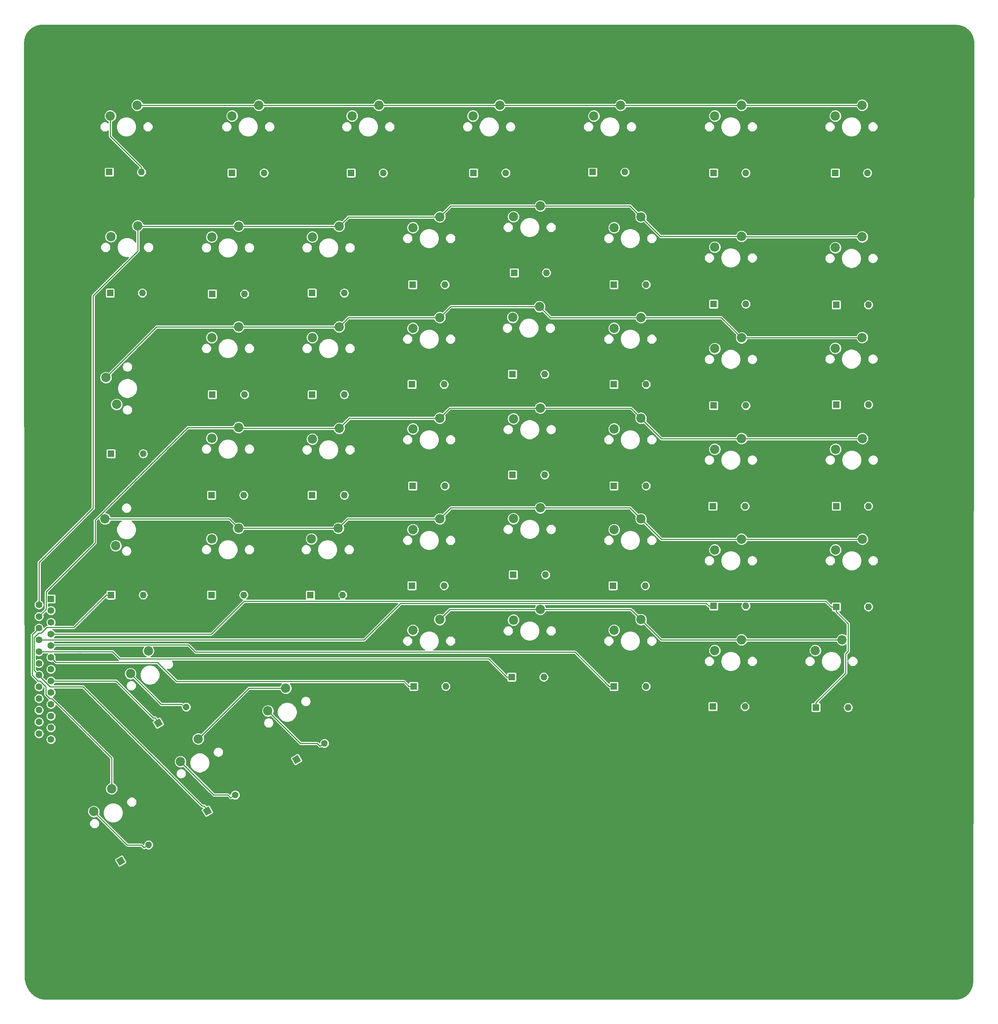
<source format=gbr>
%TF.GenerationSoftware,KiCad,Pcbnew,5.1.6-c6e7f7d~87~ubuntu20.04.1*%
%TF.CreationDate,2020-09-12T13:47:10+02:00*%
%TF.ProjectId,pcb-flat-right,7063622d-666c-4617-942d-72696768742e,rev?*%
%TF.SameCoordinates,Original*%
%TF.FileFunction,Copper,L2,Bot*%
%TF.FilePolarity,Positive*%
%FSLAX46Y46*%
G04 Gerber Fmt 4.6, Leading zero omitted, Abs format (unit mm)*
G04 Created by KiCad (PCBNEW 5.1.6-c6e7f7d~87~ubuntu20.04.1) date 2020-09-12 13:47:10*
%MOMM*%
%LPD*%
G01*
G04 APERTURE LIST*
%TA.AperFunction,ComponentPad*%
%ADD10R,1.600000X1.600000*%
%TD*%
%TA.AperFunction,ComponentPad*%
%ADD11O,1.600000X1.600000*%
%TD*%
%TA.AperFunction,ComponentPad*%
%ADD12C,0.100000*%
%TD*%
%TA.AperFunction,ComponentPad*%
%ADD13C,2.200000*%
%TD*%
%TA.AperFunction,ComponentPad*%
%ADD14C,7.500000*%
%TD*%
%TA.AperFunction,ComponentPad*%
%ADD15C,1.600000*%
%TD*%
%TA.AperFunction,ComponentPad*%
%ADD16C,4.000000*%
%TD*%
%TA.AperFunction,ViaPad*%
%ADD17C,0.800000*%
%TD*%
%TA.AperFunction,Conductor*%
%ADD18C,0.250000*%
%TD*%
%TA.AperFunction,Conductor*%
%ADD19C,0.254000*%
%TD*%
G04 APERTURE END LIST*
D10*
%TO.P,D1,1*%
%TO.N,COL1*%
X217580000Y-59200000D03*
D11*
%TO.P,D1,2*%
%TO.N,Net-(D1-Pad2)*%
X225200000Y-59200000D03*
%TD*%
D10*
%TO.P,D2,1*%
%TO.N,COL1*%
X217800000Y-90400000D03*
D11*
%TO.P,D2,2*%
%TO.N,Net-(D2-Pad2)*%
X225420000Y-90400000D03*
%TD*%
%TO.P,D3,2*%
%TO.N,Net-(D3-Pad2)*%
X225420000Y-114000000D03*
D10*
%TO.P,D3,1*%
%TO.N,COL1*%
X217800000Y-114000000D03*
%TD*%
D11*
%TO.P,D4,2*%
%TO.N,Net-(D4-Pad2)*%
X225420000Y-138000000D03*
D10*
%TO.P,D4,1*%
%TO.N,COL1*%
X217800000Y-138000000D03*
%TD*%
D11*
%TO.P,D5,2*%
%TO.N,Net-(D5-Pad2)*%
X225420000Y-161800000D03*
D10*
%TO.P,D5,1*%
%TO.N,COL1*%
X217800000Y-161800000D03*
%TD*%
D11*
%TO.P,D6,2*%
%TO.N,Net-(D6-Pad2)*%
X220620000Y-185600000D03*
D10*
%TO.P,D6,1*%
%TO.N,COL1*%
X213000000Y-185600000D03*
%TD*%
D11*
%TO.P,D7,2*%
%TO.N,Net-(D7-Pad2)*%
X196400000Y-59200000D03*
D10*
%TO.P,D7,1*%
%TO.N,COL2*%
X188780000Y-59200000D03*
%TD*%
%TO.P,D8,1*%
%TO.N,COL2*%
X188800000Y-90200000D03*
D11*
%TO.P,D8,2*%
%TO.N,Net-(D8-Pad2)*%
X196420000Y-90200000D03*
%TD*%
D10*
%TO.P,D9,1*%
%TO.N,COL2*%
X188800000Y-114200000D03*
D11*
%TO.P,D9,2*%
%TO.N,Net-(D9-Pad2)*%
X196420000Y-114200000D03*
%TD*%
D10*
%TO.P,D10,1*%
%TO.N,COL2*%
X188600000Y-138000000D03*
D11*
%TO.P,D10,2*%
%TO.N,Net-(D10-Pad2)*%
X196220000Y-138000000D03*
%TD*%
D10*
%TO.P,D11,1*%
%TO.N,COL2*%
X188800000Y-161600000D03*
D11*
%TO.P,D11,2*%
%TO.N,Net-(D11-Pad2)*%
X196420000Y-161600000D03*
%TD*%
D10*
%TO.P,D12,1*%
%TO.N,COL2*%
X188580000Y-185400000D03*
D11*
%TO.P,D12,2*%
%TO.N,Net-(D12-Pad2)*%
X196200000Y-185400000D03*
%TD*%
%TO.P,D14,2*%
%TO.N,Net-(D14-Pad2)*%
X167800000Y-59000000D03*
D10*
%TO.P,D14,1*%
%TO.N,COL3*%
X160180000Y-59000000D03*
%TD*%
%TO.P,D15,1*%
%TO.N,COL3*%
X165200000Y-85600000D03*
D11*
%TO.P,D15,2*%
%TO.N,Net-(D15-Pad2)*%
X172820000Y-85600000D03*
%TD*%
%TO.P,D16,2*%
%TO.N,Net-(D16-Pad2)*%
X172820000Y-109200000D03*
D10*
%TO.P,D16,1*%
%TO.N,COL3*%
X165200000Y-109200000D03*
%TD*%
%TO.P,D17,1*%
%TO.N,COL3*%
X164980000Y-156800000D03*
D11*
%TO.P,D17,2*%
%TO.N,Net-(D17-Pad2)*%
X172600000Y-156800000D03*
%TD*%
D10*
%TO.P,D18,1*%
%TO.N,COL3*%
X165200000Y-133200000D03*
D11*
%TO.P,D18,2*%
%TO.N,Net-(D18-Pad2)*%
X172820000Y-133200000D03*
%TD*%
D10*
%TO.P,D19,1*%
%TO.N,COL3*%
X165200000Y-180600000D03*
D11*
%TO.P,D19,2*%
%TO.N,Net-(D19-Pad2)*%
X172820000Y-180600000D03*
%TD*%
D10*
%TO.P,D20,1*%
%TO.N,COL4*%
X132000000Y-59200000D03*
D11*
%TO.P,D20,2*%
%TO.N,Net-(D20-Pad2)*%
X139620000Y-59200000D03*
%TD*%
%TO.P,D21,2*%
%TO.N,Net-(D21-Pad2)*%
X149220000Y-82800000D03*
D10*
%TO.P,D21,1*%
%TO.N,COL4*%
X141600000Y-82800000D03*
%TD*%
D11*
%TO.P,D22,2*%
%TO.N,Net-(D22-Pad2)*%
X148820000Y-106800000D03*
D10*
%TO.P,D22,1*%
%TO.N,COL4*%
X141200000Y-106800000D03*
%TD*%
%TO.P,D23,1*%
%TO.N,COL4*%
X141200000Y-130600000D03*
D11*
%TO.P,D23,2*%
%TO.N,Net-(D23-Pad2)*%
X148820000Y-130600000D03*
%TD*%
%TO.P,D24,2*%
%TO.N,Net-(D24-Pad2)*%
X149020000Y-154200000D03*
D10*
%TO.P,D24,1*%
%TO.N,COL4*%
X141400000Y-154200000D03*
%TD*%
%TO.P,D25,1*%
%TO.N,COL4*%
X141000000Y-178400000D03*
D11*
%TO.P,D25,2*%
%TO.N,Net-(D25-Pad2)*%
X148620000Y-178400000D03*
%TD*%
%TO.P,D26,2*%
%TO.N,Net-(D26-Pad2)*%
X110620000Y-59200000D03*
D10*
%TO.P,D26,1*%
%TO.N,COL5*%
X103000000Y-59200000D03*
%TD*%
D11*
%TO.P,D27,2*%
%TO.N,Net-(D27-Pad2)*%
X125020000Y-109200000D03*
D10*
%TO.P,D27,1*%
%TO.N,COL5*%
X117400000Y-109200000D03*
%TD*%
%TO.P,D28,1*%
%TO.N,COL5*%
X117600000Y-85600000D03*
D11*
%TO.P,D28,2*%
%TO.N,Net-(D28-Pad2)*%
X125220000Y-85600000D03*
%TD*%
%TO.P,D29,2*%
%TO.N,Net-(D29-Pad2)*%
X125220000Y-133200000D03*
D10*
%TO.P,D29,1*%
%TO.N,COL5*%
X117600000Y-133200000D03*
%TD*%
D11*
%TO.P,D30,2*%
%TO.N,Net-(D30-Pad2)*%
X125020000Y-156800000D03*
D10*
%TO.P,D30,1*%
%TO.N,COL5*%
X117400000Y-156800000D03*
%TD*%
%TO.P,D31,1*%
%TO.N,COL5*%
X117800000Y-180600000D03*
D11*
%TO.P,D31,2*%
%TO.N,Net-(D31-Pad2)*%
X125420000Y-180600000D03*
%TD*%
D10*
%TO.P,D32,1*%
%TO.N,COL6*%
X74800000Y-59200000D03*
D11*
%TO.P,D32,2*%
%TO.N,Net-(D32-Pad2)*%
X82420000Y-59200000D03*
%TD*%
%TO.P,D33,2*%
%TO.N,Net-(D33-Pad2)*%
X101420000Y-87600000D03*
D10*
%TO.P,D33,1*%
%TO.N,COL6*%
X93800000Y-87600000D03*
%TD*%
%TO.P,D34,1*%
%TO.N,COL6*%
X93800000Y-111600000D03*
D11*
%TO.P,D34,2*%
%TO.N,Net-(D34-Pad2)*%
X101420000Y-111600000D03*
%TD*%
%TO.P,D35,2*%
%TO.N,Net-(D35-Pad2)*%
X101420000Y-135400000D03*
D10*
%TO.P,D35,1*%
%TO.N,COL6*%
X93800000Y-135400000D03*
%TD*%
%TO.P,D36,1*%
%TO.N,COL6*%
X93400000Y-159000000D03*
D11*
%TO.P,D36,2*%
%TO.N,Net-(D36-Pad2)*%
X101020000Y-159000000D03*
%TD*%
D10*
%TO.P,D37,1*%
%TO.N,COL7*%
X45800000Y-59000000D03*
D11*
%TO.P,D37,2*%
%TO.N,Net-(D37-Pad2)*%
X53420000Y-59000000D03*
%TD*%
%TO.P,D38,2*%
%TO.N,Net-(D38-Pad2)*%
X77820000Y-87800000D03*
D10*
%TO.P,D38,1*%
%TO.N,COL7*%
X70200000Y-87800000D03*
%TD*%
D11*
%TO.P,D39,2*%
%TO.N,Net-(D39-Pad2)*%
X77620000Y-159000000D03*
D10*
%TO.P,D39,1*%
%TO.N,COL7*%
X70000000Y-159000000D03*
%TD*%
D11*
%TO.P,D40,2*%
%TO.N,Net-(D40-Pad2)*%
X77820000Y-111600000D03*
D10*
%TO.P,D40,1*%
%TO.N,COL7*%
X70200000Y-111600000D03*
%TD*%
%TO.P,D41,1*%
%TO.N,COL7*%
X70000000Y-135400000D03*
D11*
%TO.P,D41,2*%
%TO.N,Net-(D41-Pad2)*%
X77620000Y-135400000D03*
%TD*%
%TO.P,D42,2*%
%TO.N,Net-(D42-Pad2)*%
X53620000Y-87600000D03*
D10*
%TO.P,D42,1*%
%TO.N,COL8*%
X46000000Y-87600000D03*
%TD*%
%TO.P,D43,1*%
%TO.N,COL8*%
X46200000Y-125600000D03*
D11*
%TO.P,D43,2*%
%TO.N,Net-(D43-Pad2)*%
X53820000Y-125600000D03*
%TD*%
%TO.P,D44,2*%
%TO.N,Net-(D44-Pad2)*%
X53820000Y-159000000D03*
D10*
%TO.P,D44,1*%
%TO.N,COL8*%
X46200000Y-159000000D03*
%TD*%
%TA.AperFunction,ComponentPad*%
D12*
%TO.P,D45,1*%
%TO.N,COL6*%
G36*
X48208080Y-223002820D02*
G01*
X47408080Y-221617180D01*
X48793720Y-220817180D01*
X49593720Y-222202820D01*
X48208080Y-223002820D01*
G37*
%TD.AperFunction*%
%TO.P,D45,2*%
%TO.N,Net-(D45-Pad2)*%
%TA.AperFunction,ComponentPad*%
G36*
G01*
X54407194Y-218500000D02*
X54407194Y-218500000D01*
G75*
G02*
X54700014Y-217407180I692820J400000D01*
G01*
X54700014Y-217407180D01*
G75*
G02*
X55792834Y-217700000I400000J-692820D01*
G01*
X55792834Y-217700000D01*
G75*
G02*
X55500014Y-218792820I-692820J-400000D01*
G01*
X55500014Y-218792820D01*
G75*
G02*
X54407194Y-218500000I-400000J692820D01*
G01*
G37*
%TD.AperFunction*%
%TD*%
%TO.P,D46,2*%
%TO.N,Net-(D46-Pad2)*%
%TA.AperFunction,ComponentPad*%
G36*
G01*
X63600014Y-186192820D02*
X63600014Y-186192820D01*
G75*
G02*
X63307194Y-185100000I400000J692820D01*
G01*
X63307194Y-185100000D01*
G75*
G02*
X64400014Y-184807180I692820J-400000D01*
G01*
X64400014Y-184807180D01*
G75*
G02*
X64692834Y-185900000I-400000J-692820D01*
G01*
X64692834Y-185900000D01*
G75*
G02*
X63600014Y-186192820I-692820J400000D01*
G01*
G37*
%TD.AperFunction*%
%TA.AperFunction,ComponentPad*%
%TO.P,D46,1*%
%TO.N,Arrow-Right*%
G36*
X57108080Y-190402820D02*
G01*
X56308080Y-189017180D01*
X57693720Y-188217180D01*
X58493720Y-189602820D01*
X57108080Y-190402820D01*
G37*
%TD.AperFunction*%
%TD*%
%TO.P,D47,2*%
%TO.N,Net-(D47-Pad2)*%
%TA.AperFunction,ComponentPad*%
G36*
G01*
X74907194Y-206700000D02*
X74907194Y-206700000D01*
G75*
G02*
X75200014Y-205607180I692820J400000D01*
G01*
X75200014Y-205607180D01*
G75*
G02*
X76292834Y-205900000I400000J-692820D01*
G01*
X76292834Y-205900000D01*
G75*
G02*
X76000014Y-206992820I-692820J-400000D01*
G01*
X76000014Y-206992820D01*
G75*
G02*
X74907194Y-206700000I-400000J692820D01*
G01*
G37*
%TD.AperFunction*%
%TA.AperFunction,ComponentPad*%
%TO.P,D47,1*%
%TO.N,COL8*%
G36*
X68708080Y-211202820D02*
G01*
X67908080Y-209817180D01*
X69293720Y-209017180D01*
X70093720Y-210402820D01*
X68708080Y-211202820D01*
G37*
%TD.AperFunction*%
%TD*%
%TA.AperFunction,ComponentPad*%
%TO.P,D48,1*%
%TO.N,Arrow-Right*%
G36*
X89808080Y-199002820D02*
G01*
X89008080Y-197617180D01*
X90393720Y-196817180D01*
X91193720Y-198202820D01*
X89808080Y-199002820D01*
G37*
%TD.AperFunction*%
%TO.P,D48,2*%
%TO.N,Net-(D48-Pad2)*%
%TA.AperFunction,ComponentPad*%
G36*
G01*
X96007194Y-194500000D02*
X96007194Y-194500000D01*
G75*
G02*
X96300014Y-193407180I692820J400000D01*
G01*
X96300014Y-193407180D01*
G75*
G02*
X97392834Y-193700000I400000J-692820D01*
G01*
X97392834Y-193700000D01*
G75*
G02*
X97100014Y-194792820I-692820J-400000D01*
G01*
X97100014Y-194792820D01*
G75*
G02*
X96007194Y-194500000I-400000J692820D01*
G01*
G37*
%TD.AperFunction*%
%TD*%
D13*
%TO.P,SW1,1*%
%TO.N,ROW1*%
X223940000Y-43200000D03*
%TO.P,SW1,2*%
%TO.N,Net-(D1-Pad2)*%
X217590000Y-45740000D03*
%TD*%
%TO.P,SW2,1*%
%TO.N,ROW2*%
X223940000Y-74320000D03*
%TO.P,SW2,2*%
%TO.N,Net-(D2-Pad2)*%
X217590000Y-76860000D03*
%TD*%
%TO.P,SW3,1*%
%TO.N,ROW3*%
X223940000Y-98120000D03*
%TO.P,SW3,2*%
%TO.N,Net-(D3-Pad2)*%
X217590000Y-100660000D03*
%TD*%
%TO.P,SW4,2*%
%TO.N,Net-(D5-Pad2)*%
X217650000Y-148340000D03*
%TO.P,SW4,1*%
%TO.N,ROW5*%
X224000000Y-145800000D03*
%TD*%
%TO.P,SW5,2*%
%TO.N,Net-(D4-Pad2)*%
X217650000Y-124540000D03*
%TO.P,SW5,1*%
%TO.N,ROW4*%
X224000000Y-122000000D03*
%TD*%
%TO.P,SW6,2*%
%TO.N,Net-(D6-Pad2)*%
X212850000Y-172140000D03*
%TO.P,SW6,1*%
%TO.N,ROW6*%
X219200000Y-169600000D03*
%TD*%
%TO.P,SW7,2*%
%TO.N,Net-(D7-Pad2)*%
X189050000Y-45740000D03*
%TO.P,SW7,1*%
%TO.N,ROW1*%
X195400000Y-43200000D03*
%TD*%
%TO.P,SW8,2*%
%TO.N,Net-(D8-Pad2)*%
X189050000Y-76740000D03*
%TO.P,SW8,1*%
%TO.N,ROW2*%
X195400000Y-74200000D03*
%TD*%
%TO.P,SW9,1*%
%TO.N,ROW3*%
X195400000Y-98200000D03*
%TO.P,SW9,2*%
%TO.N,Net-(D9-Pad2)*%
X189050000Y-100740000D03*
%TD*%
%TO.P,SW10,2*%
%TO.N,Net-(D11-Pad2)*%
X189050000Y-148340000D03*
%TO.P,SW10,1*%
%TO.N,ROW5*%
X195400000Y-145800000D03*
%TD*%
%TO.P,SW11,2*%
%TO.N,Net-(D10-Pad2)*%
X189050000Y-124540000D03*
%TO.P,SW11,1*%
%TO.N,ROW4*%
X195400000Y-122000000D03*
%TD*%
%TO.P,SW12,1*%
%TO.N,ROW6*%
X195400000Y-169600000D03*
%TO.P,SW12,2*%
%TO.N,Net-(D12-Pad2)*%
X189050000Y-172140000D03*
%TD*%
%TO.P,SW13,1*%
%TO.N,ROW1*%
X166800000Y-43200000D03*
%TO.P,SW13,2*%
%TO.N,Net-(D14-Pad2)*%
X160450000Y-45740000D03*
%TD*%
%TO.P,SW14,1*%
%TO.N,ROW2*%
X171600000Y-69600000D03*
%TO.P,SW14,2*%
%TO.N,Net-(D15-Pad2)*%
X165250000Y-72140000D03*
%TD*%
%TO.P,SW15,2*%
%TO.N,Net-(D16-Pad2)*%
X165250000Y-95940000D03*
%TO.P,SW15,1*%
%TO.N,ROW3*%
X171600000Y-93400000D03*
%TD*%
%TO.P,SW16,1*%
%TO.N,ROW5*%
X171600000Y-141000000D03*
%TO.P,SW16,2*%
%TO.N,Net-(D17-Pad2)*%
X165250000Y-143540000D03*
%TD*%
%TO.P,SW17,1*%
%TO.N,ROW4*%
X171600000Y-117200000D03*
%TO.P,SW17,2*%
%TO.N,Net-(D18-Pad2)*%
X165250000Y-119740000D03*
%TD*%
%TO.P,SW18,2*%
%TO.N,Net-(D19-Pad2)*%
X165250000Y-167340000D03*
%TO.P,SW18,1*%
%TO.N,ROW6*%
X171600000Y-164800000D03*
%TD*%
%TO.P,SW19,2*%
%TO.N,Net-(D20-Pad2)*%
X131850000Y-45740000D03*
%TO.P,SW19,1*%
%TO.N,ROW1*%
X138200000Y-43200000D03*
%TD*%
%TO.P,SW20,1*%
%TO.N,ROW2*%
X147800000Y-67000000D03*
%TO.P,SW20,2*%
%TO.N,Net-(D21-Pad2)*%
X141450000Y-69540000D03*
%TD*%
%TO.P,SW21,1*%
%TO.N,ROW3*%
X147600000Y-90800000D03*
%TO.P,SW21,2*%
%TO.N,Net-(D22-Pad2)*%
X141250000Y-93340000D03*
%TD*%
%TO.P,SW22,1*%
%TO.N,ROW5*%
X147800000Y-138400000D03*
%TO.P,SW22,2*%
%TO.N,Net-(D24-Pad2)*%
X141450000Y-140940000D03*
%TD*%
%TO.P,SW23,2*%
%TO.N,Net-(D23-Pad2)*%
X141450000Y-117340000D03*
%TO.P,SW23,1*%
%TO.N,ROW4*%
X147800000Y-114800000D03*
%TD*%
%TO.P,SW24,1*%
%TO.N,ROW6*%
X147800000Y-162400000D03*
%TO.P,SW24,2*%
%TO.N,Net-(D25-Pad2)*%
X141450000Y-164940000D03*
%TD*%
%TO.P,SW25,1*%
%TO.N,ROW1*%
X109600000Y-43200000D03*
%TO.P,SW25,2*%
%TO.N,Net-(D26-Pad2)*%
X103250000Y-45740000D03*
%TD*%
%TO.P,SW26,1*%
%TO.N,ROW2*%
X124000000Y-69600000D03*
%TO.P,SW26,2*%
%TO.N,Net-(D28-Pad2)*%
X117650000Y-72140000D03*
%TD*%
%TO.P,SW27,2*%
%TO.N,Net-(D27-Pad2)*%
X117650000Y-95940000D03*
%TO.P,SW27,1*%
%TO.N,ROW3*%
X124000000Y-93400000D03*
%TD*%
%TO.P,SW28,1*%
%TO.N,ROW5*%
X124000000Y-141000000D03*
%TO.P,SW28,2*%
%TO.N,Net-(D30-Pad2)*%
X117650000Y-143540000D03*
%TD*%
%TO.P,SW29,1*%
%TO.N,ROW4*%
X124000000Y-117200000D03*
%TO.P,SW29,2*%
%TO.N,Net-(D29-Pad2)*%
X117650000Y-119740000D03*
%TD*%
%TO.P,SW30,2*%
%TO.N,Net-(D31-Pad2)*%
X117650000Y-167340000D03*
%TO.P,SW30,1*%
%TO.N,ROW6*%
X124000000Y-164800000D03*
%TD*%
%TO.P,SW31,2*%
%TO.N,Net-(D32-Pad2)*%
X74850000Y-45740000D03*
%TO.P,SW31,1*%
%TO.N,ROW1*%
X81200000Y-43200000D03*
%TD*%
%TO.P,SW32,2*%
%TO.N,Net-(D33-Pad2)*%
X93850000Y-74340000D03*
%TO.P,SW32,1*%
%TO.N,ROW2*%
X100200000Y-71800000D03*
%TD*%
%TO.P,SW33,2*%
%TO.N,Net-(D34-Pad2)*%
X93850000Y-98140000D03*
%TO.P,SW33,1*%
%TO.N,ROW3*%
X100200000Y-95600000D03*
%TD*%
%TO.P,SW34,2*%
%TO.N,Net-(D36-Pad2)*%
X93650000Y-145740000D03*
%TO.P,SW34,1*%
%TO.N,ROW5*%
X100000000Y-143200000D03*
%TD*%
%TO.P,SW35,2*%
%TO.N,Net-(D35-Pad2)*%
X93850000Y-122140000D03*
%TO.P,SW35,1*%
%TO.N,ROW4*%
X100200000Y-119600000D03*
%TD*%
%TO.P,SW36,1*%
%TO.N,ROW1*%
X52400000Y-43200000D03*
%TO.P,SW36,2*%
%TO.N,Net-(D37-Pad2)*%
X46050000Y-45740000D03*
%TD*%
%TO.P,SW37,1*%
%TO.N,ROW2*%
X76400000Y-71800000D03*
%TO.P,SW37,2*%
%TO.N,Net-(D38-Pad2)*%
X70050000Y-74340000D03*
%TD*%
%TO.P,SW38,1*%
%TO.N,ROW3*%
X76400000Y-95600000D03*
%TO.P,SW38,2*%
%TO.N,Net-(D40-Pad2)*%
X70050000Y-98140000D03*
%TD*%
%TO.P,SW39,1*%
%TO.N,ROW5*%
X76400000Y-143200000D03*
%TO.P,SW39,2*%
%TO.N,Net-(D39-Pad2)*%
X70050000Y-145740000D03*
%TD*%
%TO.P,SW40,1*%
%TO.N,ROW4*%
X76400000Y-119400000D03*
%TO.P,SW40,2*%
%TO.N,Net-(D41-Pad2)*%
X70050000Y-121940000D03*
%TD*%
%TO.P,SW41,2*%
%TO.N,Net-(D42-Pad2)*%
X46190000Y-74260000D03*
%TO.P,SW41,1*%
%TO.N,ROW2*%
X52540000Y-71720000D03*
%TD*%
%TO.P,SW42,1*%
%TO.N,ROW3*%
X45000000Y-107600000D03*
%TO.P,SW42,2*%
%TO.N,Net-(D43-Pad2)*%
X47540000Y-113950000D03*
%TD*%
%TO.P,SW43,2*%
%TO.N,Net-(D44-Pad2)*%
X47340000Y-147350000D03*
%TO.P,SW43,1*%
%TO.N,ROW5*%
X44800000Y-141000000D03*
%TD*%
%TO.P,SW44,2*%
%TO.N,Net-(D45-Pad2)*%
X42130439Y-210205705D03*
%TO.P,SW44,1*%
%TO.N,ROW6*%
X46359700Y-204831000D03*
%TD*%
%TO.P,SW45,2*%
%TO.N,Net-(D46-Pad2)*%
X50830439Y-177605705D03*
%TO.P,SW45,1*%
%TO.N,ROW5*%
X55059700Y-172231000D03*
%TD*%
%TO.P,SW46,1*%
%TO.N,ROW6*%
X66859700Y-193031000D03*
%TO.P,SW46,2*%
%TO.N,Net-(D47-Pad2)*%
X62630439Y-198405705D03*
%TD*%
%TO.P,SW47,2*%
%TO.N,Net-(D48-Pad2)*%
X83330439Y-186405705D03*
%TO.P,SW47,1*%
%TO.N,ROW6*%
X87559700Y-181031000D03*
%TD*%
D14*
%TO.P,H1,1*%
%TO.N,GND*%
X33500000Y-31500000D03*
%TD*%
%TO.P,H2,1*%
%TO.N,GND*%
X243000000Y-247500000D03*
%TD*%
%TO.P,H3,1*%
%TO.N,GND*%
X138500000Y-31500000D03*
%TD*%
%TO.P,H4,1*%
%TO.N,GND*%
X243000000Y-139500000D03*
%TD*%
%TO.P,H5,1*%
%TO.N,GND*%
X243000000Y-31500000D03*
%TD*%
%TO.P,H6,1*%
%TO.N,GND*%
X138000000Y-247500000D03*
%TD*%
%TO.P,H7,1*%
%TO.N,GND*%
X33000000Y-139500000D03*
%TD*%
%TO.P,H8,1*%
%TO.N,GND*%
X33000000Y-247500000D03*
%TD*%
D10*
%TO.P,J1,1*%
%TO.N,ROW1*%
X32000000Y-159930000D03*
D15*
%TO.P,J1,2*%
%TO.N,ROW3*%
X32000000Y-162700000D03*
%TO.P,J1,3*%
%TO.N,ROW5*%
X32000000Y-165470000D03*
%TO.P,J1,4*%
%TO.N,COL1*%
X32000000Y-168240000D03*
%TO.P,J1,5*%
%TO.N,COL3*%
X32000000Y-171010000D03*
%TO.P,J1,6*%
%TO.N,COL5*%
X32000000Y-173780000D03*
%TO.P,J1,7*%
%TO.N,COL7*%
X32000000Y-176550000D03*
%TO.P,J1,8*%
%TO.N,Arrow-Right*%
X32000000Y-179320000D03*
%TO.P,J1,9*%
%TO.N,Net-(J1-Pad9)*%
X32000000Y-182090000D03*
%TO.P,J1,10*%
%TO.N,Net-(J1-Pad10)*%
X32000000Y-184860000D03*
%TO.P,J1,11*%
%TO.N,Net-(J1-Pad11)*%
X32000000Y-187630000D03*
%TO.P,J1,12*%
%TO.N,Net-(J1-Pad12)*%
X32000000Y-190400000D03*
%TO.P,J1,13*%
%TO.N,Net-(J1-Pad13)*%
X32000000Y-193170000D03*
%TO.P,J1,14*%
%TO.N,ROW2*%
X29160000Y-161315000D03*
%TO.P,J1,15*%
%TO.N,ROW4*%
X29160000Y-164085000D03*
%TO.P,J1,16*%
%TO.N,ROW6*%
X29160000Y-166855000D03*
%TO.P,J1,17*%
%TO.N,COL2*%
X29160000Y-169625000D03*
%TO.P,J1,18*%
%TO.N,COL4*%
X29160000Y-172395000D03*
%TO.P,J1,19*%
%TO.N,COL6*%
X29160000Y-175165000D03*
%TO.P,J1,20*%
%TO.N,COL8*%
X29160000Y-177935000D03*
%TO.P,J1,21*%
%TO.N,Net-(J1-Pad21)*%
X29160000Y-180705000D03*
%TO.P,J1,22*%
%TO.N,Net-(J1-Pad22)*%
X29160000Y-183475000D03*
%TO.P,J1,23*%
%TO.N,Net-(J1-Pad23)*%
X29160000Y-186245000D03*
%TO.P,J1,24*%
%TO.N,Net-(J1-Pad24)*%
X29160000Y-189015000D03*
%TO.P,J1,25*%
%TO.N,Net-(J1-Pad25)*%
X29160000Y-191785000D03*
D16*
%TO.P,J1,0*%
%TO.N,GND*%
X31700000Y-200100000D03*
X31700000Y-153000000D03*
%TD*%
D17*
%TO.N,GND*%
X118000000Y-175400000D03*
X36700000Y-156100000D03*
X110100000Y-162300000D03*
X181900000Y-162300000D03*
X49300000Y-172000000D03*
X38900000Y-173200000D03*
%TD*%
D18*
%TO.N,Net-(D37-Pad2)*%
X53420000Y-59000000D02*
X53420000Y-57874700D01*
X46050000Y-45740000D02*
X46050000Y-50504700D01*
X46050000Y-50504700D02*
X53420000Y-57874700D01*
%TO.N,Net-(D45-Pad2)*%
X55100000Y-218100000D02*
X54017300Y-218725100D01*
X42130400Y-210205700D02*
X50024700Y-218100000D01*
X50024700Y-218100000D02*
X53392200Y-218100000D01*
X53392200Y-218100000D02*
X54017300Y-218725100D01*
%TO.N,Net-(D46-Pad2)*%
X64000000Y-185500000D02*
X62917300Y-184874900D01*
X50830400Y-177605700D02*
X58099600Y-184874900D01*
X58099600Y-184874900D02*
X62917300Y-184874900D01*
%TO.N,Net-(D47-Pad2)*%
X75600000Y-206300000D02*
X74517300Y-206925100D01*
X62630400Y-198405700D02*
X70524700Y-206300000D01*
X70524700Y-206300000D02*
X73892200Y-206300000D01*
X73892200Y-206300000D02*
X74517300Y-206925100D01*
%TO.N,Net-(D48-Pad2)*%
X96700000Y-194100000D02*
X95617300Y-194725100D01*
X83330400Y-186405700D02*
X91024700Y-194100000D01*
X91024700Y-194100000D02*
X94992200Y-194100000D01*
X94992200Y-194100000D02*
X95617300Y-194725100D01*
%TO.N,Arrow-Right*%
X57400900Y-189310000D02*
X56687500Y-188074400D01*
X32000000Y-179320000D02*
X47410900Y-179320000D01*
X47410900Y-179320000D02*
X56165300Y-188074400D01*
X56165300Y-188074400D02*
X56687500Y-188074400D01*
%TO.N,ROW1*%
X166800000Y-43200000D02*
X195400000Y-43200000D01*
X138200000Y-43200000D02*
X166800000Y-43200000D01*
X109600000Y-43200000D02*
X138200000Y-43200000D01*
X81200000Y-43200000D02*
X109600000Y-43200000D01*
X52400000Y-43200000D02*
X81200000Y-43200000D01*
X195400000Y-43200000D02*
X223940000Y-43200000D01*
%TO.N,ROW3*%
X223940000Y-98120000D02*
X195480000Y-98120000D01*
X195480000Y-98120000D02*
X195400000Y-98200000D01*
X171600000Y-93400000D02*
X190600000Y-93400000D01*
X190600000Y-93400000D02*
X195400000Y-98200000D01*
X76400000Y-95600000D02*
X100200000Y-95600000D01*
X45000000Y-107600000D02*
X57000000Y-95600000D01*
X57000000Y-95600000D02*
X76400000Y-95600000D01*
X147600000Y-90800000D02*
X150200000Y-93400000D01*
X150200000Y-93400000D02*
X171600000Y-93400000D01*
X124000000Y-93400000D02*
X126600000Y-90800000D01*
X126600000Y-90800000D02*
X147600000Y-90800000D01*
X100200000Y-95600000D02*
X102400000Y-93400000D01*
X102400000Y-93400000D02*
X124000000Y-93400000D01*
%TO.N,ROW5*%
X147800000Y-138400000D02*
X169000000Y-138400000D01*
X169000000Y-138400000D02*
X171600000Y-141000000D01*
X124000000Y-141000000D02*
X126600000Y-138400000D01*
X126600000Y-138400000D02*
X147800000Y-138400000D01*
X100000000Y-143200000D02*
X102200000Y-141000000D01*
X102200000Y-141000000D02*
X124000000Y-141000000D01*
X76400000Y-143200000D02*
X100000000Y-143200000D01*
X224000000Y-145800000D02*
X195400000Y-145800000D01*
X44800000Y-141000000D02*
X74200000Y-141000000D01*
X74200000Y-141000000D02*
X76400000Y-143200000D01*
X195400000Y-145800000D02*
X176400000Y-145800000D01*
X176400000Y-145800000D02*
X171600000Y-141000000D01*
%TO.N,ROW2*%
X52540000Y-71800000D02*
X52540000Y-71720000D01*
X29160000Y-161315000D02*
X29160000Y-151315500D01*
X29160000Y-151315500D02*
X41992000Y-138483500D01*
X41992000Y-138483500D02*
X41992000Y-88225800D01*
X41992000Y-88225800D02*
X52540000Y-77677800D01*
X52540000Y-77677800D02*
X52540000Y-71800000D01*
X52540000Y-71800000D02*
X76400000Y-71800000D01*
X147800000Y-67000000D02*
X169000000Y-67000000D01*
X169000000Y-67000000D02*
X171600000Y-69600000D01*
X124000000Y-69600000D02*
X126600000Y-67000000D01*
X126600000Y-67000000D02*
X147800000Y-67000000D01*
X100200000Y-71800000D02*
X102400000Y-69600000D01*
X102400000Y-69600000D02*
X124000000Y-69600000D01*
X76400000Y-71800000D02*
X100200000Y-71800000D01*
X223940000Y-74320000D02*
X195520000Y-74320000D01*
X195520000Y-74320000D02*
X195400000Y-74200000D01*
X195400000Y-74200000D02*
X176200000Y-74200000D01*
X176200000Y-74200000D02*
X171600000Y-69600000D01*
%TO.N,ROW4*%
X29160000Y-164085000D02*
X30874600Y-162370400D01*
X30874600Y-162370400D02*
X30874600Y-158238900D01*
X30874600Y-158238900D02*
X42442400Y-146671100D01*
X42442400Y-146671100D02*
X42442400Y-141337400D01*
X42442400Y-141337400D02*
X64379800Y-119400000D01*
X64379800Y-119400000D02*
X76400000Y-119400000D01*
X124000000Y-117200000D02*
X126400000Y-114800000D01*
X126400000Y-114800000D02*
X147800000Y-114800000D01*
X100200000Y-119600000D02*
X102600000Y-117200000D01*
X102600000Y-117200000D02*
X124000000Y-117200000D01*
X100200000Y-119600000D02*
X76600000Y-119600000D01*
X76600000Y-119600000D02*
X76400000Y-119400000D01*
X147800000Y-114800000D02*
X169200000Y-114800000D01*
X169200000Y-114800000D02*
X171600000Y-117200000D01*
X224000000Y-122000000D02*
X195400000Y-122000000D01*
X195400000Y-122000000D02*
X176400000Y-122000000D01*
X176400000Y-122000000D02*
X171600000Y-117200000D01*
%TO.N,ROW6*%
X29160000Y-166855000D02*
X27539600Y-168475400D01*
X27539600Y-168475400D02*
X27539600Y-177906800D01*
X27539600Y-177906800D02*
X28952800Y-179320000D01*
X28952800Y-179320000D02*
X29464600Y-179320000D01*
X29464600Y-179320000D02*
X30829600Y-180685000D01*
X30829600Y-180685000D02*
X30829600Y-182561500D01*
X30829600Y-182561500D02*
X31743100Y-183475000D01*
X31743100Y-183475000D02*
X32242400Y-183475000D01*
X32242400Y-183475000D02*
X46359700Y-197592300D01*
X46359700Y-197592300D02*
X46359700Y-204831000D01*
X195400000Y-169600000D02*
X176400000Y-169600000D01*
X176400000Y-169600000D02*
X171600000Y-164800000D01*
X219200000Y-169600000D02*
X195400000Y-169600000D01*
X147800000Y-162400000D02*
X126400000Y-162400000D01*
X126400000Y-162400000D02*
X124000000Y-164800000D01*
X171600000Y-164800000D02*
X169200000Y-162400000D01*
X169200000Y-162400000D02*
X147800000Y-162400000D01*
X87559700Y-181031000D02*
X78859700Y-181031000D01*
X78859700Y-181031000D02*
X66859700Y-193031000D01*
%TO.N,COL1*%
X217800000Y-161800000D02*
X217800000Y-162925300D01*
X213000000Y-185600000D02*
X213000000Y-184474700D01*
X213000000Y-184474700D02*
X220013200Y-177461500D01*
X220013200Y-177461500D02*
X220013200Y-172931700D01*
X220013200Y-172931700D02*
X220650800Y-172294100D01*
X220650800Y-172294100D02*
X220650800Y-165776100D01*
X220650800Y-165776100D02*
X217800000Y-162925300D01*
X217800000Y-161800000D02*
X216674700Y-161800000D01*
X32000000Y-168240000D02*
X69952300Y-168240000D01*
X69952300Y-168240000D02*
X77727500Y-160464800D01*
X77727500Y-160464800D02*
X215339500Y-160464800D01*
X215339500Y-160464800D02*
X216674700Y-161800000D01*
%TO.N,COL2*%
X188800000Y-161600000D02*
X187674700Y-161600000D01*
X29160000Y-169625000D02*
X106085900Y-169625000D01*
X106085900Y-169625000D02*
X114742900Y-160968000D01*
X114742900Y-160968000D02*
X187042700Y-160968000D01*
X187042700Y-160968000D02*
X187674700Y-161600000D01*
%TO.N,COL3*%
X165200000Y-180600000D02*
X164074700Y-180600000D01*
X164074700Y-180600000D02*
X156001100Y-172526400D01*
X156001100Y-172526400D02*
X66218400Y-172526400D01*
X66218400Y-172526400D02*
X64497000Y-170805000D01*
X64497000Y-170805000D02*
X32205000Y-170805000D01*
X32205000Y-170805000D02*
X32000000Y-171010000D01*
%TO.N,COL4*%
X141000000Y-178400000D02*
X139874700Y-178400000D01*
X29160000Y-172395000D02*
X46560900Y-172395000D01*
X46560900Y-172395000D02*
X48274400Y-174108500D01*
X48274400Y-174108500D02*
X135583200Y-174108500D01*
X135583200Y-174108500D02*
X139874700Y-178400000D01*
%TO.N,COL5*%
X117800000Y-180600000D02*
X116674700Y-180600000D01*
X32000000Y-173780000D02*
X33166000Y-174946000D01*
X33166000Y-174946000D02*
X57206300Y-174946000D01*
X57206300Y-174946000D02*
X61735000Y-179474700D01*
X61735000Y-179474700D02*
X115549400Y-179474700D01*
X115549400Y-179474700D02*
X116674700Y-180600000D01*
%TO.N,COL8*%
X29160000Y-177935000D02*
X29160000Y-178071400D01*
X29160000Y-178071400D02*
X31793600Y-180705000D01*
X31793600Y-180705000D02*
X39595900Y-180705000D01*
X39595900Y-180705000D02*
X67765300Y-208874400D01*
X67765300Y-208874400D02*
X68287500Y-208874400D01*
X45074700Y-159000000D02*
X37433900Y-166640800D01*
X37433900Y-166640800D02*
X31036300Y-166640800D01*
X31036300Y-166640800D02*
X29662400Y-168014700D01*
X29662400Y-168014700D02*
X29097900Y-168014700D01*
X29097900Y-168014700D02*
X28024700Y-169087900D01*
X28024700Y-169087900D02*
X28024700Y-176799700D01*
X28024700Y-176799700D02*
X29160000Y-177935000D01*
X69000900Y-210110000D02*
X68287500Y-208874400D01*
X46200000Y-159000000D02*
X45074700Y-159000000D01*
%TD*%
D19*
%TO.N,GND*%
G36*
X246797351Y-24297901D02*
G01*
X247567988Y-24515244D01*
X248286124Y-24869389D01*
X248927688Y-25348467D01*
X249471210Y-25936445D01*
X249898480Y-26613628D01*
X250195188Y-27357334D01*
X250353914Y-28155306D01*
X250372978Y-28415347D01*
X250073028Y-250479376D01*
X249997613Y-251269821D01*
X249779923Y-252011858D01*
X249425844Y-252699349D01*
X248948149Y-253307482D01*
X248364078Y-253814313D01*
X247694705Y-254201555D01*
X246964183Y-254455236D01*
X246183848Y-254568379D01*
X245994724Y-254573001D01*
X30537522Y-254572999D01*
X29690606Y-254422987D01*
X28879855Y-254131987D01*
X28129724Y-253708542D01*
X27461662Y-253164761D01*
X26894776Y-252516199D01*
X26445271Y-251781394D01*
X26125997Y-250981354D01*
X25943079Y-250124874D01*
X25926977Y-249976656D01*
X25899172Y-221592404D01*
X47030067Y-221592404D01*
X47032497Y-221666627D01*
X47049360Y-221738949D01*
X47080009Y-221806592D01*
X47880009Y-223192232D01*
X47923265Y-223252596D01*
X47977467Y-223303361D01*
X48040530Y-223342577D01*
X48110033Y-223368736D01*
X48183304Y-223380833D01*
X48257527Y-223378403D01*
X48329849Y-223361540D01*
X48397492Y-223330891D01*
X49783132Y-222530891D01*
X49843496Y-222487635D01*
X49894261Y-222433433D01*
X49933477Y-222370370D01*
X49959636Y-222300867D01*
X49971733Y-222227596D01*
X49969303Y-222153373D01*
X49952440Y-222081051D01*
X49921791Y-222013408D01*
X49121791Y-220627768D01*
X49078535Y-220567404D01*
X49024333Y-220516639D01*
X48961270Y-220477423D01*
X48891767Y-220451264D01*
X48818496Y-220439167D01*
X48744273Y-220441597D01*
X48671951Y-220458460D01*
X48604308Y-220489109D01*
X47218668Y-221289109D01*
X47158304Y-221332365D01*
X47107539Y-221386567D01*
X47068323Y-221449630D01*
X47042164Y-221519133D01*
X47030067Y-221592404D01*
X25899172Y-221592404D01*
X25890676Y-212919560D01*
X41073586Y-212919560D01*
X41073586Y-213161258D01*
X41120739Y-213398312D01*
X41213233Y-213621611D01*
X41347513Y-213822576D01*
X41518419Y-213993482D01*
X41719384Y-214127762D01*
X41942683Y-214220256D01*
X42179737Y-214267409D01*
X42421435Y-214267409D01*
X42658489Y-214220256D01*
X42881788Y-214127762D01*
X43082753Y-213993482D01*
X43253659Y-213822576D01*
X43387939Y-213621611D01*
X43480433Y-213398312D01*
X43527586Y-213161258D01*
X43527586Y-212919560D01*
X43480433Y-212682506D01*
X43387939Y-212459207D01*
X43253659Y-212258242D01*
X43082753Y-212087336D01*
X42881788Y-211953056D01*
X42658489Y-211860562D01*
X42421435Y-211813409D01*
X42179737Y-211813409D01*
X41942683Y-211860562D01*
X41719384Y-211953056D01*
X41518419Y-212087336D01*
X41347513Y-212258242D01*
X41213233Y-212459207D01*
X41120739Y-212682506D01*
X41073586Y-212919560D01*
X25890676Y-212919560D01*
X25887875Y-210060233D01*
X40653439Y-210060233D01*
X40653439Y-210351177D01*
X40710199Y-210636530D01*
X40821538Y-210905327D01*
X40983178Y-211147238D01*
X41188906Y-211352966D01*
X41430817Y-211514606D01*
X41699614Y-211625945D01*
X41984967Y-211682705D01*
X42275911Y-211682705D01*
X42561264Y-211625945D01*
X42758863Y-211544097D01*
X49652303Y-218437538D01*
X49668016Y-218456684D01*
X49744455Y-218519417D01*
X49831664Y-218566031D01*
X49926291Y-218594736D01*
X50000047Y-218602000D01*
X50000056Y-218602000D01*
X50024699Y-218604427D01*
X50049342Y-218602000D01*
X53184266Y-218602000D01*
X53633233Y-219050968D01*
X53638052Y-219057693D01*
X53668114Y-219085849D01*
X53679764Y-219097499D01*
X53686137Y-219102729D01*
X53710225Y-219125290D01*
X53724267Y-219134022D01*
X53737054Y-219144516D01*
X53766167Y-219160077D01*
X53794198Y-219177508D01*
X53809677Y-219183334D01*
X53824263Y-219191130D01*
X53855861Y-219200715D01*
X53886746Y-219212339D01*
X53903057Y-219215032D01*
X53918890Y-219219835D01*
X53951741Y-219223070D01*
X53984311Y-219228448D01*
X54000847Y-219227907D01*
X54017300Y-219229527D01*
X54050142Y-219226293D01*
X54083142Y-219225212D01*
X54099252Y-219221456D01*
X54115709Y-219219835D01*
X54147288Y-219210256D01*
X54179444Y-219202758D01*
X54194514Y-219195930D01*
X54210336Y-219191130D01*
X54239449Y-219175569D01*
X54246950Y-219172170D01*
X54261200Y-219163943D01*
X54297545Y-219144516D01*
X54303944Y-219139264D01*
X54428883Y-219067131D01*
X54542495Y-219143044D01*
X54756696Y-219231769D01*
X54984090Y-219277000D01*
X55215938Y-219277000D01*
X55443332Y-219231769D01*
X55657533Y-219143044D01*
X55850308Y-219014236D01*
X56014250Y-218850294D01*
X56143058Y-218657519D01*
X56231783Y-218443318D01*
X56277014Y-218215924D01*
X56277014Y-217984076D01*
X56231783Y-217756682D01*
X56143058Y-217542481D01*
X56014250Y-217349706D01*
X55850308Y-217185764D01*
X55657533Y-217056956D01*
X55443332Y-216968231D01*
X55215938Y-216923000D01*
X54984090Y-216923000D01*
X54756696Y-216968231D01*
X54542495Y-217056956D01*
X54349720Y-217185764D01*
X54185778Y-217349706D01*
X54056970Y-217542481D01*
X53968245Y-217756682D01*
X53933499Y-217931365D01*
X53764601Y-217762467D01*
X53748884Y-217743316D01*
X53672445Y-217680583D01*
X53585236Y-217633969D01*
X53490609Y-217605264D01*
X53416853Y-217598000D01*
X53416843Y-217598000D01*
X53392200Y-217595573D01*
X53367557Y-217598000D01*
X50232635Y-217598000D01*
X43468811Y-210834177D01*
X43550679Y-210636530D01*
X43607439Y-210351177D01*
X43607439Y-210266295D01*
X44322995Y-210266295D01*
X44322995Y-210734523D01*
X44414342Y-211193754D01*
X44593525Y-211626341D01*
X44853659Y-212015658D01*
X45184746Y-212346745D01*
X45574063Y-212606879D01*
X46006650Y-212786062D01*
X46465881Y-212877409D01*
X46934109Y-212877409D01*
X47393340Y-212786062D01*
X47825927Y-212606879D01*
X48215244Y-212346745D01*
X48546331Y-212015658D01*
X48806465Y-211626341D01*
X48985648Y-211193754D01*
X49076995Y-210734523D01*
X49076995Y-210266295D01*
X48985648Y-209807064D01*
X48806465Y-209374477D01*
X48546331Y-208985160D01*
X48215244Y-208654073D01*
X47825927Y-208393939D01*
X47393340Y-208214756D01*
X46934109Y-208123409D01*
X46465881Y-208123409D01*
X46006650Y-208214756D01*
X45574063Y-208393939D01*
X45184746Y-208654073D01*
X44853659Y-208985160D01*
X44593525Y-209374477D01*
X44414342Y-209807064D01*
X44322995Y-210266295D01*
X43607439Y-210266295D01*
X43607439Y-210060233D01*
X43550679Y-209774880D01*
X43439340Y-209506083D01*
X43277700Y-209264172D01*
X43071972Y-209058444D01*
X42830061Y-208896804D01*
X42561264Y-208785465D01*
X42275911Y-208728705D01*
X41984967Y-208728705D01*
X41699614Y-208785465D01*
X41430817Y-208896804D01*
X41188906Y-209058444D01*
X40983178Y-209264172D01*
X40821538Y-209506083D01*
X40710199Y-209774880D01*
X40653439Y-210060233D01*
X25887875Y-210060233D01*
X25885700Y-207839560D01*
X49872405Y-207839560D01*
X49872405Y-208081258D01*
X49919558Y-208318312D01*
X50012052Y-208541611D01*
X50146332Y-208742576D01*
X50317238Y-208913482D01*
X50518203Y-209047762D01*
X50741502Y-209140256D01*
X50978556Y-209187409D01*
X51220254Y-209187409D01*
X51457308Y-209140256D01*
X51680607Y-209047762D01*
X51881572Y-208913482D01*
X52052478Y-208742576D01*
X52186758Y-208541611D01*
X52279252Y-208318312D01*
X52326405Y-208081258D01*
X52326405Y-207839560D01*
X52279252Y-207602506D01*
X52186758Y-207379207D01*
X52052478Y-207178242D01*
X51881572Y-207007336D01*
X51680607Y-206873056D01*
X51457308Y-206780562D01*
X51220254Y-206733409D01*
X50978556Y-206733409D01*
X50741502Y-206780562D01*
X50518203Y-206873056D01*
X50317238Y-207007336D01*
X50146332Y-207178242D01*
X50012052Y-207379207D01*
X49919558Y-207602506D01*
X49872405Y-207839560D01*
X25885700Y-207839560D01*
X25871215Y-193054076D01*
X30823000Y-193054076D01*
X30823000Y-193285924D01*
X30868231Y-193513318D01*
X30956956Y-193727519D01*
X31085764Y-193920294D01*
X31249706Y-194084236D01*
X31442481Y-194213044D01*
X31656682Y-194301769D01*
X31884076Y-194347000D01*
X32115924Y-194347000D01*
X32343318Y-194301769D01*
X32557519Y-194213044D01*
X32750294Y-194084236D01*
X32914236Y-193920294D01*
X33043044Y-193727519D01*
X33131769Y-193513318D01*
X33177000Y-193285924D01*
X33177000Y-193054076D01*
X33131769Y-192826682D01*
X33043044Y-192612481D01*
X32914236Y-192419706D01*
X32750294Y-192255764D01*
X32557519Y-192126956D01*
X32343318Y-192038231D01*
X32115924Y-191993000D01*
X31884076Y-191993000D01*
X31656682Y-192038231D01*
X31442481Y-192126956D01*
X31249706Y-192255764D01*
X31085764Y-192419706D01*
X30956956Y-192612481D01*
X30868231Y-192826682D01*
X30823000Y-193054076D01*
X25871215Y-193054076D01*
X25869858Y-191669076D01*
X27983000Y-191669076D01*
X27983000Y-191900924D01*
X28028231Y-192128318D01*
X28116956Y-192342519D01*
X28245764Y-192535294D01*
X28409706Y-192699236D01*
X28602481Y-192828044D01*
X28816682Y-192916769D01*
X29044076Y-192962000D01*
X29275924Y-192962000D01*
X29503318Y-192916769D01*
X29717519Y-192828044D01*
X29910294Y-192699236D01*
X30074236Y-192535294D01*
X30203044Y-192342519D01*
X30291769Y-192128318D01*
X30337000Y-191900924D01*
X30337000Y-191669076D01*
X30291769Y-191441682D01*
X30203044Y-191227481D01*
X30074236Y-191034706D01*
X29910294Y-190870764D01*
X29717519Y-190741956D01*
X29503318Y-190653231D01*
X29275924Y-190608000D01*
X29044076Y-190608000D01*
X28816682Y-190653231D01*
X28602481Y-190741956D01*
X28409706Y-190870764D01*
X28245764Y-191034706D01*
X28116956Y-191227481D01*
X28028231Y-191441682D01*
X27983000Y-191669076D01*
X25869858Y-191669076D01*
X25868502Y-190284076D01*
X30823000Y-190284076D01*
X30823000Y-190515924D01*
X30868231Y-190743318D01*
X30956956Y-190957519D01*
X31085764Y-191150294D01*
X31249706Y-191314236D01*
X31442481Y-191443044D01*
X31656682Y-191531769D01*
X31884076Y-191577000D01*
X32115924Y-191577000D01*
X32343318Y-191531769D01*
X32557519Y-191443044D01*
X32750294Y-191314236D01*
X32914236Y-191150294D01*
X33043044Y-190957519D01*
X33131769Y-190743318D01*
X33177000Y-190515924D01*
X33177000Y-190284076D01*
X33131769Y-190056682D01*
X33043044Y-189842481D01*
X32914236Y-189649706D01*
X32750294Y-189485764D01*
X32557519Y-189356956D01*
X32343318Y-189268231D01*
X32115924Y-189223000D01*
X31884076Y-189223000D01*
X31656682Y-189268231D01*
X31442481Y-189356956D01*
X31249706Y-189485764D01*
X31085764Y-189649706D01*
X30956956Y-189842481D01*
X30868231Y-190056682D01*
X30823000Y-190284076D01*
X25868502Y-190284076D01*
X25867145Y-188899076D01*
X27983000Y-188899076D01*
X27983000Y-189130924D01*
X28028231Y-189358318D01*
X28116956Y-189572519D01*
X28245764Y-189765294D01*
X28409706Y-189929236D01*
X28602481Y-190058044D01*
X28816682Y-190146769D01*
X29044076Y-190192000D01*
X29275924Y-190192000D01*
X29503318Y-190146769D01*
X29717519Y-190058044D01*
X29910294Y-189929236D01*
X30074236Y-189765294D01*
X30203044Y-189572519D01*
X30291769Y-189358318D01*
X30337000Y-189130924D01*
X30337000Y-188899076D01*
X30291769Y-188671682D01*
X30203044Y-188457481D01*
X30074236Y-188264706D01*
X29910294Y-188100764D01*
X29717519Y-187971956D01*
X29503318Y-187883231D01*
X29275924Y-187838000D01*
X29044076Y-187838000D01*
X28816682Y-187883231D01*
X28602481Y-187971956D01*
X28409706Y-188100764D01*
X28245764Y-188264706D01*
X28116956Y-188457481D01*
X28028231Y-188671682D01*
X27983000Y-188899076D01*
X25867145Y-188899076D01*
X25865789Y-187514076D01*
X30823000Y-187514076D01*
X30823000Y-187745924D01*
X30868231Y-187973318D01*
X30956956Y-188187519D01*
X31085764Y-188380294D01*
X31249706Y-188544236D01*
X31442481Y-188673044D01*
X31656682Y-188761769D01*
X31884076Y-188807000D01*
X32115924Y-188807000D01*
X32343318Y-188761769D01*
X32557519Y-188673044D01*
X32750294Y-188544236D01*
X32914236Y-188380294D01*
X33043044Y-188187519D01*
X33131769Y-187973318D01*
X33177000Y-187745924D01*
X33177000Y-187514076D01*
X33131769Y-187286682D01*
X33043044Y-187072481D01*
X32914236Y-186879706D01*
X32750294Y-186715764D01*
X32557519Y-186586956D01*
X32343318Y-186498231D01*
X32115924Y-186453000D01*
X31884076Y-186453000D01*
X31656682Y-186498231D01*
X31442481Y-186586956D01*
X31249706Y-186715764D01*
X31085764Y-186879706D01*
X30956956Y-187072481D01*
X30868231Y-187286682D01*
X30823000Y-187514076D01*
X25865789Y-187514076D01*
X25864432Y-186129076D01*
X27983000Y-186129076D01*
X27983000Y-186360924D01*
X28028231Y-186588318D01*
X28116956Y-186802519D01*
X28245764Y-186995294D01*
X28409706Y-187159236D01*
X28602481Y-187288044D01*
X28816682Y-187376769D01*
X29044076Y-187422000D01*
X29275924Y-187422000D01*
X29503318Y-187376769D01*
X29717519Y-187288044D01*
X29910294Y-187159236D01*
X30074236Y-186995294D01*
X30203044Y-186802519D01*
X30291769Y-186588318D01*
X30337000Y-186360924D01*
X30337000Y-186129076D01*
X30291769Y-185901682D01*
X30203044Y-185687481D01*
X30074236Y-185494706D01*
X29910294Y-185330764D01*
X29717519Y-185201956D01*
X29503318Y-185113231D01*
X29275924Y-185068000D01*
X29044076Y-185068000D01*
X28816682Y-185113231D01*
X28602481Y-185201956D01*
X28409706Y-185330764D01*
X28245764Y-185494706D01*
X28116956Y-185687481D01*
X28028231Y-185901682D01*
X27983000Y-186129076D01*
X25864432Y-186129076D01*
X25861719Y-183359076D01*
X27983000Y-183359076D01*
X27983000Y-183590924D01*
X28028231Y-183818318D01*
X28116956Y-184032519D01*
X28245764Y-184225294D01*
X28409706Y-184389236D01*
X28602481Y-184518044D01*
X28816682Y-184606769D01*
X29044076Y-184652000D01*
X29275924Y-184652000D01*
X29503318Y-184606769D01*
X29717519Y-184518044D01*
X29910294Y-184389236D01*
X30074236Y-184225294D01*
X30203044Y-184032519D01*
X30291769Y-183818318D01*
X30337000Y-183590924D01*
X30337000Y-183359076D01*
X30291769Y-183131682D01*
X30203044Y-182917481D01*
X30074236Y-182724706D01*
X29910294Y-182560764D01*
X29717519Y-182431956D01*
X29503318Y-182343231D01*
X29275924Y-182298000D01*
X29044076Y-182298000D01*
X28816682Y-182343231D01*
X28602481Y-182431956D01*
X28409706Y-182560764D01*
X28245764Y-182724706D01*
X28116956Y-182917481D01*
X28028231Y-183131682D01*
X27983000Y-183359076D01*
X25861719Y-183359076D01*
X25847136Y-168475400D01*
X27035173Y-168475400D01*
X27037600Y-168500043D01*
X27037601Y-177882147D01*
X27035173Y-177906800D01*
X27044865Y-178005209D01*
X27073570Y-178099836D01*
X27120184Y-178187045D01*
X27167201Y-178244335D01*
X27167204Y-178244338D01*
X27182917Y-178263484D01*
X27202063Y-178279197D01*
X28580407Y-179657543D01*
X28590564Y-179669919D01*
X28409706Y-179790764D01*
X28245764Y-179954706D01*
X28116956Y-180147481D01*
X28028231Y-180361682D01*
X27983000Y-180589076D01*
X27983000Y-180820924D01*
X28028231Y-181048318D01*
X28116956Y-181262519D01*
X28245764Y-181455294D01*
X28409706Y-181619236D01*
X28602481Y-181748044D01*
X28816682Y-181836769D01*
X29044076Y-181882000D01*
X29275924Y-181882000D01*
X29503318Y-181836769D01*
X29717519Y-181748044D01*
X29910294Y-181619236D01*
X30074236Y-181455294D01*
X30203044Y-181262519D01*
X30291769Y-181048318D01*
X30323493Y-180888828D01*
X30327600Y-180892935D01*
X30327601Y-182536847D01*
X30325173Y-182561500D01*
X30334865Y-182659909D01*
X30363570Y-182754536D01*
X30410184Y-182841745D01*
X30457201Y-182899035D01*
X30457204Y-182899038D01*
X30472917Y-182918184D01*
X30492063Y-182933897D01*
X31370703Y-183812538D01*
X31386416Y-183831684D01*
X31401685Y-183844215D01*
X31249706Y-183945764D01*
X31085764Y-184109706D01*
X30956956Y-184302481D01*
X30868231Y-184516682D01*
X30823000Y-184744076D01*
X30823000Y-184975924D01*
X30868231Y-185203318D01*
X30956956Y-185417519D01*
X31085764Y-185610294D01*
X31249706Y-185774236D01*
X31442481Y-185903044D01*
X31656682Y-185991769D01*
X31884076Y-186037000D01*
X32115924Y-186037000D01*
X32343318Y-185991769D01*
X32557519Y-185903044D01*
X32750294Y-185774236D01*
X32914236Y-185610294D01*
X33043044Y-185417519D01*
X33131769Y-185203318D01*
X33153174Y-185095708D01*
X45857700Y-197800235D01*
X45857701Y-203440241D01*
X45660078Y-203522099D01*
X45418167Y-203683739D01*
X45212439Y-203889467D01*
X45050799Y-204131378D01*
X44939460Y-204400175D01*
X44882700Y-204685528D01*
X44882700Y-204976472D01*
X44939460Y-205261825D01*
X45050799Y-205530622D01*
X45212439Y-205772533D01*
X45418167Y-205978261D01*
X45660078Y-206139901D01*
X45928875Y-206251240D01*
X46214228Y-206308000D01*
X46505172Y-206308000D01*
X46790525Y-206251240D01*
X47059322Y-206139901D01*
X47301233Y-205978261D01*
X47506961Y-205772533D01*
X47668601Y-205530622D01*
X47779940Y-205261825D01*
X47836700Y-204976472D01*
X47836700Y-204685528D01*
X47779940Y-204400175D01*
X47668601Y-204131378D01*
X47506961Y-203889467D01*
X47301233Y-203683739D01*
X47059322Y-203522099D01*
X46861700Y-203440242D01*
X46861700Y-197616942D01*
X46864127Y-197592299D01*
X46861700Y-197567656D01*
X46861700Y-197567647D01*
X46854436Y-197493891D01*
X46825731Y-197399264D01*
X46779117Y-197312055D01*
X46716384Y-197235616D01*
X46697238Y-197219903D01*
X32614802Y-183137468D01*
X32599084Y-183118316D01*
X32590322Y-183111125D01*
X32750294Y-183004236D01*
X32914236Y-182840294D01*
X33043044Y-182647519D01*
X33131769Y-182433318D01*
X33177000Y-182205924D01*
X33177000Y-181974076D01*
X33131769Y-181746682D01*
X33043044Y-181532481D01*
X32914236Y-181339706D01*
X32781530Y-181207000D01*
X39387966Y-181207000D01*
X67392903Y-209211938D01*
X67408616Y-209231084D01*
X67427762Y-209246797D01*
X67427765Y-209246800D01*
X67485054Y-209293817D01*
X67572263Y-209340431D01*
X67666890Y-209369136D01*
X67675732Y-209370007D01*
X67740647Y-209376400D01*
X67740654Y-209376400D01*
X67765300Y-209378827D01*
X67789945Y-209376400D01*
X67913886Y-209376400D01*
X67718668Y-209489109D01*
X67658304Y-209532365D01*
X67607539Y-209586567D01*
X67568323Y-209649630D01*
X67542164Y-209719133D01*
X67530067Y-209792404D01*
X67532497Y-209866627D01*
X67549360Y-209938949D01*
X67580009Y-210006592D01*
X68380009Y-211392232D01*
X68423265Y-211452596D01*
X68477467Y-211503361D01*
X68540530Y-211542577D01*
X68610033Y-211568736D01*
X68683304Y-211580833D01*
X68757527Y-211578403D01*
X68829849Y-211561540D01*
X68897492Y-211530891D01*
X70283132Y-210730891D01*
X70343496Y-210687635D01*
X70394261Y-210633433D01*
X70433477Y-210570370D01*
X70459636Y-210500867D01*
X70471733Y-210427596D01*
X70469303Y-210353373D01*
X70452440Y-210281051D01*
X70421791Y-210213408D01*
X69621791Y-208827768D01*
X69578535Y-208767404D01*
X69524333Y-208716639D01*
X69461270Y-208677423D01*
X69391767Y-208651264D01*
X69318496Y-208639167D01*
X69244273Y-208641597D01*
X69171951Y-208658460D01*
X69104308Y-208689109D01*
X68846216Y-208838119D01*
X68726357Y-208630524D01*
X68706917Y-208594155D01*
X68685969Y-208568630D01*
X68666744Y-208541802D01*
X68654673Y-208530497D01*
X68644184Y-208517716D01*
X68618666Y-208496773D01*
X68594570Y-208474206D01*
X68580530Y-208465476D01*
X68567745Y-208454983D01*
X68538625Y-208439418D01*
X68510596Y-208421989D01*
X68495123Y-208416166D01*
X68480536Y-208408369D01*
X68448927Y-208398781D01*
X68418047Y-208387159D01*
X68401744Y-208384468D01*
X68385909Y-208379664D01*
X68353038Y-208376427D01*
X68320482Y-208371052D01*
X68279325Y-208372400D01*
X67973235Y-208372400D01*
X60720395Y-201119560D01*
X61573586Y-201119560D01*
X61573586Y-201361258D01*
X61620739Y-201598312D01*
X61713233Y-201821611D01*
X61847513Y-202022576D01*
X62018419Y-202193482D01*
X62219384Y-202327762D01*
X62442683Y-202420256D01*
X62679737Y-202467409D01*
X62921435Y-202467409D01*
X63158489Y-202420256D01*
X63381788Y-202327762D01*
X63582753Y-202193482D01*
X63753659Y-202022576D01*
X63887939Y-201821611D01*
X63980433Y-201598312D01*
X64027586Y-201361258D01*
X64027586Y-201119560D01*
X63980433Y-200882506D01*
X63887939Y-200659207D01*
X63753659Y-200458242D01*
X63582753Y-200287336D01*
X63381788Y-200153056D01*
X63158489Y-200060562D01*
X62921435Y-200013409D01*
X62679737Y-200013409D01*
X62442683Y-200060562D01*
X62219384Y-200153056D01*
X62018419Y-200287336D01*
X61847513Y-200458242D01*
X61713233Y-200659207D01*
X61620739Y-200882506D01*
X61573586Y-201119560D01*
X60720395Y-201119560D01*
X57861068Y-198260233D01*
X61153439Y-198260233D01*
X61153439Y-198551177D01*
X61210199Y-198836530D01*
X61321538Y-199105327D01*
X61483178Y-199347238D01*
X61688906Y-199552966D01*
X61930817Y-199714606D01*
X62199614Y-199825945D01*
X62484967Y-199882705D01*
X62775911Y-199882705D01*
X63061264Y-199825945D01*
X63258863Y-199744097D01*
X70152303Y-206637538D01*
X70168016Y-206656684D01*
X70244455Y-206719417D01*
X70331664Y-206766031D01*
X70426291Y-206794736D01*
X70500047Y-206802000D01*
X70500056Y-206802000D01*
X70524699Y-206804427D01*
X70549342Y-206802000D01*
X73684266Y-206802000D01*
X74133233Y-207250968D01*
X74138052Y-207257693D01*
X74168114Y-207285849D01*
X74179764Y-207297499D01*
X74186137Y-207302729D01*
X74210225Y-207325290D01*
X74224267Y-207334022D01*
X74237054Y-207344516D01*
X74266167Y-207360077D01*
X74294198Y-207377508D01*
X74309677Y-207383334D01*
X74324263Y-207391130D01*
X74355861Y-207400715D01*
X74386746Y-207412339D01*
X74403057Y-207415032D01*
X74418890Y-207419835D01*
X74451741Y-207423070D01*
X74484311Y-207428448D01*
X74500847Y-207427907D01*
X74517300Y-207429527D01*
X74550142Y-207426293D01*
X74583142Y-207425212D01*
X74599252Y-207421456D01*
X74615709Y-207419835D01*
X74647288Y-207410256D01*
X74679444Y-207402758D01*
X74694514Y-207395930D01*
X74710336Y-207391130D01*
X74739449Y-207375569D01*
X74746950Y-207372170D01*
X74761200Y-207363943D01*
X74797545Y-207344516D01*
X74803944Y-207339264D01*
X74928883Y-207267131D01*
X75042495Y-207343044D01*
X75256696Y-207431769D01*
X75484090Y-207477000D01*
X75715938Y-207477000D01*
X75943332Y-207431769D01*
X76157533Y-207343044D01*
X76350308Y-207214236D01*
X76514250Y-207050294D01*
X76643058Y-206857519D01*
X76731783Y-206643318D01*
X76777014Y-206415924D01*
X76777014Y-206184076D01*
X76731783Y-205956682D01*
X76643058Y-205742481D01*
X76514250Y-205549706D01*
X76350308Y-205385764D01*
X76157533Y-205256956D01*
X75943332Y-205168231D01*
X75715938Y-205123000D01*
X75484090Y-205123000D01*
X75256696Y-205168231D01*
X75042495Y-205256956D01*
X74849720Y-205385764D01*
X74685778Y-205549706D01*
X74556970Y-205742481D01*
X74468245Y-205956682D01*
X74433499Y-206131365D01*
X74264601Y-205962467D01*
X74248884Y-205943316D01*
X74172445Y-205880583D01*
X74085236Y-205833969D01*
X73990609Y-205805264D01*
X73916853Y-205798000D01*
X73916843Y-205798000D01*
X73892200Y-205795573D01*
X73867557Y-205798000D01*
X70732635Y-205798000D01*
X63968811Y-199034177D01*
X64050679Y-198836530D01*
X64107439Y-198551177D01*
X64107439Y-198466295D01*
X64822995Y-198466295D01*
X64822995Y-198934523D01*
X64914342Y-199393754D01*
X65093525Y-199826341D01*
X65353659Y-200215658D01*
X65684746Y-200546745D01*
X66074063Y-200806879D01*
X66506650Y-200986062D01*
X66965881Y-201077409D01*
X67434109Y-201077409D01*
X67893340Y-200986062D01*
X68325927Y-200806879D01*
X68715244Y-200546745D01*
X69046331Y-200215658D01*
X69306465Y-199826341D01*
X69485648Y-199393754D01*
X69576995Y-198934523D01*
X69576995Y-198466295D01*
X69485648Y-198007064D01*
X69313891Y-197592404D01*
X88630067Y-197592404D01*
X88632497Y-197666627D01*
X88649360Y-197738949D01*
X88680009Y-197806592D01*
X89480009Y-199192232D01*
X89523265Y-199252596D01*
X89577467Y-199303361D01*
X89640530Y-199342577D01*
X89710033Y-199368736D01*
X89783304Y-199380833D01*
X89857527Y-199378403D01*
X89929849Y-199361540D01*
X89997492Y-199330891D01*
X91383132Y-198530891D01*
X91443496Y-198487635D01*
X91494261Y-198433433D01*
X91533477Y-198370370D01*
X91559636Y-198300867D01*
X91571733Y-198227596D01*
X91569303Y-198153373D01*
X91552440Y-198081051D01*
X91521791Y-198013408D01*
X90721791Y-196627768D01*
X90678535Y-196567404D01*
X90624333Y-196516639D01*
X90561270Y-196477423D01*
X90491767Y-196451264D01*
X90418496Y-196439167D01*
X90344273Y-196441597D01*
X90271951Y-196458460D01*
X90204308Y-196489109D01*
X88818668Y-197289109D01*
X88758304Y-197332365D01*
X88707539Y-197386567D01*
X88668323Y-197449630D01*
X88642164Y-197519133D01*
X88630067Y-197592404D01*
X69313891Y-197592404D01*
X69306465Y-197574477D01*
X69046331Y-197185160D01*
X68715244Y-196854073D01*
X68325927Y-196593939D01*
X67893340Y-196414756D01*
X67434109Y-196323409D01*
X66965881Y-196323409D01*
X66506650Y-196414756D01*
X66074063Y-196593939D01*
X65684746Y-196854073D01*
X65353659Y-197185160D01*
X65093525Y-197574477D01*
X64914342Y-198007064D01*
X64822995Y-198466295D01*
X64107439Y-198466295D01*
X64107439Y-198260233D01*
X64050679Y-197974880D01*
X63939340Y-197706083D01*
X63777700Y-197464172D01*
X63571972Y-197258444D01*
X63330061Y-197096804D01*
X63061264Y-196985465D01*
X62775911Y-196928705D01*
X62484967Y-196928705D01*
X62199614Y-196985465D01*
X61930817Y-197096804D01*
X61688906Y-197258444D01*
X61483178Y-197464172D01*
X61321538Y-197706083D01*
X61210199Y-197974880D01*
X61153439Y-198260233D01*
X57861068Y-198260233D01*
X55640395Y-196039560D01*
X70372405Y-196039560D01*
X70372405Y-196281258D01*
X70419558Y-196518312D01*
X70512052Y-196741611D01*
X70646332Y-196942576D01*
X70817238Y-197113482D01*
X71018203Y-197247762D01*
X71241502Y-197340256D01*
X71478556Y-197387409D01*
X71720254Y-197387409D01*
X71957308Y-197340256D01*
X72180607Y-197247762D01*
X72381572Y-197113482D01*
X72552478Y-196942576D01*
X72686758Y-196741611D01*
X72779252Y-196518312D01*
X72826405Y-196281258D01*
X72826405Y-196039560D01*
X72779252Y-195802506D01*
X72686758Y-195579207D01*
X72552478Y-195378242D01*
X72381572Y-195207336D01*
X72180607Y-195073056D01*
X71957308Y-194980562D01*
X71720254Y-194933409D01*
X71478556Y-194933409D01*
X71241502Y-194980562D01*
X71018203Y-195073056D01*
X70817238Y-195207336D01*
X70646332Y-195378242D01*
X70512052Y-195579207D01*
X70419558Y-195802506D01*
X70372405Y-196039560D01*
X55640395Y-196039560D01*
X39968302Y-180367468D01*
X39952584Y-180348316D01*
X39876145Y-180285583D01*
X39788936Y-180238969D01*
X39694309Y-180210264D01*
X39620553Y-180203000D01*
X39620543Y-180203000D01*
X39595900Y-180200573D01*
X39571257Y-180203000D01*
X32781530Y-180203000D01*
X32914236Y-180070294D01*
X33043044Y-179877519D01*
X33066041Y-179822000D01*
X47202966Y-179822000D01*
X55792903Y-188411938D01*
X55808616Y-188431084D01*
X55827762Y-188446797D01*
X55827764Y-188446799D01*
X55865952Y-188478139D01*
X55885055Y-188493817D01*
X55972264Y-188540431D01*
X56066891Y-188569136D01*
X56140647Y-188576400D01*
X56140656Y-188576400D01*
X56165299Y-188578827D01*
X56189942Y-188576400D01*
X56313886Y-188576400D01*
X56118668Y-188689109D01*
X56058304Y-188732365D01*
X56007539Y-188786567D01*
X55968323Y-188849630D01*
X55942164Y-188919133D01*
X55930067Y-188992404D01*
X55932497Y-189066627D01*
X55949360Y-189138949D01*
X55980009Y-189206592D01*
X56780009Y-190592232D01*
X56823265Y-190652596D01*
X56877467Y-190703361D01*
X56940530Y-190742577D01*
X57010033Y-190768736D01*
X57083304Y-190780833D01*
X57157527Y-190778403D01*
X57229849Y-190761540D01*
X57297492Y-190730891D01*
X58683132Y-189930891D01*
X58743496Y-189887635D01*
X58794261Y-189833433D01*
X58833477Y-189770370D01*
X58859636Y-189700867D01*
X58871733Y-189627596D01*
X58869303Y-189553373D01*
X58852440Y-189481051D01*
X58821791Y-189413408D01*
X58021791Y-188027768D01*
X57978535Y-187967404D01*
X57924333Y-187916639D01*
X57861270Y-187877423D01*
X57791767Y-187851264D01*
X57718496Y-187839167D01*
X57644273Y-187841597D01*
X57571951Y-187858460D01*
X57504308Y-187889109D01*
X57246216Y-188038119D01*
X57126357Y-187830524D01*
X57106917Y-187794155D01*
X57085969Y-187768630D01*
X57066744Y-187741802D01*
X57054673Y-187730497D01*
X57044184Y-187717716D01*
X57018666Y-187696773D01*
X56994570Y-187674206D01*
X56980530Y-187665476D01*
X56967745Y-187654983D01*
X56938625Y-187639418D01*
X56910596Y-187621989D01*
X56895123Y-187616166D01*
X56880536Y-187608369D01*
X56848927Y-187598781D01*
X56818047Y-187587159D01*
X56801744Y-187584468D01*
X56785909Y-187579664D01*
X56753038Y-187576427D01*
X56720482Y-187571052D01*
X56679325Y-187572400D01*
X56373235Y-187572400D01*
X49120395Y-180319560D01*
X49773586Y-180319560D01*
X49773586Y-180561258D01*
X49820739Y-180798312D01*
X49913233Y-181021611D01*
X50047513Y-181222576D01*
X50218419Y-181393482D01*
X50419384Y-181527762D01*
X50642683Y-181620256D01*
X50879737Y-181667409D01*
X51121435Y-181667409D01*
X51358489Y-181620256D01*
X51581788Y-181527762D01*
X51782753Y-181393482D01*
X51953659Y-181222576D01*
X52087939Y-181021611D01*
X52180433Y-180798312D01*
X52227586Y-180561258D01*
X52227586Y-180319560D01*
X52180433Y-180082506D01*
X52087939Y-179859207D01*
X51953659Y-179658242D01*
X51782753Y-179487336D01*
X51581788Y-179353056D01*
X51358489Y-179260562D01*
X51121435Y-179213409D01*
X50879737Y-179213409D01*
X50642683Y-179260562D01*
X50419384Y-179353056D01*
X50218419Y-179487336D01*
X50047513Y-179658242D01*
X49913233Y-179859207D01*
X49820739Y-180082506D01*
X49773586Y-180319560D01*
X49120395Y-180319560D01*
X47783302Y-178982468D01*
X47767584Y-178963316D01*
X47691145Y-178900583D01*
X47603936Y-178853969D01*
X47509309Y-178825264D01*
X47435553Y-178818000D01*
X47435543Y-178818000D01*
X47410900Y-178815573D01*
X47386257Y-178818000D01*
X33066041Y-178818000D01*
X33043044Y-178762481D01*
X32914236Y-178569706D01*
X32750294Y-178405764D01*
X32557519Y-178276956D01*
X32343318Y-178188231D01*
X32115924Y-178143000D01*
X31884076Y-178143000D01*
X31656682Y-178188231D01*
X31442481Y-178276956D01*
X31249706Y-178405764D01*
X31085764Y-178569706D01*
X30956956Y-178762481D01*
X30868231Y-178976682D01*
X30852799Y-179054264D01*
X30228821Y-178430287D01*
X30291769Y-178278318D01*
X30337000Y-178050924D01*
X30337000Y-177819076D01*
X30291769Y-177591682D01*
X30203044Y-177377481D01*
X30074236Y-177184706D01*
X29910294Y-177020764D01*
X29717519Y-176891956D01*
X29503318Y-176803231D01*
X29275924Y-176758000D01*
X29044076Y-176758000D01*
X28816682Y-176803231D01*
X28761163Y-176826228D01*
X28526700Y-176591766D01*
X28526700Y-176434076D01*
X30823000Y-176434076D01*
X30823000Y-176665924D01*
X30868231Y-176893318D01*
X30956956Y-177107519D01*
X31085764Y-177300294D01*
X31249706Y-177464236D01*
X31442481Y-177593044D01*
X31656682Y-177681769D01*
X31884076Y-177727000D01*
X32115924Y-177727000D01*
X32343318Y-177681769D01*
X32557519Y-177593044D01*
X32750294Y-177464236D01*
X32754297Y-177460233D01*
X49353439Y-177460233D01*
X49353439Y-177751177D01*
X49410199Y-178036530D01*
X49521538Y-178305327D01*
X49683178Y-178547238D01*
X49888906Y-178752966D01*
X50130817Y-178914606D01*
X50399614Y-179025945D01*
X50684967Y-179082705D01*
X50975911Y-179082705D01*
X51261264Y-179025945D01*
X51458863Y-178944097D01*
X57727203Y-185212438D01*
X57742916Y-185231584D01*
X57762062Y-185247297D01*
X57762064Y-185247299D01*
X57773497Y-185256682D01*
X57819355Y-185294317D01*
X57906564Y-185340931D01*
X58001191Y-185369636D01*
X58074947Y-185376900D01*
X58074956Y-185376900D01*
X58099599Y-185379327D01*
X58124242Y-185376900D01*
X62782791Y-185376900D01*
X62823014Y-185400123D01*
X62823014Y-185615924D01*
X62868245Y-185843318D01*
X62956970Y-186057519D01*
X63085778Y-186250294D01*
X63249720Y-186414236D01*
X63442495Y-186543044D01*
X63656696Y-186631769D01*
X63884090Y-186677000D01*
X64115938Y-186677000D01*
X64343332Y-186631769D01*
X64557533Y-186543044D01*
X64750308Y-186414236D01*
X64914250Y-186250294D01*
X65043058Y-186057519D01*
X65131783Y-185843318D01*
X65177014Y-185615924D01*
X65177014Y-185384076D01*
X65131783Y-185156682D01*
X65043058Y-184942481D01*
X64914250Y-184749706D01*
X64750308Y-184585764D01*
X64557533Y-184456956D01*
X64343332Y-184368231D01*
X64115938Y-184323000D01*
X63884090Y-184323000D01*
X63656696Y-184368231D01*
X63442495Y-184456956D01*
X63328883Y-184532869D01*
X63203948Y-184460738D01*
X63197545Y-184455483D01*
X63161177Y-184436044D01*
X63146950Y-184427830D01*
X63139462Y-184424437D01*
X63110336Y-184408869D01*
X63094507Y-184404067D01*
X63079444Y-184397242D01*
X63047302Y-184389748D01*
X63015709Y-184380164D01*
X62999244Y-184378542D01*
X62983142Y-184374788D01*
X62950157Y-184373708D01*
X62941953Y-184372900D01*
X62925480Y-184372900D01*
X62884311Y-184371552D01*
X62876147Y-184372900D01*
X58307535Y-184372900D01*
X52168811Y-178234177D01*
X52250679Y-178036530D01*
X52307439Y-177751177D01*
X52307439Y-177666295D01*
X53022995Y-177666295D01*
X53022995Y-178134523D01*
X53114342Y-178593754D01*
X53293525Y-179026341D01*
X53553659Y-179415658D01*
X53884746Y-179746745D01*
X54274063Y-180006879D01*
X54706650Y-180186062D01*
X55165881Y-180277409D01*
X55634109Y-180277409D01*
X56093340Y-180186062D01*
X56525927Y-180006879D01*
X56915244Y-179746745D01*
X57246331Y-179415658D01*
X57506465Y-179026341D01*
X57685648Y-178593754D01*
X57776995Y-178134523D01*
X57776995Y-177666295D01*
X57685648Y-177207064D01*
X57506465Y-176774477D01*
X57246331Y-176385160D01*
X56915244Y-176054073D01*
X56525927Y-175793939D01*
X56093340Y-175614756D01*
X55634109Y-175523409D01*
X55165881Y-175523409D01*
X54706650Y-175614756D01*
X54274063Y-175793939D01*
X53884746Y-176054073D01*
X53553659Y-176385160D01*
X53293525Y-176774477D01*
X53114342Y-177207064D01*
X53022995Y-177666295D01*
X52307439Y-177666295D01*
X52307439Y-177460233D01*
X52250679Y-177174880D01*
X52139340Y-176906083D01*
X51977700Y-176664172D01*
X51771972Y-176458444D01*
X51530061Y-176296804D01*
X51261264Y-176185465D01*
X50975911Y-176128705D01*
X50684967Y-176128705D01*
X50399614Y-176185465D01*
X50130817Y-176296804D01*
X49888906Y-176458444D01*
X49683178Y-176664172D01*
X49521538Y-176906083D01*
X49410199Y-177174880D01*
X49353439Y-177460233D01*
X32754297Y-177460233D01*
X32914236Y-177300294D01*
X33043044Y-177107519D01*
X33131769Y-176893318D01*
X33177000Y-176665924D01*
X33177000Y-176434076D01*
X33131769Y-176206682D01*
X33043044Y-175992481D01*
X32914236Y-175799706D01*
X32750294Y-175635764D01*
X32557519Y-175506956D01*
X32343318Y-175418231D01*
X32115924Y-175373000D01*
X31884076Y-175373000D01*
X31656682Y-175418231D01*
X31442481Y-175506956D01*
X31249706Y-175635764D01*
X31085764Y-175799706D01*
X30956956Y-175992481D01*
X30868231Y-176206682D01*
X30823000Y-176434076D01*
X28526700Y-176434076D01*
X28526700Y-176157409D01*
X28602481Y-176208044D01*
X28816682Y-176296769D01*
X29044076Y-176342000D01*
X29275924Y-176342000D01*
X29503318Y-176296769D01*
X29717519Y-176208044D01*
X29910294Y-176079236D01*
X30074236Y-175915294D01*
X30203044Y-175722519D01*
X30291769Y-175508318D01*
X30337000Y-175280924D01*
X30337000Y-175049076D01*
X30291769Y-174821682D01*
X30203044Y-174607481D01*
X30074236Y-174414706D01*
X29910294Y-174250764D01*
X29717519Y-174121956D01*
X29503318Y-174033231D01*
X29275924Y-173988000D01*
X29044076Y-173988000D01*
X28816682Y-174033231D01*
X28602481Y-174121956D01*
X28526700Y-174172591D01*
X28526700Y-173387409D01*
X28602481Y-173438044D01*
X28816682Y-173526769D01*
X29044076Y-173572000D01*
X29275924Y-173572000D01*
X29503318Y-173526769D01*
X29717519Y-173438044D01*
X29910294Y-173309236D01*
X30074236Y-173145294D01*
X30203044Y-172952519D01*
X30226041Y-172897000D01*
X31218470Y-172897000D01*
X31085764Y-173029706D01*
X30956956Y-173222481D01*
X30868231Y-173436682D01*
X30823000Y-173664076D01*
X30823000Y-173895924D01*
X30868231Y-174123318D01*
X30956956Y-174337519D01*
X31085764Y-174530294D01*
X31249706Y-174694236D01*
X31442481Y-174823044D01*
X31656682Y-174911769D01*
X31884076Y-174957000D01*
X32115924Y-174957000D01*
X32343318Y-174911769D01*
X32398837Y-174888772D01*
X32793603Y-175283538D01*
X32809316Y-175302684D01*
X32885755Y-175365417D01*
X32972964Y-175412031D01*
X33067591Y-175440736D01*
X33141347Y-175448000D01*
X33141356Y-175448000D01*
X33165999Y-175450427D01*
X33190642Y-175448000D01*
X56998366Y-175448000D01*
X61362603Y-179812238D01*
X61378316Y-179831384D01*
X61454755Y-179894117D01*
X61541964Y-179940731D01*
X61636591Y-179969436D01*
X61710347Y-179976700D01*
X61710357Y-179976700D01*
X61735000Y-179979127D01*
X61759643Y-179976700D01*
X86525206Y-179976700D01*
X86412439Y-180089467D01*
X86250799Y-180331378D01*
X86168942Y-180529000D01*
X78884343Y-180529000D01*
X78859700Y-180526573D01*
X78835057Y-180529000D01*
X78835047Y-180529000D01*
X78761291Y-180536264D01*
X78666664Y-180564969D01*
X78626214Y-180586590D01*
X78579454Y-180611583D01*
X78522164Y-180658600D01*
X78522156Y-180658608D01*
X78503016Y-180674316D01*
X78487308Y-180693456D01*
X67488148Y-191692618D01*
X67290525Y-191610760D01*
X67005172Y-191554000D01*
X66714228Y-191554000D01*
X66428875Y-191610760D01*
X66160078Y-191722099D01*
X65918167Y-191883739D01*
X65712439Y-192089467D01*
X65550799Y-192331378D01*
X65439460Y-192600175D01*
X65382700Y-192885528D01*
X65382700Y-193176472D01*
X65439460Y-193461825D01*
X65550799Y-193730622D01*
X65712439Y-193972533D01*
X65918167Y-194178261D01*
X66160078Y-194339901D01*
X66428875Y-194451240D01*
X66714228Y-194508000D01*
X67005172Y-194508000D01*
X67290525Y-194451240D01*
X67559322Y-194339901D01*
X67801233Y-194178261D01*
X68006961Y-193972533D01*
X68168601Y-193730622D01*
X68279940Y-193461825D01*
X68336700Y-193176472D01*
X68336700Y-192885528D01*
X68279940Y-192600175D01*
X68198082Y-192402552D01*
X71481074Y-189119560D01*
X82273586Y-189119560D01*
X82273586Y-189361258D01*
X82320739Y-189598312D01*
X82413233Y-189821611D01*
X82547513Y-190022576D01*
X82718419Y-190193482D01*
X82919384Y-190327762D01*
X83142683Y-190420256D01*
X83379737Y-190467409D01*
X83621435Y-190467409D01*
X83858489Y-190420256D01*
X84081788Y-190327762D01*
X84282753Y-190193482D01*
X84453659Y-190022576D01*
X84587939Y-189821611D01*
X84680433Y-189598312D01*
X84727586Y-189361258D01*
X84727586Y-189119560D01*
X84680433Y-188882506D01*
X84587939Y-188659207D01*
X84453659Y-188458242D01*
X84282753Y-188287336D01*
X84081788Y-188153056D01*
X83858489Y-188060562D01*
X83621435Y-188013409D01*
X83379737Y-188013409D01*
X83142683Y-188060562D01*
X82919384Y-188153056D01*
X82718419Y-188287336D01*
X82547513Y-188458242D01*
X82413233Y-188659207D01*
X82320739Y-188882506D01*
X82273586Y-189119560D01*
X71481074Y-189119560D01*
X74340402Y-186260233D01*
X81853439Y-186260233D01*
X81853439Y-186551177D01*
X81910199Y-186836530D01*
X82021538Y-187105327D01*
X82183178Y-187347238D01*
X82388906Y-187552966D01*
X82630817Y-187714606D01*
X82899614Y-187825945D01*
X83184967Y-187882705D01*
X83475911Y-187882705D01*
X83761264Y-187825945D01*
X83958863Y-187744097D01*
X90652303Y-194437538D01*
X90668016Y-194456684D01*
X90744455Y-194519417D01*
X90831664Y-194566031D01*
X90926291Y-194594736D01*
X91000047Y-194602000D01*
X91000056Y-194602000D01*
X91024699Y-194604427D01*
X91049342Y-194602000D01*
X94784266Y-194602000D01*
X95233233Y-195050968D01*
X95238052Y-195057693D01*
X95268114Y-195085849D01*
X95279764Y-195097499D01*
X95286137Y-195102729D01*
X95310225Y-195125290D01*
X95324267Y-195134022D01*
X95337054Y-195144516D01*
X95366167Y-195160077D01*
X95394198Y-195177508D01*
X95409677Y-195183334D01*
X95424263Y-195191130D01*
X95455861Y-195200715D01*
X95486746Y-195212339D01*
X95503057Y-195215032D01*
X95518890Y-195219835D01*
X95551741Y-195223070D01*
X95584311Y-195228448D01*
X95600847Y-195227907D01*
X95617300Y-195229527D01*
X95650142Y-195226293D01*
X95683142Y-195225212D01*
X95699252Y-195221456D01*
X95715709Y-195219835D01*
X95747288Y-195210256D01*
X95779444Y-195202758D01*
X95794514Y-195195930D01*
X95810336Y-195191130D01*
X95839449Y-195175569D01*
X95846950Y-195172170D01*
X95861200Y-195163943D01*
X95897545Y-195144516D01*
X95903944Y-195139264D01*
X96028883Y-195067131D01*
X96142495Y-195143044D01*
X96356696Y-195231769D01*
X96584090Y-195277000D01*
X96815938Y-195277000D01*
X97043332Y-195231769D01*
X97257533Y-195143044D01*
X97450308Y-195014236D01*
X97614250Y-194850294D01*
X97743058Y-194657519D01*
X97831783Y-194443318D01*
X97877014Y-194215924D01*
X97877014Y-193984076D01*
X97831783Y-193756682D01*
X97743058Y-193542481D01*
X97614250Y-193349706D01*
X97450308Y-193185764D01*
X97257533Y-193056956D01*
X97043332Y-192968231D01*
X96815938Y-192923000D01*
X96584090Y-192923000D01*
X96356696Y-192968231D01*
X96142495Y-193056956D01*
X95949720Y-193185764D01*
X95785778Y-193349706D01*
X95656970Y-193542481D01*
X95568245Y-193756682D01*
X95533499Y-193931365D01*
X95364601Y-193762467D01*
X95348884Y-193743316D01*
X95272445Y-193680583D01*
X95185236Y-193633969D01*
X95090609Y-193605264D01*
X95016853Y-193598000D01*
X95016843Y-193598000D01*
X94992200Y-193595573D01*
X94967557Y-193598000D01*
X91232635Y-193598000D01*
X84668811Y-187034177D01*
X84750679Y-186836530D01*
X84807439Y-186551177D01*
X84807439Y-186466295D01*
X85522995Y-186466295D01*
X85522995Y-186934523D01*
X85614342Y-187393754D01*
X85793525Y-187826341D01*
X86053659Y-188215658D01*
X86384746Y-188546745D01*
X86774063Y-188806879D01*
X87206650Y-188986062D01*
X87665881Y-189077409D01*
X88134109Y-189077409D01*
X88593340Y-188986062D01*
X89025927Y-188806879D01*
X89415244Y-188546745D01*
X89746331Y-188215658D01*
X90006465Y-187826341D01*
X90185648Y-187393754D01*
X90276995Y-186934523D01*
X90276995Y-186466295D01*
X90185648Y-186007064D01*
X90006465Y-185574477D01*
X89746331Y-185185160D01*
X89415244Y-184854073D01*
X89025927Y-184593939D01*
X88593340Y-184414756D01*
X88134109Y-184323409D01*
X87665881Y-184323409D01*
X87206650Y-184414756D01*
X86774063Y-184593939D01*
X86384746Y-184854073D01*
X86053659Y-185185160D01*
X85793525Y-185574477D01*
X85614342Y-186007064D01*
X85522995Y-186466295D01*
X84807439Y-186466295D01*
X84807439Y-186260233D01*
X84750679Y-185974880D01*
X84639340Y-185706083D01*
X84477700Y-185464172D01*
X84271972Y-185258444D01*
X84030061Y-185096804D01*
X83761264Y-184985465D01*
X83475911Y-184928705D01*
X83184967Y-184928705D01*
X82899614Y-184985465D01*
X82630817Y-185096804D01*
X82388906Y-185258444D01*
X82183178Y-185464172D01*
X82021538Y-185706083D01*
X81910199Y-185974880D01*
X81853439Y-186260233D01*
X74340402Y-186260233D01*
X76561075Y-184039560D01*
X91072405Y-184039560D01*
X91072405Y-184281258D01*
X91119558Y-184518312D01*
X91212052Y-184741611D01*
X91346332Y-184942576D01*
X91517238Y-185113482D01*
X91718203Y-185247762D01*
X91941502Y-185340256D01*
X92178556Y-185387409D01*
X92420254Y-185387409D01*
X92657308Y-185340256D01*
X92880607Y-185247762D01*
X93081572Y-185113482D01*
X93252478Y-184942576D01*
X93386758Y-184741611D01*
X93445415Y-184600000D01*
X187401176Y-184600000D01*
X187401176Y-186200000D01*
X187408455Y-186273905D01*
X187430012Y-186344970D01*
X187465019Y-186410463D01*
X187512131Y-186467869D01*
X187569537Y-186514981D01*
X187635030Y-186549988D01*
X187706095Y-186571545D01*
X187780000Y-186578824D01*
X189380000Y-186578824D01*
X189453905Y-186571545D01*
X189524970Y-186549988D01*
X189590463Y-186514981D01*
X189647869Y-186467869D01*
X189694981Y-186410463D01*
X189729988Y-186344970D01*
X189751545Y-186273905D01*
X189758824Y-186200000D01*
X189758824Y-185284076D01*
X195023000Y-185284076D01*
X195023000Y-185515924D01*
X195068231Y-185743318D01*
X195156956Y-185957519D01*
X195285764Y-186150294D01*
X195449706Y-186314236D01*
X195642481Y-186443044D01*
X195856682Y-186531769D01*
X196084076Y-186577000D01*
X196315924Y-186577000D01*
X196543318Y-186531769D01*
X196757519Y-186443044D01*
X196950294Y-186314236D01*
X197114236Y-186150294D01*
X197243044Y-185957519D01*
X197331769Y-185743318D01*
X197377000Y-185515924D01*
X197377000Y-185284076D01*
X197331769Y-185056682D01*
X197243044Y-184842481D01*
X197114236Y-184649706D01*
X196950294Y-184485764D01*
X196757519Y-184356956D01*
X196543318Y-184268231D01*
X196315924Y-184223000D01*
X196084076Y-184223000D01*
X195856682Y-184268231D01*
X195642481Y-184356956D01*
X195449706Y-184485764D01*
X195285764Y-184649706D01*
X195156956Y-184842481D01*
X195068231Y-185056682D01*
X195023000Y-185284076D01*
X189758824Y-185284076D01*
X189758824Y-184600000D01*
X189751545Y-184526095D01*
X189729988Y-184455030D01*
X189694981Y-184389537D01*
X189647869Y-184332131D01*
X189590463Y-184285019D01*
X189524970Y-184250012D01*
X189453905Y-184228455D01*
X189380000Y-184221176D01*
X187780000Y-184221176D01*
X187706095Y-184228455D01*
X187635030Y-184250012D01*
X187569537Y-184285019D01*
X187512131Y-184332131D01*
X187465019Y-184389537D01*
X187430012Y-184455030D01*
X187408455Y-184526095D01*
X187401176Y-184600000D01*
X93445415Y-184600000D01*
X93479252Y-184518312D01*
X93526405Y-184281258D01*
X93526405Y-184039560D01*
X93479252Y-183802506D01*
X93386758Y-183579207D01*
X93252478Y-183378242D01*
X93081572Y-183207336D01*
X92880607Y-183073056D01*
X92657308Y-182980562D01*
X92420254Y-182933409D01*
X92178556Y-182933409D01*
X91941502Y-182980562D01*
X91718203Y-183073056D01*
X91517238Y-183207336D01*
X91346332Y-183378242D01*
X91212052Y-183579207D01*
X91119558Y-183802506D01*
X91072405Y-184039560D01*
X76561075Y-184039560D01*
X79067636Y-181533000D01*
X86168942Y-181533000D01*
X86250799Y-181730622D01*
X86412439Y-181972533D01*
X86618167Y-182178261D01*
X86860078Y-182339901D01*
X87128875Y-182451240D01*
X87414228Y-182508000D01*
X87705172Y-182508000D01*
X87990525Y-182451240D01*
X88259322Y-182339901D01*
X88501233Y-182178261D01*
X88706961Y-181972533D01*
X88868601Y-181730622D01*
X88979940Y-181461825D01*
X89036700Y-181176472D01*
X89036700Y-180885528D01*
X88979940Y-180600175D01*
X88868601Y-180331378D01*
X88706961Y-180089467D01*
X88594194Y-179976700D01*
X115341466Y-179976700D01*
X116302303Y-180937538D01*
X116318016Y-180956684D01*
X116337162Y-180972397D01*
X116337165Y-180972400D01*
X116394454Y-181019417D01*
X116481663Y-181066031D01*
X116576290Y-181094736D01*
X116585132Y-181095607D01*
X116621176Y-181099157D01*
X116621176Y-181400000D01*
X116628455Y-181473905D01*
X116650012Y-181544970D01*
X116685019Y-181610463D01*
X116732131Y-181667869D01*
X116789537Y-181714981D01*
X116855030Y-181749988D01*
X116926095Y-181771545D01*
X117000000Y-181778824D01*
X118600000Y-181778824D01*
X118673905Y-181771545D01*
X118744970Y-181749988D01*
X118810463Y-181714981D01*
X118867869Y-181667869D01*
X118914981Y-181610463D01*
X118949988Y-181544970D01*
X118971545Y-181473905D01*
X118978824Y-181400000D01*
X118978824Y-180484076D01*
X124243000Y-180484076D01*
X124243000Y-180715924D01*
X124288231Y-180943318D01*
X124376956Y-181157519D01*
X124505764Y-181350294D01*
X124669706Y-181514236D01*
X124862481Y-181643044D01*
X125076682Y-181731769D01*
X125304076Y-181777000D01*
X125535924Y-181777000D01*
X125763318Y-181731769D01*
X125977519Y-181643044D01*
X126170294Y-181514236D01*
X126334236Y-181350294D01*
X126463044Y-181157519D01*
X126551769Y-180943318D01*
X126597000Y-180715924D01*
X126597000Y-180484076D01*
X126551769Y-180256682D01*
X126463044Y-180042481D01*
X126334236Y-179849706D01*
X126170294Y-179685764D01*
X125977519Y-179556956D01*
X125763318Y-179468231D01*
X125535924Y-179423000D01*
X125304076Y-179423000D01*
X125076682Y-179468231D01*
X124862481Y-179556956D01*
X124669706Y-179685764D01*
X124505764Y-179849706D01*
X124376956Y-180042481D01*
X124288231Y-180256682D01*
X124243000Y-180484076D01*
X118978824Y-180484076D01*
X118978824Y-179800000D01*
X118971545Y-179726095D01*
X118949988Y-179655030D01*
X118914981Y-179589537D01*
X118867869Y-179532131D01*
X118810463Y-179485019D01*
X118744970Y-179450012D01*
X118673905Y-179428455D01*
X118600000Y-179421176D01*
X117000000Y-179421176D01*
X116926095Y-179428455D01*
X116855030Y-179450012D01*
X116789537Y-179485019D01*
X116732131Y-179532131D01*
X116685019Y-179589537D01*
X116650012Y-179655030D01*
X116628455Y-179726095D01*
X116621176Y-179800000D01*
X116621176Y-179836541D01*
X115921801Y-179137167D01*
X115906084Y-179118016D01*
X115829645Y-179055283D01*
X115742436Y-179008669D01*
X115647809Y-178979964D01*
X115574053Y-178972700D01*
X115574043Y-178972700D01*
X115549400Y-178970273D01*
X115524757Y-178972700D01*
X61942935Y-178972700D01*
X59527620Y-176557386D01*
X59678556Y-176587409D01*
X59920254Y-176587409D01*
X60157308Y-176540256D01*
X60380607Y-176447762D01*
X60581572Y-176313482D01*
X60752478Y-176142576D01*
X60886758Y-175941611D01*
X60979252Y-175718312D01*
X61026405Y-175481258D01*
X61026405Y-175239560D01*
X60979252Y-175002506D01*
X60886758Y-174779207D01*
X60774032Y-174610500D01*
X135375266Y-174610500D01*
X139502303Y-178737538D01*
X139518016Y-178756684D01*
X139537162Y-178772397D01*
X139537165Y-178772400D01*
X139594454Y-178819417D01*
X139681663Y-178866031D01*
X139776290Y-178894736D01*
X139785132Y-178895607D01*
X139821176Y-178899157D01*
X139821176Y-179200000D01*
X139828455Y-179273905D01*
X139850012Y-179344970D01*
X139885019Y-179410463D01*
X139932131Y-179467869D01*
X139989537Y-179514981D01*
X140055030Y-179549988D01*
X140126095Y-179571545D01*
X140200000Y-179578824D01*
X141800000Y-179578824D01*
X141873905Y-179571545D01*
X141944970Y-179549988D01*
X142010463Y-179514981D01*
X142067869Y-179467869D01*
X142114981Y-179410463D01*
X142149988Y-179344970D01*
X142171545Y-179273905D01*
X142178824Y-179200000D01*
X142178824Y-178284076D01*
X147443000Y-178284076D01*
X147443000Y-178515924D01*
X147488231Y-178743318D01*
X147576956Y-178957519D01*
X147705764Y-179150294D01*
X147869706Y-179314236D01*
X148062481Y-179443044D01*
X148276682Y-179531769D01*
X148504076Y-179577000D01*
X148735924Y-179577000D01*
X148963318Y-179531769D01*
X149177519Y-179443044D01*
X149370294Y-179314236D01*
X149534236Y-179150294D01*
X149663044Y-178957519D01*
X149751769Y-178743318D01*
X149797000Y-178515924D01*
X149797000Y-178284076D01*
X149751769Y-178056682D01*
X149663044Y-177842481D01*
X149534236Y-177649706D01*
X149370294Y-177485764D01*
X149177519Y-177356956D01*
X148963318Y-177268231D01*
X148735924Y-177223000D01*
X148504076Y-177223000D01*
X148276682Y-177268231D01*
X148062481Y-177356956D01*
X147869706Y-177485764D01*
X147705764Y-177649706D01*
X147576956Y-177842481D01*
X147488231Y-178056682D01*
X147443000Y-178284076D01*
X142178824Y-178284076D01*
X142178824Y-177600000D01*
X142171545Y-177526095D01*
X142149988Y-177455030D01*
X142114981Y-177389537D01*
X142067869Y-177332131D01*
X142010463Y-177285019D01*
X141944970Y-177250012D01*
X141873905Y-177228455D01*
X141800000Y-177221176D01*
X140200000Y-177221176D01*
X140126095Y-177228455D01*
X140055030Y-177250012D01*
X139989537Y-177285019D01*
X139932131Y-177332131D01*
X139885019Y-177389537D01*
X139850012Y-177455030D01*
X139828455Y-177526095D01*
X139821176Y-177600000D01*
X139821176Y-177636541D01*
X135955602Y-173770968D01*
X135939884Y-173751816D01*
X135863445Y-173689083D01*
X135776236Y-173642469D01*
X135681609Y-173613764D01*
X135607853Y-173606500D01*
X135607843Y-173606500D01*
X135583200Y-173604073D01*
X135558557Y-173606500D01*
X55598537Y-173606500D01*
X55759322Y-173539901D01*
X56001233Y-173378261D01*
X56206961Y-173172533D01*
X56368601Y-172930622D01*
X56479940Y-172661825D01*
X56536700Y-172376472D01*
X56536700Y-172085528D01*
X56479940Y-171800175D01*
X56368601Y-171531378D01*
X56218676Y-171307000D01*
X64289066Y-171307000D01*
X65846003Y-172863938D01*
X65861716Y-172883084D01*
X65938155Y-172945817D01*
X66025364Y-172992431D01*
X66119991Y-173021136D01*
X66193747Y-173028400D01*
X66193756Y-173028400D01*
X66218399Y-173030827D01*
X66243042Y-173028400D01*
X155793166Y-173028400D01*
X163702308Y-180937544D01*
X163718016Y-180956684D01*
X163737156Y-180972392D01*
X163737164Y-180972400D01*
X163794454Y-181019417D01*
X163881663Y-181066031D01*
X163976290Y-181094736D01*
X163985132Y-181095607D01*
X164021176Y-181099157D01*
X164021176Y-181400000D01*
X164028455Y-181473905D01*
X164050012Y-181544970D01*
X164085019Y-181610463D01*
X164132131Y-181667869D01*
X164189537Y-181714981D01*
X164255030Y-181749988D01*
X164326095Y-181771545D01*
X164400000Y-181778824D01*
X166000000Y-181778824D01*
X166073905Y-181771545D01*
X166144970Y-181749988D01*
X166210463Y-181714981D01*
X166267869Y-181667869D01*
X166314981Y-181610463D01*
X166349988Y-181544970D01*
X166371545Y-181473905D01*
X166378824Y-181400000D01*
X166378824Y-180484076D01*
X171643000Y-180484076D01*
X171643000Y-180715924D01*
X171688231Y-180943318D01*
X171776956Y-181157519D01*
X171905764Y-181350294D01*
X172069706Y-181514236D01*
X172262481Y-181643044D01*
X172476682Y-181731769D01*
X172704076Y-181777000D01*
X172935924Y-181777000D01*
X173163318Y-181731769D01*
X173377519Y-181643044D01*
X173570294Y-181514236D01*
X173734236Y-181350294D01*
X173863044Y-181157519D01*
X173951769Y-180943318D01*
X173997000Y-180715924D01*
X173997000Y-180484076D01*
X173951769Y-180256682D01*
X173863044Y-180042481D01*
X173734236Y-179849706D01*
X173570294Y-179685764D01*
X173377519Y-179556956D01*
X173163318Y-179468231D01*
X172935924Y-179423000D01*
X172704076Y-179423000D01*
X172476682Y-179468231D01*
X172262481Y-179556956D01*
X172069706Y-179685764D01*
X171905764Y-179849706D01*
X171776956Y-180042481D01*
X171688231Y-180256682D01*
X171643000Y-180484076D01*
X166378824Y-180484076D01*
X166378824Y-179800000D01*
X166371545Y-179726095D01*
X166349988Y-179655030D01*
X166314981Y-179589537D01*
X166267869Y-179532131D01*
X166210463Y-179485019D01*
X166144970Y-179450012D01*
X166073905Y-179428455D01*
X166000000Y-179421176D01*
X164400000Y-179421176D01*
X164326095Y-179428455D01*
X164255030Y-179450012D01*
X164189537Y-179485019D01*
X164132131Y-179532131D01*
X164085019Y-179589537D01*
X164050012Y-179655030D01*
X164028455Y-179726095D01*
X164021176Y-179800000D01*
X164021176Y-179836540D01*
X158743786Y-174559151D01*
X186553000Y-174559151D01*
X186553000Y-174800849D01*
X186600153Y-175037903D01*
X186692647Y-175261202D01*
X186826927Y-175462167D01*
X186997833Y-175633073D01*
X187198798Y-175767353D01*
X187422097Y-175859847D01*
X187659151Y-175907000D01*
X187900849Y-175907000D01*
X188137903Y-175859847D01*
X188361202Y-175767353D01*
X188562167Y-175633073D01*
X188733073Y-175462167D01*
X188867353Y-175261202D01*
X188959847Y-175037903D01*
X189007000Y-174800849D01*
X189007000Y-174559151D01*
X188984471Y-174445886D01*
X190483000Y-174445886D01*
X190483000Y-174914114D01*
X190574347Y-175373345D01*
X190753530Y-175805932D01*
X191013664Y-176195249D01*
X191344751Y-176526336D01*
X191734068Y-176786470D01*
X192166655Y-176965653D01*
X192625886Y-177057000D01*
X193094114Y-177057000D01*
X193553345Y-176965653D01*
X193985932Y-176786470D01*
X194375249Y-176526336D01*
X194706336Y-176195249D01*
X194966470Y-175805932D01*
X195145653Y-175373345D01*
X195237000Y-174914114D01*
X195237000Y-174559151D01*
X196713000Y-174559151D01*
X196713000Y-174800849D01*
X196760153Y-175037903D01*
X196852647Y-175261202D01*
X196986927Y-175462167D01*
X197157833Y-175633073D01*
X197358798Y-175767353D01*
X197582097Y-175859847D01*
X197819151Y-175907000D01*
X198060849Y-175907000D01*
X198297903Y-175859847D01*
X198521202Y-175767353D01*
X198722167Y-175633073D01*
X198893073Y-175462167D01*
X199027353Y-175261202D01*
X199119847Y-175037903D01*
X199167000Y-174800849D01*
X199167000Y-174559151D01*
X210353000Y-174559151D01*
X210353000Y-174800849D01*
X210400153Y-175037903D01*
X210492647Y-175261202D01*
X210626927Y-175462167D01*
X210797833Y-175633073D01*
X210998798Y-175767353D01*
X211222097Y-175859847D01*
X211459151Y-175907000D01*
X211700849Y-175907000D01*
X211937903Y-175859847D01*
X212161202Y-175767353D01*
X212362167Y-175633073D01*
X212533073Y-175462167D01*
X212667353Y-175261202D01*
X212759847Y-175037903D01*
X212807000Y-174800849D01*
X212807000Y-174559151D01*
X212784471Y-174445886D01*
X214283000Y-174445886D01*
X214283000Y-174914114D01*
X214374347Y-175373345D01*
X214553530Y-175805932D01*
X214813664Y-176195249D01*
X215144751Y-176526336D01*
X215534068Y-176786470D01*
X215966655Y-176965653D01*
X216425886Y-177057000D01*
X216894114Y-177057000D01*
X217353345Y-176965653D01*
X217785932Y-176786470D01*
X218175249Y-176526336D01*
X218506336Y-176195249D01*
X218766470Y-175805932D01*
X218945653Y-175373345D01*
X219037000Y-174914114D01*
X219037000Y-174445886D01*
X218945653Y-173986655D01*
X218766470Y-173554068D01*
X218506336Y-173164751D01*
X218175249Y-172833664D01*
X217785932Y-172573530D01*
X217353345Y-172394347D01*
X216894114Y-172303000D01*
X216425886Y-172303000D01*
X215966655Y-172394347D01*
X215534068Y-172573530D01*
X215144751Y-172833664D01*
X214813664Y-173164751D01*
X214553530Y-173554068D01*
X214374347Y-173986655D01*
X214283000Y-174445886D01*
X212784471Y-174445886D01*
X212759847Y-174322097D01*
X212667353Y-174098798D01*
X212533073Y-173897833D01*
X212362167Y-173726927D01*
X212161202Y-173592647D01*
X211937903Y-173500153D01*
X211700849Y-173453000D01*
X211459151Y-173453000D01*
X211222097Y-173500153D01*
X210998798Y-173592647D01*
X210797833Y-173726927D01*
X210626927Y-173897833D01*
X210492647Y-174098798D01*
X210400153Y-174322097D01*
X210353000Y-174559151D01*
X199167000Y-174559151D01*
X199119847Y-174322097D01*
X199027353Y-174098798D01*
X198893073Y-173897833D01*
X198722167Y-173726927D01*
X198521202Y-173592647D01*
X198297903Y-173500153D01*
X198060849Y-173453000D01*
X197819151Y-173453000D01*
X197582097Y-173500153D01*
X197358798Y-173592647D01*
X197157833Y-173726927D01*
X196986927Y-173897833D01*
X196852647Y-174098798D01*
X196760153Y-174322097D01*
X196713000Y-174559151D01*
X195237000Y-174559151D01*
X195237000Y-174445886D01*
X195145653Y-173986655D01*
X194966470Y-173554068D01*
X194706336Y-173164751D01*
X194375249Y-172833664D01*
X193985932Y-172573530D01*
X193553345Y-172394347D01*
X193094114Y-172303000D01*
X192625886Y-172303000D01*
X192166655Y-172394347D01*
X191734068Y-172573530D01*
X191344751Y-172833664D01*
X191013664Y-173164751D01*
X190753530Y-173554068D01*
X190574347Y-173986655D01*
X190483000Y-174445886D01*
X188984471Y-174445886D01*
X188959847Y-174322097D01*
X188867353Y-174098798D01*
X188733073Y-173897833D01*
X188562167Y-173726927D01*
X188361202Y-173592647D01*
X188137903Y-173500153D01*
X187900849Y-173453000D01*
X187659151Y-173453000D01*
X187422097Y-173500153D01*
X187198798Y-173592647D01*
X186997833Y-173726927D01*
X186826927Y-173897833D01*
X186692647Y-174098798D01*
X186600153Y-174322097D01*
X186553000Y-174559151D01*
X158743786Y-174559151D01*
X156373502Y-172188868D01*
X156357784Y-172169716D01*
X156281345Y-172106983D01*
X156194136Y-172060369D01*
X156099509Y-172031664D01*
X156025753Y-172024400D01*
X156025743Y-172024400D01*
X156001100Y-172021973D01*
X155976457Y-172024400D01*
X122494361Y-172024400D01*
X122585932Y-171986470D01*
X122975249Y-171726336D01*
X123306336Y-171395249D01*
X123566470Y-171005932D01*
X123745653Y-170573345D01*
X123837000Y-170114114D01*
X123837000Y-169759151D01*
X125313000Y-169759151D01*
X125313000Y-170000849D01*
X125360153Y-170237903D01*
X125452647Y-170461202D01*
X125586927Y-170662167D01*
X125757833Y-170833073D01*
X125958798Y-170967353D01*
X126182097Y-171059847D01*
X126419151Y-171107000D01*
X126660849Y-171107000D01*
X126897903Y-171059847D01*
X127121202Y-170967353D01*
X127322167Y-170833073D01*
X127493073Y-170662167D01*
X127627353Y-170461202D01*
X127719847Y-170237903D01*
X127767000Y-170000849D01*
X127767000Y-169759151D01*
X127719847Y-169522097D01*
X127627353Y-169298798D01*
X127493073Y-169097833D01*
X127322167Y-168926927D01*
X127121202Y-168792647D01*
X126897903Y-168700153D01*
X126660849Y-168653000D01*
X126419151Y-168653000D01*
X126182097Y-168700153D01*
X125958798Y-168792647D01*
X125757833Y-168926927D01*
X125586927Y-169097833D01*
X125452647Y-169298798D01*
X125360153Y-169522097D01*
X125313000Y-169759151D01*
X123837000Y-169759151D01*
X123837000Y-169645886D01*
X123745653Y-169186655D01*
X123566470Y-168754068D01*
X123306336Y-168364751D01*
X122975249Y-168033664D01*
X122585932Y-167773530D01*
X122153345Y-167594347D01*
X121694114Y-167503000D01*
X121225886Y-167503000D01*
X120766655Y-167594347D01*
X120334068Y-167773530D01*
X119944751Y-168033664D01*
X119613664Y-168364751D01*
X119353530Y-168754068D01*
X119174347Y-169186655D01*
X119083000Y-169645886D01*
X119083000Y-170114114D01*
X119174347Y-170573345D01*
X119353530Y-171005932D01*
X119613664Y-171395249D01*
X119944751Y-171726336D01*
X120334068Y-171986470D01*
X120425639Y-172024400D01*
X66426335Y-172024400D01*
X64869401Y-170467467D01*
X64853684Y-170448316D01*
X64777245Y-170385583D01*
X64690036Y-170338969D01*
X64595409Y-170310264D01*
X64521653Y-170303000D01*
X64521643Y-170303000D01*
X64497000Y-170300573D01*
X64472357Y-170303000D01*
X32943164Y-170303000D01*
X32914236Y-170259706D01*
X32781530Y-170127000D01*
X106061257Y-170127000D01*
X106085900Y-170129427D01*
X106110543Y-170127000D01*
X106110553Y-170127000D01*
X106184309Y-170119736D01*
X106278936Y-170091031D01*
X106366145Y-170044417D01*
X106442584Y-169981684D01*
X106458302Y-169962532D01*
X106661683Y-169759151D01*
X115153000Y-169759151D01*
X115153000Y-170000849D01*
X115200153Y-170237903D01*
X115292647Y-170461202D01*
X115426927Y-170662167D01*
X115597833Y-170833073D01*
X115798798Y-170967353D01*
X116022097Y-171059847D01*
X116259151Y-171107000D01*
X116500849Y-171107000D01*
X116737903Y-171059847D01*
X116961202Y-170967353D01*
X117162167Y-170833073D01*
X117333073Y-170662167D01*
X117467353Y-170461202D01*
X117559847Y-170237903D01*
X117607000Y-170000849D01*
X117607000Y-169759151D01*
X117559847Y-169522097D01*
X117467353Y-169298798D01*
X117333073Y-169097833D01*
X117162167Y-168926927D01*
X116961202Y-168792647D01*
X116737903Y-168700153D01*
X116500849Y-168653000D01*
X116259151Y-168653000D01*
X116022097Y-168700153D01*
X115798798Y-168792647D01*
X115597833Y-168926927D01*
X115426927Y-169097833D01*
X115292647Y-169298798D01*
X115200153Y-169522097D01*
X115153000Y-169759151D01*
X106661683Y-169759151D01*
X109226306Y-167194528D01*
X116173000Y-167194528D01*
X116173000Y-167485472D01*
X116229760Y-167770825D01*
X116341099Y-168039622D01*
X116502739Y-168281533D01*
X116708467Y-168487261D01*
X116950378Y-168648901D01*
X117219175Y-168760240D01*
X117504528Y-168817000D01*
X117795472Y-168817000D01*
X118080825Y-168760240D01*
X118349622Y-168648901D01*
X118591533Y-168487261D01*
X118797261Y-168281533D01*
X118958901Y-168039622D01*
X119070240Y-167770825D01*
X119127000Y-167485472D01*
X119127000Y-167359151D01*
X138953000Y-167359151D01*
X138953000Y-167600849D01*
X139000153Y-167837903D01*
X139092647Y-168061202D01*
X139226927Y-168262167D01*
X139397833Y-168433073D01*
X139598798Y-168567353D01*
X139822097Y-168659847D01*
X140059151Y-168707000D01*
X140300849Y-168707000D01*
X140537903Y-168659847D01*
X140761202Y-168567353D01*
X140962167Y-168433073D01*
X141133073Y-168262167D01*
X141267353Y-168061202D01*
X141359847Y-167837903D01*
X141407000Y-167600849D01*
X141407000Y-167359151D01*
X141384471Y-167245886D01*
X142883000Y-167245886D01*
X142883000Y-167714114D01*
X142974347Y-168173345D01*
X143153530Y-168605932D01*
X143413664Y-168995249D01*
X143744751Y-169326336D01*
X144134068Y-169586470D01*
X144566655Y-169765653D01*
X145025886Y-169857000D01*
X145494114Y-169857000D01*
X145953345Y-169765653D01*
X145969042Y-169759151D01*
X162753000Y-169759151D01*
X162753000Y-170000849D01*
X162800153Y-170237903D01*
X162892647Y-170461202D01*
X163026927Y-170662167D01*
X163197833Y-170833073D01*
X163398798Y-170967353D01*
X163622097Y-171059847D01*
X163859151Y-171107000D01*
X164100849Y-171107000D01*
X164337903Y-171059847D01*
X164561202Y-170967353D01*
X164762167Y-170833073D01*
X164933073Y-170662167D01*
X165067353Y-170461202D01*
X165159847Y-170237903D01*
X165207000Y-170000849D01*
X165207000Y-169759151D01*
X165184471Y-169645886D01*
X166683000Y-169645886D01*
X166683000Y-170114114D01*
X166774347Y-170573345D01*
X166953530Y-171005932D01*
X167213664Y-171395249D01*
X167544751Y-171726336D01*
X167934068Y-171986470D01*
X168366655Y-172165653D01*
X168825886Y-172257000D01*
X169294114Y-172257000D01*
X169753345Y-172165653D01*
X170166478Y-171994528D01*
X187573000Y-171994528D01*
X187573000Y-172285472D01*
X187629760Y-172570825D01*
X187741099Y-172839622D01*
X187902739Y-173081533D01*
X188108467Y-173287261D01*
X188350378Y-173448901D01*
X188619175Y-173560240D01*
X188904528Y-173617000D01*
X189195472Y-173617000D01*
X189480825Y-173560240D01*
X189749622Y-173448901D01*
X189991533Y-173287261D01*
X190197261Y-173081533D01*
X190358901Y-172839622D01*
X190470240Y-172570825D01*
X190527000Y-172285472D01*
X190527000Y-171994528D01*
X211373000Y-171994528D01*
X211373000Y-172285472D01*
X211429760Y-172570825D01*
X211541099Y-172839622D01*
X211702739Y-173081533D01*
X211908467Y-173287261D01*
X212150378Y-173448901D01*
X212419175Y-173560240D01*
X212704528Y-173617000D01*
X212995472Y-173617000D01*
X213280825Y-173560240D01*
X213549622Y-173448901D01*
X213791533Y-173287261D01*
X213997261Y-173081533D01*
X214158901Y-172839622D01*
X214270240Y-172570825D01*
X214327000Y-172285472D01*
X214327000Y-171994528D01*
X214270240Y-171709175D01*
X214158901Y-171440378D01*
X213997261Y-171198467D01*
X213791533Y-170992739D01*
X213549622Y-170831099D01*
X213280825Y-170719760D01*
X212995472Y-170663000D01*
X212704528Y-170663000D01*
X212419175Y-170719760D01*
X212150378Y-170831099D01*
X211908467Y-170992739D01*
X211702739Y-171198467D01*
X211541099Y-171440378D01*
X211429760Y-171709175D01*
X211373000Y-171994528D01*
X190527000Y-171994528D01*
X190470240Y-171709175D01*
X190358901Y-171440378D01*
X190197261Y-171198467D01*
X189991533Y-170992739D01*
X189749622Y-170831099D01*
X189480825Y-170719760D01*
X189195472Y-170663000D01*
X188904528Y-170663000D01*
X188619175Y-170719760D01*
X188350378Y-170831099D01*
X188108467Y-170992739D01*
X187902739Y-171198467D01*
X187741099Y-171440378D01*
X187629760Y-171709175D01*
X187573000Y-171994528D01*
X170166478Y-171994528D01*
X170185932Y-171986470D01*
X170575249Y-171726336D01*
X170906336Y-171395249D01*
X171166470Y-171005932D01*
X171345653Y-170573345D01*
X171437000Y-170114114D01*
X171437000Y-169759151D01*
X172913000Y-169759151D01*
X172913000Y-170000849D01*
X172960153Y-170237903D01*
X173052647Y-170461202D01*
X173186927Y-170662167D01*
X173357833Y-170833073D01*
X173558798Y-170967353D01*
X173782097Y-171059847D01*
X174019151Y-171107000D01*
X174260849Y-171107000D01*
X174497903Y-171059847D01*
X174721202Y-170967353D01*
X174922167Y-170833073D01*
X175093073Y-170662167D01*
X175227353Y-170461202D01*
X175319847Y-170237903D01*
X175367000Y-170000849D01*
X175367000Y-169759151D01*
X175319847Y-169522097D01*
X175227353Y-169298798D01*
X175093073Y-169097833D01*
X174922167Y-168926927D01*
X174721202Y-168792647D01*
X174497903Y-168700153D01*
X174260849Y-168653000D01*
X174019151Y-168653000D01*
X173782097Y-168700153D01*
X173558798Y-168792647D01*
X173357833Y-168926927D01*
X173186927Y-169097833D01*
X173052647Y-169298798D01*
X172960153Y-169522097D01*
X172913000Y-169759151D01*
X171437000Y-169759151D01*
X171437000Y-169645886D01*
X171345653Y-169186655D01*
X171166470Y-168754068D01*
X170906336Y-168364751D01*
X170575249Y-168033664D01*
X170185932Y-167773530D01*
X169753345Y-167594347D01*
X169294114Y-167503000D01*
X168825886Y-167503000D01*
X168366655Y-167594347D01*
X167934068Y-167773530D01*
X167544751Y-168033664D01*
X167213664Y-168364751D01*
X166953530Y-168754068D01*
X166774347Y-169186655D01*
X166683000Y-169645886D01*
X165184471Y-169645886D01*
X165159847Y-169522097D01*
X165067353Y-169298798D01*
X164933073Y-169097833D01*
X164762167Y-168926927D01*
X164561202Y-168792647D01*
X164337903Y-168700153D01*
X164100849Y-168653000D01*
X163859151Y-168653000D01*
X163622097Y-168700153D01*
X163398798Y-168792647D01*
X163197833Y-168926927D01*
X163026927Y-169097833D01*
X162892647Y-169298798D01*
X162800153Y-169522097D01*
X162753000Y-169759151D01*
X145969042Y-169759151D01*
X146385932Y-169586470D01*
X146775249Y-169326336D01*
X147106336Y-168995249D01*
X147366470Y-168605932D01*
X147545653Y-168173345D01*
X147637000Y-167714114D01*
X147637000Y-167359151D01*
X149113000Y-167359151D01*
X149113000Y-167600849D01*
X149160153Y-167837903D01*
X149252647Y-168061202D01*
X149386927Y-168262167D01*
X149557833Y-168433073D01*
X149758798Y-168567353D01*
X149982097Y-168659847D01*
X150219151Y-168707000D01*
X150460849Y-168707000D01*
X150697903Y-168659847D01*
X150921202Y-168567353D01*
X151122167Y-168433073D01*
X151293073Y-168262167D01*
X151427353Y-168061202D01*
X151519847Y-167837903D01*
X151567000Y-167600849D01*
X151567000Y-167359151D01*
X151534255Y-167194528D01*
X163773000Y-167194528D01*
X163773000Y-167485472D01*
X163829760Y-167770825D01*
X163941099Y-168039622D01*
X164102739Y-168281533D01*
X164308467Y-168487261D01*
X164550378Y-168648901D01*
X164819175Y-168760240D01*
X165104528Y-168817000D01*
X165395472Y-168817000D01*
X165680825Y-168760240D01*
X165949622Y-168648901D01*
X166191533Y-168487261D01*
X166397261Y-168281533D01*
X166558901Y-168039622D01*
X166670240Y-167770825D01*
X166727000Y-167485472D01*
X166727000Y-167194528D01*
X166670240Y-166909175D01*
X166558901Y-166640378D01*
X166397261Y-166398467D01*
X166191533Y-166192739D01*
X165949622Y-166031099D01*
X165680825Y-165919760D01*
X165395472Y-165863000D01*
X165104528Y-165863000D01*
X164819175Y-165919760D01*
X164550378Y-166031099D01*
X164308467Y-166192739D01*
X164102739Y-166398467D01*
X163941099Y-166640378D01*
X163829760Y-166909175D01*
X163773000Y-167194528D01*
X151534255Y-167194528D01*
X151519847Y-167122097D01*
X151427353Y-166898798D01*
X151293073Y-166697833D01*
X151122167Y-166526927D01*
X150921202Y-166392647D01*
X150697903Y-166300153D01*
X150460849Y-166253000D01*
X150219151Y-166253000D01*
X149982097Y-166300153D01*
X149758798Y-166392647D01*
X149557833Y-166526927D01*
X149386927Y-166697833D01*
X149252647Y-166898798D01*
X149160153Y-167122097D01*
X149113000Y-167359151D01*
X147637000Y-167359151D01*
X147637000Y-167245886D01*
X147545653Y-166786655D01*
X147366470Y-166354068D01*
X147106336Y-165964751D01*
X146775249Y-165633664D01*
X146385932Y-165373530D01*
X145953345Y-165194347D01*
X145494114Y-165103000D01*
X145025886Y-165103000D01*
X144566655Y-165194347D01*
X144134068Y-165373530D01*
X143744751Y-165633664D01*
X143413664Y-165964751D01*
X143153530Y-166354068D01*
X142974347Y-166786655D01*
X142883000Y-167245886D01*
X141384471Y-167245886D01*
X141359847Y-167122097D01*
X141267353Y-166898798D01*
X141133073Y-166697833D01*
X140962167Y-166526927D01*
X140761202Y-166392647D01*
X140537903Y-166300153D01*
X140300849Y-166253000D01*
X140059151Y-166253000D01*
X139822097Y-166300153D01*
X139598798Y-166392647D01*
X139397833Y-166526927D01*
X139226927Y-166697833D01*
X139092647Y-166898798D01*
X139000153Y-167122097D01*
X138953000Y-167359151D01*
X119127000Y-167359151D01*
X119127000Y-167194528D01*
X119070240Y-166909175D01*
X118958901Y-166640378D01*
X118797261Y-166398467D01*
X118591533Y-166192739D01*
X118349622Y-166031099D01*
X118080825Y-165919760D01*
X117795472Y-165863000D01*
X117504528Y-165863000D01*
X117219175Y-165919760D01*
X116950378Y-166031099D01*
X116708467Y-166192739D01*
X116502739Y-166398467D01*
X116341099Y-166640378D01*
X116229760Y-166909175D01*
X116173000Y-167194528D01*
X109226306Y-167194528D01*
X114950836Y-161470000D01*
X146645033Y-161470000D01*
X146491099Y-161700378D01*
X146409242Y-161898000D01*
X126424645Y-161898000D01*
X126400000Y-161895573D01*
X126375354Y-161898000D01*
X126375347Y-161898000D01*
X126310679Y-161904369D01*
X126301590Y-161905264D01*
X126206963Y-161933969D01*
X126119754Y-161980583D01*
X126062465Y-162027600D01*
X126062464Y-162027601D01*
X126043316Y-162043316D01*
X126027603Y-162062462D01*
X124628448Y-163461618D01*
X124430825Y-163379760D01*
X124145472Y-163323000D01*
X123854528Y-163323000D01*
X123569175Y-163379760D01*
X123300378Y-163491099D01*
X123058467Y-163652739D01*
X122852739Y-163858467D01*
X122691099Y-164100378D01*
X122579760Y-164369175D01*
X122523000Y-164654528D01*
X122523000Y-164945472D01*
X122579760Y-165230825D01*
X122691099Y-165499622D01*
X122852739Y-165741533D01*
X123058467Y-165947261D01*
X123300378Y-166108901D01*
X123569175Y-166220240D01*
X123854528Y-166277000D01*
X124145472Y-166277000D01*
X124430825Y-166220240D01*
X124699622Y-166108901D01*
X124941533Y-165947261D01*
X125147261Y-165741533D01*
X125308901Y-165499622D01*
X125420240Y-165230825D01*
X125477000Y-164945472D01*
X125477000Y-164794528D01*
X139973000Y-164794528D01*
X139973000Y-165085472D01*
X140029760Y-165370825D01*
X140141099Y-165639622D01*
X140302739Y-165881533D01*
X140508467Y-166087261D01*
X140750378Y-166248901D01*
X141019175Y-166360240D01*
X141304528Y-166417000D01*
X141595472Y-166417000D01*
X141880825Y-166360240D01*
X142149622Y-166248901D01*
X142391533Y-166087261D01*
X142597261Y-165881533D01*
X142758901Y-165639622D01*
X142870240Y-165370825D01*
X142927000Y-165085472D01*
X142927000Y-164794528D01*
X142870240Y-164509175D01*
X142758901Y-164240378D01*
X142597261Y-163998467D01*
X142391533Y-163792739D01*
X142149622Y-163631099D01*
X141880825Y-163519760D01*
X141595472Y-163463000D01*
X141304528Y-163463000D01*
X141019175Y-163519760D01*
X140750378Y-163631099D01*
X140508467Y-163792739D01*
X140302739Y-163998467D01*
X140141099Y-164240378D01*
X140029760Y-164509175D01*
X139973000Y-164794528D01*
X125477000Y-164794528D01*
X125477000Y-164654528D01*
X125420240Y-164369175D01*
X125338382Y-164171552D01*
X126607935Y-162902000D01*
X146409242Y-162902000D01*
X146491099Y-163099622D01*
X146652739Y-163341533D01*
X146858467Y-163547261D01*
X147100378Y-163708901D01*
X147369175Y-163820240D01*
X147654528Y-163877000D01*
X147945472Y-163877000D01*
X148230825Y-163820240D01*
X148499622Y-163708901D01*
X148741533Y-163547261D01*
X148947261Y-163341533D01*
X149108901Y-163099622D01*
X149190758Y-162902000D01*
X168992066Y-162902000D01*
X170261618Y-164171552D01*
X170179760Y-164369175D01*
X170123000Y-164654528D01*
X170123000Y-164945472D01*
X170179760Y-165230825D01*
X170291099Y-165499622D01*
X170452739Y-165741533D01*
X170658467Y-165947261D01*
X170900378Y-166108901D01*
X171169175Y-166220240D01*
X171454528Y-166277000D01*
X171745472Y-166277000D01*
X172030825Y-166220240D01*
X172228448Y-166138382D01*
X176027603Y-169937538D01*
X176043316Y-169956684D01*
X176119755Y-170019417D01*
X176206964Y-170066031D01*
X176301591Y-170094736D01*
X176375347Y-170102000D01*
X176375356Y-170102000D01*
X176399999Y-170104427D01*
X176424642Y-170102000D01*
X194009242Y-170102000D01*
X194091099Y-170299622D01*
X194252739Y-170541533D01*
X194458467Y-170747261D01*
X194700378Y-170908901D01*
X194969175Y-171020240D01*
X195254528Y-171077000D01*
X195545472Y-171077000D01*
X195830825Y-171020240D01*
X196099622Y-170908901D01*
X196341533Y-170747261D01*
X196547261Y-170541533D01*
X196708901Y-170299622D01*
X196790758Y-170102000D01*
X217809242Y-170102000D01*
X217891099Y-170299622D01*
X218052739Y-170541533D01*
X218258467Y-170747261D01*
X218500378Y-170908901D01*
X218769175Y-171020240D01*
X219054528Y-171077000D01*
X219345472Y-171077000D01*
X219630825Y-171020240D01*
X219899622Y-170908901D01*
X220141533Y-170747261D01*
X220148800Y-170739994D01*
X220148800Y-172086165D01*
X219675663Y-172559303D01*
X219656517Y-172575016D01*
X219640804Y-172594162D01*
X219640801Y-172594165D01*
X219593784Y-172651455D01*
X219547170Y-172738664D01*
X219518465Y-172833291D01*
X219508773Y-172931700D01*
X219511201Y-172956353D01*
X219511200Y-177253565D01*
X212662463Y-184102303D01*
X212643317Y-184118016D01*
X212627604Y-184137162D01*
X212627601Y-184137165D01*
X212580584Y-184194455D01*
X212533970Y-184281664D01*
X212505265Y-184376291D01*
X212500844Y-184421176D01*
X212200000Y-184421176D01*
X212126095Y-184428455D01*
X212055030Y-184450012D01*
X211989537Y-184485019D01*
X211932131Y-184532131D01*
X211885019Y-184589537D01*
X211850012Y-184655030D01*
X211828455Y-184726095D01*
X211821176Y-184800000D01*
X211821176Y-186400000D01*
X211828455Y-186473905D01*
X211850012Y-186544970D01*
X211885019Y-186610463D01*
X211932131Y-186667869D01*
X211989537Y-186714981D01*
X212055030Y-186749988D01*
X212126095Y-186771545D01*
X212200000Y-186778824D01*
X213800000Y-186778824D01*
X213873905Y-186771545D01*
X213944970Y-186749988D01*
X214010463Y-186714981D01*
X214067869Y-186667869D01*
X214114981Y-186610463D01*
X214149988Y-186544970D01*
X214171545Y-186473905D01*
X214178824Y-186400000D01*
X214178824Y-185484076D01*
X219443000Y-185484076D01*
X219443000Y-185715924D01*
X219488231Y-185943318D01*
X219576956Y-186157519D01*
X219705764Y-186350294D01*
X219869706Y-186514236D01*
X220062481Y-186643044D01*
X220276682Y-186731769D01*
X220504076Y-186777000D01*
X220735924Y-186777000D01*
X220963318Y-186731769D01*
X221177519Y-186643044D01*
X221370294Y-186514236D01*
X221534236Y-186350294D01*
X221663044Y-186157519D01*
X221751769Y-185943318D01*
X221797000Y-185715924D01*
X221797000Y-185484076D01*
X221751769Y-185256682D01*
X221663044Y-185042481D01*
X221534236Y-184849706D01*
X221370294Y-184685764D01*
X221177519Y-184556956D01*
X220963318Y-184468231D01*
X220735924Y-184423000D01*
X220504076Y-184423000D01*
X220276682Y-184468231D01*
X220062481Y-184556956D01*
X219869706Y-184685764D01*
X219705764Y-184849706D01*
X219576956Y-185042481D01*
X219488231Y-185256682D01*
X219443000Y-185484076D01*
X214178824Y-185484076D01*
X214178824Y-184800000D01*
X214171545Y-184726095D01*
X214149988Y-184655030D01*
X214114981Y-184589537D01*
X214067869Y-184532131D01*
X214010463Y-184485019D01*
X213944970Y-184450012D01*
X213873905Y-184428455D01*
X213800000Y-184421176D01*
X213763458Y-184421176D01*
X220350738Y-177833897D01*
X220369884Y-177818184D01*
X220385597Y-177799038D01*
X220385600Y-177799035D01*
X220432617Y-177741746D01*
X220479231Y-177654537D01*
X220507936Y-177559910D01*
X220511266Y-177526095D01*
X220515200Y-177486153D01*
X220515200Y-177486146D01*
X220517627Y-177461500D01*
X220515200Y-177436855D01*
X220515200Y-174811909D01*
X220560153Y-175037903D01*
X220652647Y-175261202D01*
X220786927Y-175462167D01*
X220957833Y-175633073D01*
X221158798Y-175767353D01*
X221382097Y-175859847D01*
X221619151Y-175907000D01*
X221860849Y-175907000D01*
X222097903Y-175859847D01*
X222321202Y-175767353D01*
X222522167Y-175633073D01*
X222693073Y-175462167D01*
X222827353Y-175261202D01*
X222919847Y-175037903D01*
X222967000Y-174800849D01*
X222967000Y-174559151D01*
X222919847Y-174322097D01*
X222827353Y-174098798D01*
X222693073Y-173897833D01*
X222522167Y-173726927D01*
X222321202Y-173592647D01*
X222097903Y-173500153D01*
X221860849Y-173453000D01*
X221619151Y-173453000D01*
X221382097Y-173500153D01*
X221158798Y-173592647D01*
X220957833Y-173726927D01*
X220786927Y-173897833D01*
X220652647Y-174098798D01*
X220560153Y-174322097D01*
X220515200Y-174548091D01*
X220515200Y-173139634D01*
X220988338Y-172666497D01*
X221007484Y-172650784D01*
X221023197Y-172631638D01*
X221023200Y-172631635D01*
X221070217Y-172574346D01*
X221116831Y-172487137D01*
X221145536Y-172392510D01*
X221147115Y-172376472D01*
X221152800Y-172318753D01*
X221152800Y-172318746D01*
X221155227Y-172294100D01*
X221152800Y-172269455D01*
X221152800Y-165800742D01*
X221155227Y-165776099D01*
X221152800Y-165751456D01*
X221152800Y-165751447D01*
X221145536Y-165677691D01*
X221116831Y-165583064D01*
X221070217Y-165495855D01*
X221007484Y-165419416D01*
X220988338Y-165403703D01*
X218563458Y-162978824D01*
X218600000Y-162978824D01*
X218673905Y-162971545D01*
X218744970Y-162949988D01*
X218810463Y-162914981D01*
X218867869Y-162867869D01*
X218914981Y-162810463D01*
X218949988Y-162744970D01*
X218971545Y-162673905D01*
X218978824Y-162600000D01*
X218978824Y-161684076D01*
X224243000Y-161684076D01*
X224243000Y-161915924D01*
X224288231Y-162143318D01*
X224376956Y-162357519D01*
X224505764Y-162550294D01*
X224669706Y-162714236D01*
X224862481Y-162843044D01*
X225076682Y-162931769D01*
X225304076Y-162977000D01*
X225535924Y-162977000D01*
X225763318Y-162931769D01*
X225977519Y-162843044D01*
X226170294Y-162714236D01*
X226334236Y-162550294D01*
X226463044Y-162357519D01*
X226551769Y-162143318D01*
X226597000Y-161915924D01*
X226597000Y-161684076D01*
X226551769Y-161456682D01*
X226463044Y-161242481D01*
X226334236Y-161049706D01*
X226170294Y-160885764D01*
X225977519Y-160756956D01*
X225763318Y-160668231D01*
X225535924Y-160623000D01*
X225304076Y-160623000D01*
X225076682Y-160668231D01*
X224862481Y-160756956D01*
X224669706Y-160885764D01*
X224505764Y-161049706D01*
X224376956Y-161242481D01*
X224288231Y-161456682D01*
X224243000Y-161684076D01*
X218978824Y-161684076D01*
X218978824Y-161000000D01*
X218971545Y-160926095D01*
X218949988Y-160855030D01*
X218914981Y-160789537D01*
X218867869Y-160732131D01*
X218810463Y-160685019D01*
X218744970Y-160650012D01*
X218673905Y-160628455D01*
X218600000Y-160621176D01*
X217000000Y-160621176D01*
X216926095Y-160628455D01*
X216855030Y-160650012D01*
X216789537Y-160685019D01*
X216732131Y-160732131D01*
X216685019Y-160789537D01*
X216650012Y-160855030D01*
X216628455Y-160926095D01*
X216621176Y-161000000D01*
X216621176Y-161036541D01*
X215711901Y-160127267D01*
X215696184Y-160108116D01*
X215619745Y-160045383D01*
X215532536Y-159998769D01*
X215437909Y-159970064D01*
X215364153Y-159962800D01*
X215364143Y-159962800D01*
X215339500Y-159960373D01*
X215314857Y-159962800D01*
X101697613Y-159962800D01*
X101770294Y-159914236D01*
X101934236Y-159750294D01*
X102063044Y-159557519D01*
X102151769Y-159343318D01*
X102197000Y-159115924D01*
X102197000Y-158884076D01*
X102151769Y-158656682D01*
X102063044Y-158442481D01*
X101934236Y-158249706D01*
X101770294Y-158085764D01*
X101577519Y-157956956D01*
X101363318Y-157868231D01*
X101135924Y-157823000D01*
X100904076Y-157823000D01*
X100676682Y-157868231D01*
X100462481Y-157956956D01*
X100269706Y-158085764D01*
X100105764Y-158249706D01*
X99976956Y-158442481D01*
X99888231Y-158656682D01*
X99843000Y-158884076D01*
X99843000Y-159115924D01*
X99888231Y-159343318D01*
X99976956Y-159557519D01*
X100105764Y-159750294D01*
X100269706Y-159914236D01*
X100342387Y-159962800D01*
X94540458Y-159962800D01*
X94549988Y-159944970D01*
X94571545Y-159873905D01*
X94578824Y-159800000D01*
X94578824Y-158200000D01*
X94571545Y-158126095D01*
X94549988Y-158055030D01*
X94514981Y-157989537D01*
X94467869Y-157932131D01*
X94410463Y-157885019D01*
X94344970Y-157850012D01*
X94273905Y-157828455D01*
X94200000Y-157821176D01*
X92600000Y-157821176D01*
X92526095Y-157828455D01*
X92455030Y-157850012D01*
X92389537Y-157885019D01*
X92332131Y-157932131D01*
X92285019Y-157989537D01*
X92250012Y-158055030D01*
X92228455Y-158126095D01*
X92221176Y-158200000D01*
X92221176Y-159800000D01*
X92228455Y-159873905D01*
X92250012Y-159944970D01*
X92259542Y-159962800D01*
X78297613Y-159962800D01*
X78370294Y-159914236D01*
X78534236Y-159750294D01*
X78663044Y-159557519D01*
X78751769Y-159343318D01*
X78797000Y-159115924D01*
X78797000Y-158884076D01*
X78751769Y-158656682D01*
X78663044Y-158442481D01*
X78534236Y-158249706D01*
X78370294Y-158085764D01*
X78177519Y-157956956D01*
X77963318Y-157868231D01*
X77735924Y-157823000D01*
X77504076Y-157823000D01*
X77276682Y-157868231D01*
X77062481Y-157956956D01*
X76869706Y-158085764D01*
X76705764Y-158249706D01*
X76576956Y-158442481D01*
X76488231Y-158656682D01*
X76443000Y-158884076D01*
X76443000Y-159115924D01*
X76488231Y-159343318D01*
X76576956Y-159557519D01*
X76705764Y-159750294D01*
X76869706Y-159914236D01*
X77062481Y-160043044D01*
X77276682Y-160131769D01*
X77338333Y-160144032D01*
X69744366Y-167738000D01*
X33066041Y-167738000D01*
X33043044Y-167682481D01*
X32914236Y-167489706D01*
X32750294Y-167325764D01*
X32557519Y-167196956D01*
X32426775Y-167142800D01*
X37409257Y-167142800D01*
X37433900Y-167145227D01*
X37458543Y-167142800D01*
X37458553Y-167142800D01*
X37532309Y-167135536D01*
X37626936Y-167106831D01*
X37714145Y-167060217D01*
X37790584Y-166997484D01*
X37806302Y-166978332D01*
X45021176Y-159763459D01*
X45021176Y-159800000D01*
X45028455Y-159873905D01*
X45050012Y-159944970D01*
X45085019Y-160010463D01*
X45132131Y-160067869D01*
X45189537Y-160114981D01*
X45255030Y-160149988D01*
X45326095Y-160171545D01*
X45400000Y-160178824D01*
X47000000Y-160178824D01*
X47073905Y-160171545D01*
X47144970Y-160149988D01*
X47210463Y-160114981D01*
X47267869Y-160067869D01*
X47314981Y-160010463D01*
X47349988Y-159944970D01*
X47371545Y-159873905D01*
X47378824Y-159800000D01*
X47378824Y-158884076D01*
X52643000Y-158884076D01*
X52643000Y-159115924D01*
X52688231Y-159343318D01*
X52776956Y-159557519D01*
X52905764Y-159750294D01*
X53069706Y-159914236D01*
X53262481Y-160043044D01*
X53476682Y-160131769D01*
X53704076Y-160177000D01*
X53935924Y-160177000D01*
X54163318Y-160131769D01*
X54377519Y-160043044D01*
X54570294Y-159914236D01*
X54734236Y-159750294D01*
X54863044Y-159557519D01*
X54951769Y-159343318D01*
X54997000Y-159115924D01*
X54997000Y-158884076D01*
X54951769Y-158656682D01*
X54863044Y-158442481D01*
X54734236Y-158249706D01*
X54684530Y-158200000D01*
X68821176Y-158200000D01*
X68821176Y-159800000D01*
X68828455Y-159873905D01*
X68850012Y-159944970D01*
X68885019Y-160010463D01*
X68932131Y-160067869D01*
X68989537Y-160114981D01*
X69055030Y-160149988D01*
X69126095Y-160171545D01*
X69200000Y-160178824D01*
X70800000Y-160178824D01*
X70873905Y-160171545D01*
X70944970Y-160149988D01*
X71010463Y-160114981D01*
X71067869Y-160067869D01*
X71114981Y-160010463D01*
X71149988Y-159944970D01*
X71171545Y-159873905D01*
X71178824Y-159800000D01*
X71178824Y-158200000D01*
X71171545Y-158126095D01*
X71149988Y-158055030D01*
X71114981Y-157989537D01*
X71067869Y-157932131D01*
X71010463Y-157885019D01*
X70944970Y-157850012D01*
X70873905Y-157828455D01*
X70800000Y-157821176D01*
X69200000Y-157821176D01*
X69126095Y-157828455D01*
X69055030Y-157850012D01*
X68989537Y-157885019D01*
X68932131Y-157932131D01*
X68885019Y-157989537D01*
X68850012Y-158055030D01*
X68828455Y-158126095D01*
X68821176Y-158200000D01*
X54684530Y-158200000D01*
X54570294Y-158085764D01*
X54377519Y-157956956D01*
X54163318Y-157868231D01*
X53935924Y-157823000D01*
X53704076Y-157823000D01*
X53476682Y-157868231D01*
X53262481Y-157956956D01*
X53069706Y-158085764D01*
X52905764Y-158249706D01*
X52776956Y-158442481D01*
X52688231Y-158656682D01*
X52643000Y-158884076D01*
X47378824Y-158884076D01*
X47378824Y-158200000D01*
X47371545Y-158126095D01*
X47349988Y-158055030D01*
X47314981Y-157989537D01*
X47267869Y-157932131D01*
X47210463Y-157885019D01*
X47144970Y-157850012D01*
X47073905Y-157828455D01*
X47000000Y-157821176D01*
X45400000Y-157821176D01*
X45326095Y-157828455D01*
X45255030Y-157850012D01*
X45189537Y-157885019D01*
X45132131Y-157932131D01*
X45085019Y-157989537D01*
X45050012Y-158055030D01*
X45028455Y-158126095D01*
X45021176Y-158200000D01*
X45021176Y-158500843D01*
X44976291Y-158505264D01*
X44881664Y-158533969D01*
X44794455Y-158580583D01*
X44718016Y-158643316D01*
X44702303Y-158662462D01*
X37225966Y-166138800D01*
X32968688Y-166138800D01*
X33043044Y-166027519D01*
X33131769Y-165813318D01*
X33177000Y-165585924D01*
X33177000Y-165354076D01*
X33131769Y-165126682D01*
X33043044Y-164912481D01*
X32914236Y-164719706D01*
X32750294Y-164555764D01*
X32557519Y-164426956D01*
X32343318Y-164338231D01*
X32115924Y-164293000D01*
X31884076Y-164293000D01*
X31656682Y-164338231D01*
X31442481Y-164426956D01*
X31249706Y-164555764D01*
X31085764Y-164719706D01*
X30956956Y-164912481D01*
X30868231Y-165126682D01*
X30823000Y-165354076D01*
X30823000Y-165585924D01*
X30868231Y-165813318D01*
X30956956Y-166027519D01*
X31030098Y-166136984D01*
X31011656Y-166138800D01*
X31011647Y-166138800D01*
X30937891Y-166146064D01*
X30843264Y-166174769D01*
X30756055Y-166221383D01*
X30679616Y-166284116D01*
X30663903Y-166303262D01*
X30318931Y-166648235D01*
X30291769Y-166511682D01*
X30203044Y-166297481D01*
X30074236Y-166104706D01*
X29910294Y-165940764D01*
X29717519Y-165811956D01*
X29503318Y-165723231D01*
X29275924Y-165678000D01*
X29044076Y-165678000D01*
X28816682Y-165723231D01*
X28602481Y-165811956D01*
X28409706Y-165940764D01*
X28245764Y-166104706D01*
X28116956Y-166297481D01*
X28028231Y-166511682D01*
X27983000Y-166739076D01*
X27983000Y-166970924D01*
X28028231Y-167198318D01*
X28051228Y-167253837D01*
X27202067Y-168102999D01*
X27182916Y-168118716D01*
X27120183Y-168195155D01*
X27073569Y-168282365D01*
X27044864Y-168376992D01*
X27037600Y-168450748D01*
X27037600Y-168450757D01*
X27035173Y-168475400D01*
X25847136Y-168475400D01*
X25842722Y-163969076D01*
X27983000Y-163969076D01*
X27983000Y-164200924D01*
X28028231Y-164428318D01*
X28116956Y-164642519D01*
X28245764Y-164835294D01*
X28409706Y-164999236D01*
X28602481Y-165128044D01*
X28816682Y-165216769D01*
X29044076Y-165262000D01*
X29275924Y-165262000D01*
X29503318Y-165216769D01*
X29717519Y-165128044D01*
X29910294Y-164999236D01*
X30074236Y-164835294D01*
X30203044Y-164642519D01*
X30291769Y-164428318D01*
X30337000Y-164200924D01*
X30337000Y-163969076D01*
X30291769Y-163741682D01*
X30268772Y-163686162D01*
X30880938Y-163073996D01*
X30956956Y-163257519D01*
X31085764Y-163450294D01*
X31249706Y-163614236D01*
X31442481Y-163743044D01*
X31656682Y-163831769D01*
X31884076Y-163877000D01*
X32115924Y-163877000D01*
X32343318Y-163831769D01*
X32557519Y-163743044D01*
X32750294Y-163614236D01*
X32914236Y-163450294D01*
X33043044Y-163257519D01*
X33131769Y-163043318D01*
X33177000Y-162815924D01*
X33177000Y-162584076D01*
X33131769Y-162356682D01*
X33043044Y-162142481D01*
X32914236Y-161949706D01*
X32750294Y-161785764D01*
X32557519Y-161656956D01*
X32343318Y-161568231D01*
X32115924Y-161523000D01*
X31884076Y-161523000D01*
X31656682Y-161568231D01*
X31442481Y-161656956D01*
X31376600Y-161700976D01*
X31376600Y-161108824D01*
X32800000Y-161108824D01*
X32873905Y-161101545D01*
X32944970Y-161079988D01*
X33010463Y-161044981D01*
X33067869Y-160997869D01*
X33114981Y-160940463D01*
X33149988Y-160874970D01*
X33171545Y-160803905D01*
X33178824Y-160730000D01*
X33178824Y-159130000D01*
X33171545Y-159056095D01*
X33149988Y-158985030D01*
X33114981Y-158919537D01*
X33067869Y-158862131D01*
X33010463Y-158815019D01*
X32944970Y-158780012D01*
X32873905Y-158758455D01*
X32800000Y-158751176D01*
X31376600Y-158751176D01*
X31376600Y-158446834D01*
X33823434Y-156000000D01*
X116221176Y-156000000D01*
X116221176Y-157600000D01*
X116228455Y-157673905D01*
X116250012Y-157744970D01*
X116285019Y-157810463D01*
X116332131Y-157867869D01*
X116389537Y-157914981D01*
X116455030Y-157949988D01*
X116526095Y-157971545D01*
X116600000Y-157978824D01*
X118200000Y-157978824D01*
X118273905Y-157971545D01*
X118344970Y-157949988D01*
X118410463Y-157914981D01*
X118467869Y-157867869D01*
X118514981Y-157810463D01*
X118549988Y-157744970D01*
X118571545Y-157673905D01*
X118578824Y-157600000D01*
X118578824Y-156684076D01*
X123843000Y-156684076D01*
X123843000Y-156915924D01*
X123888231Y-157143318D01*
X123976956Y-157357519D01*
X124105764Y-157550294D01*
X124269706Y-157714236D01*
X124462481Y-157843044D01*
X124676682Y-157931769D01*
X124904076Y-157977000D01*
X125135924Y-157977000D01*
X125363318Y-157931769D01*
X125577519Y-157843044D01*
X125770294Y-157714236D01*
X125934236Y-157550294D01*
X126063044Y-157357519D01*
X126151769Y-157143318D01*
X126197000Y-156915924D01*
X126197000Y-156684076D01*
X126151769Y-156456682D01*
X126063044Y-156242481D01*
X125934236Y-156049706D01*
X125884530Y-156000000D01*
X163801176Y-156000000D01*
X163801176Y-157600000D01*
X163808455Y-157673905D01*
X163830012Y-157744970D01*
X163865019Y-157810463D01*
X163912131Y-157867869D01*
X163969537Y-157914981D01*
X164035030Y-157949988D01*
X164106095Y-157971545D01*
X164180000Y-157978824D01*
X165780000Y-157978824D01*
X165853905Y-157971545D01*
X165924970Y-157949988D01*
X165990463Y-157914981D01*
X166047869Y-157867869D01*
X166094981Y-157810463D01*
X166129988Y-157744970D01*
X166151545Y-157673905D01*
X166158824Y-157600000D01*
X166158824Y-156684076D01*
X171423000Y-156684076D01*
X171423000Y-156915924D01*
X171468231Y-157143318D01*
X171556956Y-157357519D01*
X171685764Y-157550294D01*
X171849706Y-157714236D01*
X172042481Y-157843044D01*
X172256682Y-157931769D01*
X172484076Y-157977000D01*
X172715924Y-157977000D01*
X172943318Y-157931769D01*
X173157519Y-157843044D01*
X173350294Y-157714236D01*
X173514236Y-157550294D01*
X173643044Y-157357519D01*
X173731769Y-157143318D01*
X173777000Y-156915924D01*
X173777000Y-156684076D01*
X173731769Y-156456682D01*
X173643044Y-156242481D01*
X173514236Y-156049706D01*
X173350294Y-155885764D01*
X173157519Y-155756956D01*
X172943318Y-155668231D01*
X172715924Y-155623000D01*
X172484076Y-155623000D01*
X172256682Y-155668231D01*
X172042481Y-155756956D01*
X171849706Y-155885764D01*
X171685764Y-156049706D01*
X171556956Y-156242481D01*
X171468231Y-156456682D01*
X171423000Y-156684076D01*
X166158824Y-156684076D01*
X166158824Y-156000000D01*
X166151545Y-155926095D01*
X166129988Y-155855030D01*
X166094981Y-155789537D01*
X166047869Y-155732131D01*
X165990463Y-155685019D01*
X165924970Y-155650012D01*
X165853905Y-155628455D01*
X165780000Y-155621176D01*
X164180000Y-155621176D01*
X164106095Y-155628455D01*
X164035030Y-155650012D01*
X163969537Y-155685019D01*
X163912131Y-155732131D01*
X163865019Y-155789537D01*
X163830012Y-155855030D01*
X163808455Y-155926095D01*
X163801176Y-156000000D01*
X125884530Y-156000000D01*
X125770294Y-155885764D01*
X125577519Y-155756956D01*
X125363318Y-155668231D01*
X125135924Y-155623000D01*
X124904076Y-155623000D01*
X124676682Y-155668231D01*
X124462481Y-155756956D01*
X124269706Y-155885764D01*
X124105764Y-156049706D01*
X123976956Y-156242481D01*
X123888231Y-156456682D01*
X123843000Y-156684076D01*
X118578824Y-156684076D01*
X118578824Y-156000000D01*
X118571545Y-155926095D01*
X118549988Y-155855030D01*
X118514981Y-155789537D01*
X118467869Y-155732131D01*
X118410463Y-155685019D01*
X118344970Y-155650012D01*
X118273905Y-155628455D01*
X118200000Y-155621176D01*
X116600000Y-155621176D01*
X116526095Y-155628455D01*
X116455030Y-155650012D01*
X116389537Y-155685019D01*
X116332131Y-155732131D01*
X116285019Y-155789537D01*
X116250012Y-155855030D01*
X116228455Y-155926095D01*
X116221176Y-156000000D01*
X33823434Y-156000000D01*
X36423434Y-153400000D01*
X140221176Y-153400000D01*
X140221176Y-155000000D01*
X140228455Y-155073905D01*
X140250012Y-155144970D01*
X140285019Y-155210463D01*
X140332131Y-155267869D01*
X140389537Y-155314981D01*
X140455030Y-155349988D01*
X140526095Y-155371545D01*
X140600000Y-155378824D01*
X142200000Y-155378824D01*
X142273905Y-155371545D01*
X142344970Y-155349988D01*
X142410463Y-155314981D01*
X142467869Y-155267869D01*
X142514981Y-155210463D01*
X142549988Y-155144970D01*
X142571545Y-155073905D01*
X142578824Y-155000000D01*
X142578824Y-154084076D01*
X147843000Y-154084076D01*
X147843000Y-154315924D01*
X147888231Y-154543318D01*
X147976956Y-154757519D01*
X148105764Y-154950294D01*
X148269706Y-155114236D01*
X148462481Y-155243044D01*
X148676682Y-155331769D01*
X148904076Y-155377000D01*
X149135924Y-155377000D01*
X149363318Y-155331769D01*
X149577519Y-155243044D01*
X149770294Y-155114236D01*
X149934236Y-154950294D01*
X150063044Y-154757519D01*
X150151769Y-154543318D01*
X150197000Y-154315924D01*
X150197000Y-154084076D01*
X150151769Y-153856682D01*
X150063044Y-153642481D01*
X149934236Y-153449706D01*
X149770294Y-153285764D01*
X149577519Y-153156956D01*
X149363318Y-153068231D01*
X149135924Y-153023000D01*
X148904076Y-153023000D01*
X148676682Y-153068231D01*
X148462481Y-153156956D01*
X148269706Y-153285764D01*
X148105764Y-153449706D01*
X147976956Y-153642481D01*
X147888231Y-153856682D01*
X147843000Y-154084076D01*
X142578824Y-154084076D01*
X142578824Y-153400000D01*
X142571545Y-153326095D01*
X142549988Y-153255030D01*
X142514981Y-153189537D01*
X142467869Y-153132131D01*
X142410463Y-153085019D01*
X142344970Y-153050012D01*
X142273905Y-153028455D01*
X142200000Y-153021176D01*
X140600000Y-153021176D01*
X140526095Y-153028455D01*
X140455030Y-153050012D01*
X140389537Y-153085019D01*
X140332131Y-153132131D01*
X140285019Y-153189537D01*
X140250012Y-153255030D01*
X140228455Y-153326095D01*
X140221176Y-153400000D01*
X36423434Y-153400000D01*
X39064283Y-150759151D01*
X186553000Y-150759151D01*
X186553000Y-151000849D01*
X186600153Y-151237903D01*
X186692647Y-151461202D01*
X186826927Y-151662167D01*
X186997833Y-151833073D01*
X187198798Y-151967353D01*
X187422097Y-152059847D01*
X187659151Y-152107000D01*
X187900849Y-152107000D01*
X188137903Y-152059847D01*
X188361202Y-151967353D01*
X188562167Y-151833073D01*
X188733073Y-151662167D01*
X188867353Y-151461202D01*
X188959847Y-151237903D01*
X189007000Y-151000849D01*
X189007000Y-150759151D01*
X188984471Y-150645886D01*
X190483000Y-150645886D01*
X190483000Y-151114114D01*
X190574347Y-151573345D01*
X190753530Y-152005932D01*
X191013664Y-152395249D01*
X191344751Y-152726336D01*
X191734068Y-152986470D01*
X192166655Y-153165653D01*
X192625886Y-153257000D01*
X193094114Y-153257000D01*
X193553345Y-153165653D01*
X193985932Y-152986470D01*
X194375249Y-152726336D01*
X194706336Y-152395249D01*
X194966470Y-152005932D01*
X195145653Y-151573345D01*
X195237000Y-151114114D01*
X195237000Y-150759151D01*
X196713000Y-150759151D01*
X196713000Y-151000849D01*
X196760153Y-151237903D01*
X196852647Y-151461202D01*
X196986927Y-151662167D01*
X197157833Y-151833073D01*
X197358798Y-151967353D01*
X197582097Y-152059847D01*
X197819151Y-152107000D01*
X198060849Y-152107000D01*
X198297903Y-152059847D01*
X198521202Y-151967353D01*
X198722167Y-151833073D01*
X198893073Y-151662167D01*
X199027353Y-151461202D01*
X199119847Y-151237903D01*
X199167000Y-151000849D01*
X199167000Y-150759151D01*
X215153000Y-150759151D01*
X215153000Y-151000849D01*
X215200153Y-151237903D01*
X215292647Y-151461202D01*
X215426927Y-151662167D01*
X215597833Y-151833073D01*
X215798798Y-151967353D01*
X216022097Y-152059847D01*
X216259151Y-152107000D01*
X216500849Y-152107000D01*
X216737903Y-152059847D01*
X216961202Y-151967353D01*
X217162167Y-151833073D01*
X217333073Y-151662167D01*
X217467353Y-151461202D01*
X217559847Y-151237903D01*
X217607000Y-151000849D01*
X217607000Y-150759151D01*
X217584471Y-150645886D01*
X219083000Y-150645886D01*
X219083000Y-151114114D01*
X219174347Y-151573345D01*
X219353530Y-152005932D01*
X219613664Y-152395249D01*
X219944751Y-152726336D01*
X220334068Y-152986470D01*
X220766655Y-153165653D01*
X221225886Y-153257000D01*
X221694114Y-153257000D01*
X222153345Y-153165653D01*
X222585932Y-152986470D01*
X222975249Y-152726336D01*
X223306336Y-152395249D01*
X223566470Y-152005932D01*
X223745653Y-151573345D01*
X223837000Y-151114114D01*
X223837000Y-150759151D01*
X225313000Y-150759151D01*
X225313000Y-151000849D01*
X225360153Y-151237903D01*
X225452647Y-151461202D01*
X225586927Y-151662167D01*
X225757833Y-151833073D01*
X225958798Y-151967353D01*
X226182097Y-152059847D01*
X226419151Y-152107000D01*
X226660849Y-152107000D01*
X226897903Y-152059847D01*
X227121202Y-151967353D01*
X227322167Y-151833073D01*
X227493073Y-151662167D01*
X227627353Y-151461202D01*
X227719847Y-151237903D01*
X227767000Y-151000849D01*
X227767000Y-150759151D01*
X227719847Y-150522097D01*
X227627353Y-150298798D01*
X227493073Y-150097833D01*
X227322167Y-149926927D01*
X227121202Y-149792647D01*
X226897903Y-149700153D01*
X226660849Y-149653000D01*
X226419151Y-149653000D01*
X226182097Y-149700153D01*
X225958798Y-149792647D01*
X225757833Y-149926927D01*
X225586927Y-150097833D01*
X225452647Y-150298798D01*
X225360153Y-150522097D01*
X225313000Y-150759151D01*
X223837000Y-150759151D01*
X223837000Y-150645886D01*
X223745653Y-150186655D01*
X223566470Y-149754068D01*
X223306336Y-149364751D01*
X222975249Y-149033664D01*
X222585932Y-148773530D01*
X222153345Y-148594347D01*
X221694114Y-148503000D01*
X221225886Y-148503000D01*
X220766655Y-148594347D01*
X220334068Y-148773530D01*
X219944751Y-149033664D01*
X219613664Y-149364751D01*
X219353530Y-149754068D01*
X219174347Y-150186655D01*
X219083000Y-150645886D01*
X217584471Y-150645886D01*
X217559847Y-150522097D01*
X217467353Y-150298798D01*
X217333073Y-150097833D01*
X217162167Y-149926927D01*
X216961202Y-149792647D01*
X216737903Y-149700153D01*
X216500849Y-149653000D01*
X216259151Y-149653000D01*
X216022097Y-149700153D01*
X215798798Y-149792647D01*
X215597833Y-149926927D01*
X215426927Y-150097833D01*
X215292647Y-150298798D01*
X215200153Y-150522097D01*
X215153000Y-150759151D01*
X199167000Y-150759151D01*
X199119847Y-150522097D01*
X199027353Y-150298798D01*
X198893073Y-150097833D01*
X198722167Y-149926927D01*
X198521202Y-149792647D01*
X198297903Y-149700153D01*
X198060849Y-149653000D01*
X197819151Y-149653000D01*
X197582097Y-149700153D01*
X197358798Y-149792647D01*
X197157833Y-149926927D01*
X196986927Y-150097833D01*
X196852647Y-150298798D01*
X196760153Y-150522097D01*
X196713000Y-150759151D01*
X195237000Y-150759151D01*
X195237000Y-150645886D01*
X195145653Y-150186655D01*
X194966470Y-149754068D01*
X194706336Y-149364751D01*
X194375249Y-149033664D01*
X193985932Y-148773530D01*
X193553345Y-148594347D01*
X193094114Y-148503000D01*
X192625886Y-148503000D01*
X192166655Y-148594347D01*
X191734068Y-148773530D01*
X191344751Y-149033664D01*
X191013664Y-149364751D01*
X190753530Y-149754068D01*
X190574347Y-150186655D01*
X190483000Y-150645886D01*
X188984471Y-150645886D01*
X188959847Y-150522097D01*
X188867353Y-150298798D01*
X188733073Y-150097833D01*
X188562167Y-149926927D01*
X188361202Y-149792647D01*
X188137903Y-149700153D01*
X187900849Y-149653000D01*
X187659151Y-149653000D01*
X187422097Y-149700153D01*
X187198798Y-149792647D01*
X186997833Y-149926927D01*
X186826927Y-150097833D01*
X186692647Y-150298798D01*
X186600153Y-150522097D01*
X186553000Y-150759151D01*
X39064283Y-150759151D01*
X42618907Y-147204528D01*
X45863000Y-147204528D01*
X45863000Y-147495472D01*
X45919760Y-147780825D01*
X46031099Y-148049622D01*
X46192739Y-148291533D01*
X46398467Y-148497261D01*
X46640378Y-148658901D01*
X46909175Y-148770240D01*
X47194528Y-148827000D01*
X47485472Y-148827000D01*
X47770825Y-148770240D01*
X48039622Y-148658901D01*
X48278704Y-148499151D01*
X48653000Y-148499151D01*
X48653000Y-148740849D01*
X48700153Y-148977903D01*
X48792647Y-149201202D01*
X48926927Y-149402167D01*
X49097833Y-149573073D01*
X49298798Y-149707353D01*
X49522097Y-149799847D01*
X49759151Y-149847000D01*
X50000849Y-149847000D01*
X50237903Y-149799847D01*
X50461202Y-149707353D01*
X50662167Y-149573073D01*
X50833073Y-149402167D01*
X50967353Y-149201202D01*
X51059847Y-148977903D01*
X51107000Y-148740849D01*
X51107000Y-148499151D01*
X51059847Y-148262097D01*
X51017206Y-148159151D01*
X67553000Y-148159151D01*
X67553000Y-148400849D01*
X67600153Y-148637903D01*
X67692647Y-148861202D01*
X67826927Y-149062167D01*
X67997833Y-149233073D01*
X68198798Y-149367353D01*
X68422097Y-149459847D01*
X68659151Y-149507000D01*
X68900849Y-149507000D01*
X69137903Y-149459847D01*
X69361202Y-149367353D01*
X69562167Y-149233073D01*
X69733073Y-149062167D01*
X69867353Y-148861202D01*
X69959847Y-148637903D01*
X70007000Y-148400849D01*
X70007000Y-148159151D01*
X69984471Y-148045886D01*
X71483000Y-148045886D01*
X71483000Y-148514114D01*
X71574347Y-148973345D01*
X71753530Y-149405932D01*
X72013664Y-149795249D01*
X72344751Y-150126336D01*
X72734068Y-150386470D01*
X73166655Y-150565653D01*
X73625886Y-150657000D01*
X74094114Y-150657000D01*
X74553345Y-150565653D01*
X74985932Y-150386470D01*
X75375249Y-150126336D01*
X75706336Y-149795249D01*
X75966470Y-149405932D01*
X76145653Y-148973345D01*
X76237000Y-148514114D01*
X76237000Y-148159151D01*
X77713000Y-148159151D01*
X77713000Y-148400849D01*
X77760153Y-148637903D01*
X77852647Y-148861202D01*
X77986927Y-149062167D01*
X78157833Y-149233073D01*
X78358798Y-149367353D01*
X78582097Y-149459847D01*
X78819151Y-149507000D01*
X79060849Y-149507000D01*
X79297903Y-149459847D01*
X79521202Y-149367353D01*
X79722167Y-149233073D01*
X79893073Y-149062167D01*
X80027353Y-148861202D01*
X80119847Y-148637903D01*
X80167000Y-148400849D01*
X80167000Y-148159151D01*
X91153000Y-148159151D01*
X91153000Y-148400849D01*
X91200153Y-148637903D01*
X91292647Y-148861202D01*
X91426927Y-149062167D01*
X91597833Y-149233073D01*
X91798798Y-149367353D01*
X92022097Y-149459847D01*
X92259151Y-149507000D01*
X92500849Y-149507000D01*
X92737903Y-149459847D01*
X92961202Y-149367353D01*
X93162167Y-149233073D01*
X93333073Y-149062167D01*
X93467353Y-148861202D01*
X93559847Y-148637903D01*
X93607000Y-148400849D01*
X93607000Y-148159151D01*
X93584471Y-148045886D01*
X95083000Y-148045886D01*
X95083000Y-148514114D01*
X95174347Y-148973345D01*
X95353530Y-149405932D01*
X95613664Y-149795249D01*
X95944751Y-150126336D01*
X96334068Y-150386470D01*
X96766655Y-150565653D01*
X97225886Y-150657000D01*
X97694114Y-150657000D01*
X98153345Y-150565653D01*
X98585932Y-150386470D01*
X98975249Y-150126336D01*
X99306336Y-149795249D01*
X99566470Y-149405932D01*
X99745653Y-148973345D01*
X99837000Y-148514114D01*
X99837000Y-148159151D01*
X101313000Y-148159151D01*
X101313000Y-148400849D01*
X101360153Y-148637903D01*
X101452647Y-148861202D01*
X101586927Y-149062167D01*
X101757833Y-149233073D01*
X101958798Y-149367353D01*
X102182097Y-149459847D01*
X102419151Y-149507000D01*
X102660849Y-149507000D01*
X102897903Y-149459847D01*
X103121202Y-149367353D01*
X103322167Y-149233073D01*
X103493073Y-149062167D01*
X103627353Y-148861202D01*
X103719847Y-148637903D01*
X103767000Y-148400849D01*
X103767000Y-148159151D01*
X103719847Y-147922097D01*
X103627353Y-147698798D01*
X103493073Y-147497833D01*
X103322167Y-147326927D01*
X103121202Y-147192647D01*
X102897903Y-147100153D01*
X102660849Y-147053000D01*
X102419151Y-147053000D01*
X102182097Y-147100153D01*
X101958798Y-147192647D01*
X101757833Y-147326927D01*
X101586927Y-147497833D01*
X101452647Y-147698798D01*
X101360153Y-147922097D01*
X101313000Y-148159151D01*
X99837000Y-148159151D01*
X99837000Y-148045886D01*
X99745653Y-147586655D01*
X99566470Y-147154068D01*
X99306336Y-146764751D01*
X98975249Y-146433664D01*
X98585932Y-146173530D01*
X98153345Y-145994347D01*
X97976404Y-145959151D01*
X115153000Y-145959151D01*
X115153000Y-146200849D01*
X115200153Y-146437903D01*
X115292647Y-146661202D01*
X115426927Y-146862167D01*
X115597833Y-147033073D01*
X115798798Y-147167353D01*
X116022097Y-147259847D01*
X116259151Y-147307000D01*
X116500849Y-147307000D01*
X116737903Y-147259847D01*
X116961202Y-147167353D01*
X117162167Y-147033073D01*
X117333073Y-146862167D01*
X117467353Y-146661202D01*
X117559847Y-146437903D01*
X117607000Y-146200849D01*
X117607000Y-145959151D01*
X117584471Y-145845886D01*
X119083000Y-145845886D01*
X119083000Y-146314114D01*
X119174347Y-146773345D01*
X119353530Y-147205932D01*
X119613664Y-147595249D01*
X119944751Y-147926336D01*
X120334068Y-148186470D01*
X120766655Y-148365653D01*
X121225886Y-148457000D01*
X121694114Y-148457000D01*
X122153345Y-148365653D01*
X122585932Y-148186470D01*
X122975249Y-147926336D01*
X123306336Y-147595249D01*
X123566470Y-147205932D01*
X123745653Y-146773345D01*
X123837000Y-146314114D01*
X123837000Y-145959151D01*
X125313000Y-145959151D01*
X125313000Y-146200849D01*
X125360153Y-146437903D01*
X125452647Y-146661202D01*
X125586927Y-146862167D01*
X125757833Y-147033073D01*
X125958798Y-147167353D01*
X126182097Y-147259847D01*
X126419151Y-147307000D01*
X126660849Y-147307000D01*
X126897903Y-147259847D01*
X127121202Y-147167353D01*
X127322167Y-147033073D01*
X127493073Y-146862167D01*
X127627353Y-146661202D01*
X127719847Y-146437903D01*
X127767000Y-146200849D01*
X127767000Y-145959151D01*
X162753000Y-145959151D01*
X162753000Y-146200849D01*
X162800153Y-146437903D01*
X162892647Y-146661202D01*
X163026927Y-146862167D01*
X163197833Y-147033073D01*
X163398798Y-147167353D01*
X163622097Y-147259847D01*
X163859151Y-147307000D01*
X164100849Y-147307000D01*
X164337903Y-147259847D01*
X164561202Y-147167353D01*
X164762167Y-147033073D01*
X164933073Y-146862167D01*
X165067353Y-146661202D01*
X165159847Y-146437903D01*
X165207000Y-146200849D01*
X165207000Y-145959151D01*
X165184471Y-145845886D01*
X166683000Y-145845886D01*
X166683000Y-146314114D01*
X166774347Y-146773345D01*
X166953530Y-147205932D01*
X167213664Y-147595249D01*
X167544751Y-147926336D01*
X167934068Y-148186470D01*
X168366655Y-148365653D01*
X168825886Y-148457000D01*
X169294114Y-148457000D01*
X169753345Y-148365653D01*
X170166478Y-148194528D01*
X187573000Y-148194528D01*
X187573000Y-148485472D01*
X187629760Y-148770825D01*
X187741099Y-149039622D01*
X187902739Y-149281533D01*
X188108467Y-149487261D01*
X188350378Y-149648901D01*
X188619175Y-149760240D01*
X188904528Y-149817000D01*
X189195472Y-149817000D01*
X189480825Y-149760240D01*
X189749622Y-149648901D01*
X189991533Y-149487261D01*
X190197261Y-149281533D01*
X190358901Y-149039622D01*
X190470240Y-148770825D01*
X190527000Y-148485472D01*
X190527000Y-148194528D01*
X216173000Y-148194528D01*
X216173000Y-148485472D01*
X216229760Y-148770825D01*
X216341099Y-149039622D01*
X216502739Y-149281533D01*
X216708467Y-149487261D01*
X216950378Y-149648901D01*
X217219175Y-149760240D01*
X217504528Y-149817000D01*
X217795472Y-149817000D01*
X218080825Y-149760240D01*
X218349622Y-149648901D01*
X218591533Y-149487261D01*
X218797261Y-149281533D01*
X218958901Y-149039622D01*
X219070240Y-148770825D01*
X219127000Y-148485472D01*
X219127000Y-148194528D01*
X219070240Y-147909175D01*
X218958901Y-147640378D01*
X218797261Y-147398467D01*
X218591533Y-147192739D01*
X218349622Y-147031099D01*
X218080825Y-146919760D01*
X217795472Y-146863000D01*
X217504528Y-146863000D01*
X217219175Y-146919760D01*
X216950378Y-147031099D01*
X216708467Y-147192739D01*
X216502739Y-147398467D01*
X216341099Y-147640378D01*
X216229760Y-147909175D01*
X216173000Y-148194528D01*
X190527000Y-148194528D01*
X190470240Y-147909175D01*
X190358901Y-147640378D01*
X190197261Y-147398467D01*
X189991533Y-147192739D01*
X189749622Y-147031099D01*
X189480825Y-146919760D01*
X189195472Y-146863000D01*
X188904528Y-146863000D01*
X188619175Y-146919760D01*
X188350378Y-147031099D01*
X188108467Y-147192739D01*
X187902739Y-147398467D01*
X187741099Y-147640378D01*
X187629760Y-147909175D01*
X187573000Y-148194528D01*
X170166478Y-148194528D01*
X170185932Y-148186470D01*
X170575249Y-147926336D01*
X170906336Y-147595249D01*
X171166470Y-147205932D01*
X171345653Y-146773345D01*
X171437000Y-146314114D01*
X171437000Y-145959151D01*
X172913000Y-145959151D01*
X172913000Y-146200849D01*
X172960153Y-146437903D01*
X173052647Y-146661202D01*
X173186927Y-146862167D01*
X173357833Y-147033073D01*
X173558798Y-147167353D01*
X173782097Y-147259847D01*
X174019151Y-147307000D01*
X174260849Y-147307000D01*
X174497903Y-147259847D01*
X174721202Y-147167353D01*
X174922167Y-147033073D01*
X175093073Y-146862167D01*
X175227353Y-146661202D01*
X175319847Y-146437903D01*
X175367000Y-146200849D01*
X175367000Y-145959151D01*
X175319847Y-145722097D01*
X175227353Y-145498798D01*
X175093073Y-145297833D01*
X174922167Y-145126927D01*
X174721202Y-144992647D01*
X174497903Y-144900153D01*
X174260849Y-144853000D01*
X174019151Y-144853000D01*
X173782097Y-144900153D01*
X173558798Y-144992647D01*
X173357833Y-145126927D01*
X173186927Y-145297833D01*
X173052647Y-145498798D01*
X172960153Y-145722097D01*
X172913000Y-145959151D01*
X171437000Y-145959151D01*
X171437000Y-145845886D01*
X171345653Y-145386655D01*
X171166470Y-144954068D01*
X170906336Y-144564751D01*
X170575249Y-144233664D01*
X170185932Y-143973530D01*
X169753345Y-143794347D01*
X169294114Y-143703000D01*
X168825886Y-143703000D01*
X168366655Y-143794347D01*
X167934068Y-143973530D01*
X167544751Y-144233664D01*
X167213664Y-144564751D01*
X166953530Y-144954068D01*
X166774347Y-145386655D01*
X166683000Y-145845886D01*
X165184471Y-145845886D01*
X165159847Y-145722097D01*
X165067353Y-145498798D01*
X164933073Y-145297833D01*
X164762167Y-145126927D01*
X164561202Y-144992647D01*
X164337903Y-144900153D01*
X164100849Y-144853000D01*
X163859151Y-144853000D01*
X163622097Y-144900153D01*
X163398798Y-144992647D01*
X163197833Y-145126927D01*
X163026927Y-145297833D01*
X162892647Y-145498798D01*
X162800153Y-145722097D01*
X162753000Y-145959151D01*
X127767000Y-145959151D01*
X127719847Y-145722097D01*
X127627353Y-145498798D01*
X127493073Y-145297833D01*
X127322167Y-145126927D01*
X127121202Y-144992647D01*
X126897903Y-144900153D01*
X126660849Y-144853000D01*
X126419151Y-144853000D01*
X126182097Y-144900153D01*
X125958798Y-144992647D01*
X125757833Y-145126927D01*
X125586927Y-145297833D01*
X125452647Y-145498798D01*
X125360153Y-145722097D01*
X125313000Y-145959151D01*
X123837000Y-145959151D01*
X123837000Y-145845886D01*
X123745653Y-145386655D01*
X123566470Y-144954068D01*
X123306336Y-144564751D01*
X122975249Y-144233664D01*
X122585932Y-143973530D01*
X122153345Y-143794347D01*
X121694114Y-143703000D01*
X121225886Y-143703000D01*
X120766655Y-143794347D01*
X120334068Y-143973530D01*
X119944751Y-144233664D01*
X119613664Y-144564751D01*
X119353530Y-144954068D01*
X119174347Y-145386655D01*
X119083000Y-145845886D01*
X117584471Y-145845886D01*
X117559847Y-145722097D01*
X117467353Y-145498798D01*
X117333073Y-145297833D01*
X117162167Y-145126927D01*
X116961202Y-144992647D01*
X116737903Y-144900153D01*
X116500849Y-144853000D01*
X116259151Y-144853000D01*
X116022097Y-144900153D01*
X115798798Y-144992647D01*
X115597833Y-145126927D01*
X115426927Y-145297833D01*
X115292647Y-145498798D01*
X115200153Y-145722097D01*
X115153000Y-145959151D01*
X97976404Y-145959151D01*
X97694114Y-145903000D01*
X97225886Y-145903000D01*
X96766655Y-145994347D01*
X96334068Y-146173530D01*
X95944751Y-146433664D01*
X95613664Y-146764751D01*
X95353530Y-147154068D01*
X95174347Y-147586655D01*
X95083000Y-148045886D01*
X93584471Y-148045886D01*
X93559847Y-147922097D01*
X93467353Y-147698798D01*
X93333073Y-147497833D01*
X93162167Y-147326927D01*
X92961202Y-147192647D01*
X92737903Y-147100153D01*
X92500849Y-147053000D01*
X92259151Y-147053000D01*
X92022097Y-147100153D01*
X91798798Y-147192647D01*
X91597833Y-147326927D01*
X91426927Y-147497833D01*
X91292647Y-147698798D01*
X91200153Y-147922097D01*
X91153000Y-148159151D01*
X80167000Y-148159151D01*
X80119847Y-147922097D01*
X80027353Y-147698798D01*
X79893073Y-147497833D01*
X79722167Y-147326927D01*
X79521202Y-147192647D01*
X79297903Y-147100153D01*
X79060849Y-147053000D01*
X78819151Y-147053000D01*
X78582097Y-147100153D01*
X78358798Y-147192647D01*
X78157833Y-147326927D01*
X77986927Y-147497833D01*
X77852647Y-147698798D01*
X77760153Y-147922097D01*
X77713000Y-148159151D01*
X76237000Y-148159151D01*
X76237000Y-148045886D01*
X76145653Y-147586655D01*
X75966470Y-147154068D01*
X75706336Y-146764751D01*
X75375249Y-146433664D01*
X74985932Y-146173530D01*
X74553345Y-145994347D01*
X74094114Y-145903000D01*
X73625886Y-145903000D01*
X73166655Y-145994347D01*
X72734068Y-146173530D01*
X72344751Y-146433664D01*
X72013664Y-146764751D01*
X71753530Y-147154068D01*
X71574347Y-147586655D01*
X71483000Y-148045886D01*
X69984471Y-148045886D01*
X69959847Y-147922097D01*
X69867353Y-147698798D01*
X69733073Y-147497833D01*
X69562167Y-147326927D01*
X69361202Y-147192647D01*
X69137903Y-147100153D01*
X68900849Y-147053000D01*
X68659151Y-147053000D01*
X68422097Y-147100153D01*
X68198798Y-147192647D01*
X67997833Y-147326927D01*
X67826927Y-147497833D01*
X67692647Y-147698798D01*
X67600153Y-147922097D01*
X67553000Y-148159151D01*
X51017206Y-148159151D01*
X50967353Y-148038798D01*
X50833073Y-147837833D01*
X50662167Y-147666927D01*
X50461202Y-147532647D01*
X50237903Y-147440153D01*
X50000849Y-147393000D01*
X49759151Y-147393000D01*
X49522097Y-147440153D01*
X49298798Y-147532647D01*
X49097833Y-147666927D01*
X48926927Y-147837833D01*
X48792647Y-148038798D01*
X48700153Y-148262097D01*
X48653000Y-148499151D01*
X48278704Y-148499151D01*
X48281533Y-148497261D01*
X48487261Y-148291533D01*
X48648901Y-148049622D01*
X48760240Y-147780825D01*
X48817000Y-147495472D01*
X48817000Y-147204528D01*
X48760240Y-146919175D01*
X48648901Y-146650378D01*
X48487261Y-146408467D01*
X48281533Y-146202739D01*
X48039622Y-146041099D01*
X47770825Y-145929760D01*
X47485472Y-145873000D01*
X47194528Y-145873000D01*
X46909175Y-145929760D01*
X46640378Y-146041099D01*
X46398467Y-146202739D01*
X46192739Y-146408467D01*
X46031099Y-146650378D01*
X45919760Y-146919175D01*
X45863000Y-147204528D01*
X42618907Y-147204528D01*
X42779944Y-147043492D01*
X42799084Y-147027784D01*
X42814792Y-147008644D01*
X42814800Y-147008636D01*
X42861817Y-146951346D01*
X42908430Y-146864137D01*
X42908431Y-146864136D01*
X42937136Y-146769509D01*
X42944400Y-146695753D01*
X42944400Y-146695743D01*
X42946827Y-146671100D01*
X42944400Y-146646457D01*
X42944400Y-141545334D01*
X43326528Y-141163206D01*
X43379760Y-141430825D01*
X43491099Y-141699622D01*
X43652739Y-141941533D01*
X43858467Y-142147261D01*
X44100378Y-142308901D01*
X44369175Y-142420240D01*
X44654528Y-142477000D01*
X44945472Y-142477000D01*
X45230825Y-142420240D01*
X45499622Y-142308901D01*
X45741533Y-142147261D01*
X45947261Y-141941533D01*
X46108901Y-141699622D01*
X46190758Y-141502000D01*
X48651596Y-141502000D01*
X48364751Y-141693664D01*
X48033664Y-142024751D01*
X47773530Y-142414068D01*
X47594347Y-142846655D01*
X47503000Y-143305886D01*
X47503000Y-143774114D01*
X47594347Y-144233345D01*
X47773530Y-144665932D01*
X48033664Y-145055249D01*
X48364751Y-145386336D01*
X48754068Y-145646470D01*
X49186655Y-145825653D01*
X49645886Y-145917000D01*
X50114114Y-145917000D01*
X50573345Y-145825653D01*
X51005932Y-145646470D01*
X51083668Y-145594528D01*
X68573000Y-145594528D01*
X68573000Y-145885472D01*
X68629760Y-146170825D01*
X68741099Y-146439622D01*
X68902739Y-146681533D01*
X69108467Y-146887261D01*
X69350378Y-147048901D01*
X69619175Y-147160240D01*
X69904528Y-147217000D01*
X70195472Y-147217000D01*
X70480825Y-147160240D01*
X70749622Y-147048901D01*
X70991533Y-146887261D01*
X71197261Y-146681533D01*
X71358901Y-146439622D01*
X71470240Y-146170825D01*
X71527000Y-145885472D01*
X71527000Y-145594528D01*
X92173000Y-145594528D01*
X92173000Y-145885472D01*
X92229760Y-146170825D01*
X92341099Y-146439622D01*
X92502739Y-146681533D01*
X92708467Y-146887261D01*
X92950378Y-147048901D01*
X93219175Y-147160240D01*
X93504528Y-147217000D01*
X93795472Y-147217000D01*
X94080825Y-147160240D01*
X94349622Y-147048901D01*
X94591533Y-146887261D01*
X94797261Y-146681533D01*
X94958901Y-146439622D01*
X95070240Y-146170825D01*
X95127000Y-145885472D01*
X95127000Y-145594528D01*
X95070240Y-145309175D01*
X94958901Y-145040378D01*
X94797261Y-144798467D01*
X94591533Y-144592739D01*
X94349622Y-144431099D01*
X94080825Y-144319760D01*
X93795472Y-144263000D01*
X93504528Y-144263000D01*
X93219175Y-144319760D01*
X92950378Y-144431099D01*
X92708467Y-144592739D01*
X92502739Y-144798467D01*
X92341099Y-145040378D01*
X92229760Y-145309175D01*
X92173000Y-145594528D01*
X71527000Y-145594528D01*
X71470240Y-145309175D01*
X71358901Y-145040378D01*
X71197261Y-144798467D01*
X70991533Y-144592739D01*
X70749622Y-144431099D01*
X70480825Y-144319760D01*
X70195472Y-144263000D01*
X69904528Y-144263000D01*
X69619175Y-144319760D01*
X69350378Y-144431099D01*
X69108467Y-144592739D01*
X68902739Y-144798467D01*
X68741099Y-145040378D01*
X68629760Y-145309175D01*
X68573000Y-145594528D01*
X51083668Y-145594528D01*
X51395249Y-145386336D01*
X51726336Y-145055249D01*
X51986470Y-144665932D01*
X52165653Y-144233345D01*
X52257000Y-143774114D01*
X52257000Y-143305886D01*
X52165653Y-142846655D01*
X51986470Y-142414068D01*
X51726336Y-142024751D01*
X51395249Y-141693664D01*
X51108404Y-141502000D01*
X73992066Y-141502000D01*
X75061618Y-142571553D01*
X74979760Y-142769175D01*
X74923000Y-143054528D01*
X74923000Y-143345472D01*
X74979760Y-143630825D01*
X75091099Y-143899622D01*
X75252739Y-144141533D01*
X75458467Y-144347261D01*
X75700378Y-144508901D01*
X75969175Y-144620240D01*
X76254528Y-144677000D01*
X76545472Y-144677000D01*
X76830825Y-144620240D01*
X77099622Y-144508901D01*
X77341533Y-144347261D01*
X77547261Y-144141533D01*
X77708901Y-143899622D01*
X77790758Y-143702000D01*
X98609242Y-143702000D01*
X98691099Y-143899622D01*
X98852739Y-144141533D01*
X99058467Y-144347261D01*
X99300378Y-144508901D01*
X99569175Y-144620240D01*
X99854528Y-144677000D01*
X100145472Y-144677000D01*
X100430825Y-144620240D01*
X100699622Y-144508901D01*
X100941533Y-144347261D01*
X101147261Y-144141533D01*
X101308901Y-143899622D01*
X101420240Y-143630825D01*
X101467242Y-143394528D01*
X116173000Y-143394528D01*
X116173000Y-143685472D01*
X116229760Y-143970825D01*
X116341099Y-144239622D01*
X116502739Y-144481533D01*
X116708467Y-144687261D01*
X116950378Y-144848901D01*
X117219175Y-144960240D01*
X117504528Y-145017000D01*
X117795472Y-145017000D01*
X118080825Y-144960240D01*
X118349622Y-144848901D01*
X118591533Y-144687261D01*
X118797261Y-144481533D01*
X118958901Y-144239622D01*
X119070240Y-143970825D01*
X119127000Y-143685472D01*
X119127000Y-143394528D01*
X119119964Y-143359151D01*
X138953000Y-143359151D01*
X138953000Y-143600849D01*
X139000153Y-143837903D01*
X139092647Y-144061202D01*
X139226927Y-144262167D01*
X139397833Y-144433073D01*
X139598798Y-144567353D01*
X139822097Y-144659847D01*
X140059151Y-144707000D01*
X140300849Y-144707000D01*
X140537903Y-144659847D01*
X140761202Y-144567353D01*
X140962167Y-144433073D01*
X141133073Y-144262167D01*
X141267353Y-144061202D01*
X141359847Y-143837903D01*
X141407000Y-143600849D01*
X141407000Y-143359151D01*
X141384471Y-143245886D01*
X142883000Y-143245886D01*
X142883000Y-143714114D01*
X142974347Y-144173345D01*
X143153530Y-144605932D01*
X143413664Y-144995249D01*
X143744751Y-145326336D01*
X144134068Y-145586470D01*
X144566655Y-145765653D01*
X145025886Y-145857000D01*
X145494114Y-145857000D01*
X145953345Y-145765653D01*
X146385932Y-145586470D01*
X146775249Y-145326336D01*
X147106336Y-144995249D01*
X147366470Y-144605932D01*
X147545653Y-144173345D01*
X147637000Y-143714114D01*
X147637000Y-143359151D01*
X149113000Y-143359151D01*
X149113000Y-143600849D01*
X149160153Y-143837903D01*
X149252647Y-144061202D01*
X149386927Y-144262167D01*
X149557833Y-144433073D01*
X149758798Y-144567353D01*
X149982097Y-144659847D01*
X150219151Y-144707000D01*
X150460849Y-144707000D01*
X150697903Y-144659847D01*
X150921202Y-144567353D01*
X151122167Y-144433073D01*
X151293073Y-144262167D01*
X151427353Y-144061202D01*
X151519847Y-143837903D01*
X151567000Y-143600849D01*
X151567000Y-143394528D01*
X163773000Y-143394528D01*
X163773000Y-143685472D01*
X163829760Y-143970825D01*
X163941099Y-144239622D01*
X164102739Y-144481533D01*
X164308467Y-144687261D01*
X164550378Y-144848901D01*
X164819175Y-144960240D01*
X165104528Y-145017000D01*
X165395472Y-145017000D01*
X165680825Y-144960240D01*
X165949622Y-144848901D01*
X166191533Y-144687261D01*
X166397261Y-144481533D01*
X166558901Y-144239622D01*
X166670240Y-143970825D01*
X166727000Y-143685472D01*
X166727000Y-143394528D01*
X166670240Y-143109175D01*
X166558901Y-142840378D01*
X166397261Y-142598467D01*
X166191533Y-142392739D01*
X165949622Y-142231099D01*
X165680825Y-142119760D01*
X165395472Y-142063000D01*
X165104528Y-142063000D01*
X164819175Y-142119760D01*
X164550378Y-142231099D01*
X164308467Y-142392739D01*
X164102739Y-142598467D01*
X163941099Y-142840378D01*
X163829760Y-143109175D01*
X163773000Y-143394528D01*
X151567000Y-143394528D01*
X151567000Y-143359151D01*
X151519847Y-143122097D01*
X151427353Y-142898798D01*
X151293073Y-142697833D01*
X151122167Y-142526927D01*
X150921202Y-142392647D01*
X150697903Y-142300153D01*
X150460849Y-142253000D01*
X150219151Y-142253000D01*
X149982097Y-142300153D01*
X149758798Y-142392647D01*
X149557833Y-142526927D01*
X149386927Y-142697833D01*
X149252647Y-142898798D01*
X149160153Y-143122097D01*
X149113000Y-143359151D01*
X147637000Y-143359151D01*
X147637000Y-143245886D01*
X147545653Y-142786655D01*
X147366470Y-142354068D01*
X147106336Y-141964751D01*
X146775249Y-141633664D01*
X146385932Y-141373530D01*
X145953345Y-141194347D01*
X145494114Y-141103000D01*
X145025886Y-141103000D01*
X144566655Y-141194347D01*
X144134068Y-141373530D01*
X143744751Y-141633664D01*
X143413664Y-141964751D01*
X143153530Y-142354068D01*
X142974347Y-142786655D01*
X142883000Y-143245886D01*
X141384471Y-143245886D01*
X141359847Y-143122097D01*
X141267353Y-142898798D01*
X141133073Y-142697833D01*
X140962167Y-142526927D01*
X140761202Y-142392647D01*
X140537903Y-142300153D01*
X140300849Y-142253000D01*
X140059151Y-142253000D01*
X139822097Y-142300153D01*
X139598798Y-142392647D01*
X139397833Y-142526927D01*
X139226927Y-142697833D01*
X139092647Y-142898798D01*
X139000153Y-143122097D01*
X138953000Y-143359151D01*
X119119964Y-143359151D01*
X119070240Y-143109175D01*
X118958901Y-142840378D01*
X118797261Y-142598467D01*
X118591533Y-142392739D01*
X118349622Y-142231099D01*
X118080825Y-142119760D01*
X117795472Y-142063000D01*
X117504528Y-142063000D01*
X117219175Y-142119760D01*
X116950378Y-142231099D01*
X116708467Y-142392739D01*
X116502739Y-142598467D01*
X116341099Y-142840378D01*
X116229760Y-143109175D01*
X116173000Y-143394528D01*
X101467242Y-143394528D01*
X101477000Y-143345472D01*
X101477000Y-143054528D01*
X101420240Y-142769175D01*
X101338382Y-142571553D01*
X102407936Y-141502000D01*
X122609242Y-141502000D01*
X122691099Y-141699622D01*
X122852739Y-141941533D01*
X123058467Y-142147261D01*
X123300378Y-142308901D01*
X123569175Y-142420240D01*
X123854528Y-142477000D01*
X124145472Y-142477000D01*
X124430825Y-142420240D01*
X124699622Y-142308901D01*
X124941533Y-142147261D01*
X125147261Y-141941533D01*
X125308901Y-141699622D01*
X125420240Y-141430825D01*
X125477000Y-141145472D01*
X125477000Y-140854528D01*
X125465066Y-140794528D01*
X139973000Y-140794528D01*
X139973000Y-141085472D01*
X140029760Y-141370825D01*
X140141099Y-141639622D01*
X140302739Y-141881533D01*
X140508467Y-142087261D01*
X140750378Y-142248901D01*
X141019175Y-142360240D01*
X141304528Y-142417000D01*
X141595472Y-142417000D01*
X141880825Y-142360240D01*
X142149622Y-142248901D01*
X142391533Y-142087261D01*
X142597261Y-141881533D01*
X142758901Y-141639622D01*
X142870240Y-141370825D01*
X142927000Y-141085472D01*
X142927000Y-140794528D01*
X142870240Y-140509175D01*
X142758901Y-140240378D01*
X142597261Y-139998467D01*
X142391533Y-139792739D01*
X142149622Y-139631099D01*
X141880825Y-139519760D01*
X141595472Y-139463000D01*
X141304528Y-139463000D01*
X141019175Y-139519760D01*
X140750378Y-139631099D01*
X140508467Y-139792739D01*
X140302739Y-139998467D01*
X140141099Y-140240378D01*
X140029760Y-140509175D01*
X139973000Y-140794528D01*
X125465066Y-140794528D01*
X125420240Y-140569175D01*
X125338382Y-140371552D01*
X126807935Y-138902000D01*
X146409242Y-138902000D01*
X146491099Y-139099622D01*
X146652739Y-139341533D01*
X146858467Y-139547261D01*
X147100378Y-139708901D01*
X147369175Y-139820240D01*
X147654528Y-139877000D01*
X147945472Y-139877000D01*
X148230825Y-139820240D01*
X148499622Y-139708901D01*
X148741533Y-139547261D01*
X148947261Y-139341533D01*
X149108901Y-139099622D01*
X149190758Y-138902000D01*
X168792066Y-138902000D01*
X170261618Y-140371552D01*
X170179760Y-140569175D01*
X170123000Y-140854528D01*
X170123000Y-141145472D01*
X170179760Y-141430825D01*
X170291099Y-141699622D01*
X170452739Y-141941533D01*
X170658467Y-142147261D01*
X170900378Y-142308901D01*
X171169175Y-142420240D01*
X171454528Y-142477000D01*
X171745472Y-142477000D01*
X172030825Y-142420240D01*
X172228448Y-142338382D01*
X176027603Y-146137538D01*
X176043316Y-146156684D01*
X176062462Y-146172397D01*
X176062464Y-146172399D01*
X176067297Y-146176365D01*
X176119755Y-146219417D01*
X176206964Y-146266031D01*
X176301591Y-146294736D01*
X176375347Y-146302000D01*
X176375356Y-146302000D01*
X176399999Y-146304427D01*
X176424642Y-146302000D01*
X194009242Y-146302000D01*
X194091099Y-146499622D01*
X194252739Y-146741533D01*
X194458467Y-146947261D01*
X194700378Y-147108901D01*
X194969175Y-147220240D01*
X195254528Y-147277000D01*
X195545472Y-147277000D01*
X195830825Y-147220240D01*
X196099622Y-147108901D01*
X196341533Y-146947261D01*
X196547261Y-146741533D01*
X196708901Y-146499622D01*
X196790758Y-146302000D01*
X222609242Y-146302000D01*
X222691099Y-146499622D01*
X222852739Y-146741533D01*
X223058467Y-146947261D01*
X223300378Y-147108901D01*
X223569175Y-147220240D01*
X223854528Y-147277000D01*
X224145472Y-147277000D01*
X224430825Y-147220240D01*
X224699622Y-147108901D01*
X224941533Y-146947261D01*
X225147261Y-146741533D01*
X225308901Y-146499622D01*
X225420240Y-146230825D01*
X225477000Y-145945472D01*
X225477000Y-145654528D01*
X225420240Y-145369175D01*
X225308901Y-145100378D01*
X225147261Y-144858467D01*
X224941533Y-144652739D01*
X224699622Y-144491099D01*
X224430825Y-144379760D01*
X224145472Y-144323000D01*
X223854528Y-144323000D01*
X223569175Y-144379760D01*
X223300378Y-144491099D01*
X223058467Y-144652739D01*
X222852739Y-144858467D01*
X222691099Y-145100378D01*
X222609242Y-145298000D01*
X196790758Y-145298000D01*
X196708901Y-145100378D01*
X196547261Y-144858467D01*
X196341533Y-144652739D01*
X196099622Y-144491099D01*
X195830825Y-144379760D01*
X195545472Y-144323000D01*
X195254528Y-144323000D01*
X194969175Y-144379760D01*
X194700378Y-144491099D01*
X194458467Y-144652739D01*
X194252739Y-144858467D01*
X194091099Y-145100378D01*
X194009242Y-145298000D01*
X176607935Y-145298000D01*
X172938382Y-141628448D01*
X173020240Y-141430825D01*
X173077000Y-141145472D01*
X173077000Y-140854528D01*
X173020240Y-140569175D01*
X172908901Y-140300378D01*
X172747261Y-140058467D01*
X172541533Y-139852739D01*
X172299622Y-139691099D01*
X172030825Y-139579760D01*
X171745472Y-139523000D01*
X171454528Y-139523000D01*
X171169175Y-139579760D01*
X170971552Y-139661618D01*
X169372402Y-138062468D01*
X169356684Y-138043316D01*
X169280245Y-137980583D01*
X169193036Y-137933969D01*
X169098409Y-137905264D01*
X169024653Y-137898000D01*
X169024643Y-137898000D01*
X169000000Y-137895573D01*
X168975357Y-137898000D01*
X149190758Y-137898000D01*
X149108901Y-137700378D01*
X148947261Y-137458467D01*
X148741533Y-137252739D01*
X148662604Y-137200000D01*
X187421176Y-137200000D01*
X187421176Y-138800000D01*
X187428455Y-138873905D01*
X187450012Y-138944970D01*
X187485019Y-139010463D01*
X187532131Y-139067869D01*
X187589537Y-139114981D01*
X187655030Y-139149988D01*
X187726095Y-139171545D01*
X187800000Y-139178824D01*
X189400000Y-139178824D01*
X189473905Y-139171545D01*
X189544970Y-139149988D01*
X189610463Y-139114981D01*
X189667869Y-139067869D01*
X189714981Y-139010463D01*
X189749988Y-138944970D01*
X189771545Y-138873905D01*
X189778824Y-138800000D01*
X189778824Y-137884076D01*
X195043000Y-137884076D01*
X195043000Y-138115924D01*
X195088231Y-138343318D01*
X195176956Y-138557519D01*
X195305764Y-138750294D01*
X195469706Y-138914236D01*
X195662481Y-139043044D01*
X195876682Y-139131769D01*
X196104076Y-139177000D01*
X196335924Y-139177000D01*
X196563318Y-139131769D01*
X196777519Y-139043044D01*
X196970294Y-138914236D01*
X197134236Y-138750294D01*
X197263044Y-138557519D01*
X197351769Y-138343318D01*
X197397000Y-138115924D01*
X197397000Y-137884076D01*
X197351769Y-137656682D01*
X197263044Y-137442481D01*
X197134236Y-137249706D01*
X197084530Y-137200000D01*
X216621176Y-137200000D01*
X216621176Y-138800000D01*
X216628455Y-138873905D01*
X216650012Y-138944970D01*
X216685019Y-139010463D01*
X216732131Y-139067869D01*
X216789537Y-139114981D01*
X216855030Y-139149988D01*
X216926095Y-139171545D01*
X217000000Y-139178824D01*
X218600000Y-139178824D01*
X218673905Y-139171545D01*
X218744970Y-139149988D01*
X218810463Y-139114981D01*
X218867869Y-139067869D01*
X218914981Y-139010463D01*
X218949988Y-138944970D01*
X218971545Y-138873905D01*
X218978824Y-138800000D01*
X218978824Y-137884076D01*
X224243000Y-137884076D01*
X224243000Y-138115924D01*
X224288231Y-138343318D01*
X224376956Y-138557519D01*
X224505764Y-138750294D01*
X224669706Y-138914236D01*
X224862481Y-139043044D01*
X225076682Y-139131769D01*
X225304076Y-139177000D01*
X225535924Y-139177000D01*
X225763318Y-139131769D01*
X225977519Y-139043044D01*
X226170294Y-138914236D01*
X226334236Y-138750294D01*
X226463044Y-138557519D01*
X226551769Y-138343318D01*
X226597000Y-138115924D01*
X226597000Y-137884076D01*
X226551769Y-137656682D01*
X226463044Y-137442481D01*
X226334236Y-137249706D01*
X226170294Y-137085764D01*
X225977519Y-136956956D01*
X225763318Y-136868231D01*
X225535924Y-136823000D01*
X225304076Y-136823000D01*
X225076682Y-136868231D01*
X224862481Y-136956956D01*
X224669706Y-137085764D01*
X224505764Y-137249706D01*
X224376956Y-137442481D01*
X224288231Y-137656682D01*
X224243000Y-137884076D01*
X218978824Y-137884076D01*
X218978824Y-137200000D01*
X218971545Y-137126095D01*
X218949988Y-137055030D01*
X218914981Y-136989537D01*
X218867869Y-136932131D01*
X218810463Y-136885019D01*
X218744970Y-136850012D01*
X218673905Y-136828455D01*
X218600000Y-136821176D01*
X217000000Y-136821176D01*
X216926095Y-136828455D01*
X216855030Y-136850012D01*
X216789537Y-136885019D01*
X216732131Y-136932131D01*
X216685019Y-136989537D01*
X216650012Y-137055030D01*
X216628455Y-137126095D01*
X216621176Y-137200000D01*
X197084530Y-137200000D01*
X196970294Y-137085764D01*
X196777519Y-136956956D01*
X196563318Y-136868231D01*
X196335924Y-136823000D01*
X196104076Y-136823000D01*
X195876682Y-136868231D01*
X195662481Y-136956956D01*
X195469706Y-137085764D01*
X195305764Y-137249706D01*
X195176956Y-137442481D01*
X195088231Y-137656682D01*
X195043000Y-137884076D01*
X189778824Y-137884076D01*
X189778824Y-137200000D01*
X189771545Y-137126095D01*
X189749988Y-137055030D01*
X189714981Y-136989537D01*
X189667869Y-136932131D01*
X189610463Y-136885019D01*
X189544970Y-136850012D01*
X189473905Y-136828455D01*
X189400000Y-136821176D01*
X187800000Y-136821176D01*
X187726095Y-136828455D01*
X187655030Y-136850012D01*
X187589537Y-136885019D01*
X187532131Y-136932131D01*
X187485019Y-136989537D01*
X187450012Y-137055030D01*
X187428455Y-137126095D01*
X187421176Y-137200000D01*
X148662604Y-137200000D01*
X148499622Y-137091099D01*
X148230825Y-136979760D01*
X147945472Y-136923000D01*
X147654528Y-136923000D01*
X147369175Y-136979760D01*
X147100378Y-137091099D01*
X146858467Y-137252739D01*
X146652739Y-137458467D01*
X146491099Y-137700378D01*
X146409242Y-137898000D01*
X126624642Y-137898000D01*
X126599999Y-137895573D01*
X126575356Y-137898000D01*
X126575347Y-137898000D01*
X126501591Y-137905264D01*
X126406964Y-137933969D01*
X126319755Y-137980583D01*
X126243316Y-138043316D01*
X126227603Y-138062462D01*
X124628448Y-139661618D01*
X124430825Y-139579760D01*
X124145472Y-139523000D01*
X123854528Y-139523000D01*
X123569175Y-139579760D01*
X123300378Y-139691099D01*
X123058467Y-139852739D01*
X122852739Y-140058467D01*
X122691099Y-140300378D01*
X122609242Y-140498000D01*
X102224643Y-140498000D01*
X102200000Y-140495573D01*
X102175357Y-140498000D01*
X102175347Y-140498000D01*
X102101591Y-140505264D01*
X102006964Y-140533969D01*
X101919755Y-140580583D01*
X101919753Y-140580584D01*
X101919754Y-140580584D01*
X101862464Y-140627600D01*
X101862456Y-140627608D01*
X101843316Y-140643316D01*
X101827607Y-140662457D01*
X100628447Y-141861618D01*
X100430825Y-141779760D01*
X100145472Y-141723000D01*
X99854528Y-141723000D01*
X99569175Y-141779760D01*
X99300378Y-141891099D01*
X99058467Y-142052739D01*
X98852739Y-142258467D01*
X98691099Y-142500378D01*
X98609242Y-142698000D01*
X77790758Y-142698000D01*
X77708901Y-142500378D01*
X77547261Y-142258467D01*
X77341533Y-142052739D01*
X77099622Y-141891099D01*
X76830825Y-141779760D01*
X76545472Y-141723000D01*
X76254528Y-141723000D01*
X75969175Y-141779760D01*
X75771553Y-141861618D01*
X74572399Y-140662465D01*
X74556684Y-140643316D01*
X74480245Y-140580583D01*
X74393036Y-140533969D01*
X74298409Y-140505264D01*
X74224653Y-140498000D01*
X74224643Y-140498000D01*
X74200000Y-140495573D01*
X74175357Y-140498000D01*
X46190758Y-140498000D01*
X46108901Y-140300378D01*
X45947261Y-140058467D01*
X45741533Y-139852739D01*
X45499622Y-139691099D01*
X45230825Y-139579760D01*
X44963207Y-139526528D01*
X46150584Y-138339151D01*
X48653000Y-138339151D01*
X48653000Y-138580849D01*
X48700153Y-138817903D01*
X48792647Y-139041202D01*
X48926927Y-139242167D01*
X49097833Y-139413073D01*
X49298798Y-139547353D01*
X49522097Y-139639847D01*
X49759151Y-139687000D01*
X50000849Y-139687000D01*
X50237903Y-139639847D01*
X50461202Y-139547353D01*
X50662167Y-139413073D01*
X50833073Y-139242167D01*
X50967353Y-139041202D01*
X51059847Y-138817903D01*
X51107000Y-138580849D01*
X51107000Y-138339151D01*
X51059847Y-138102097D01*
X50967353Y-137878798D01*
X50833073Y-137677833D01*
X50662167Y-137506927D01*
X50461202Y-137372647D01*
X50237903Y-137280153D01*
X50000849Y-137233000D01*
X49759151Y-137233000D01*
X49522097Y-137280153D01*
X49298798Y-137372647D01*
X49097833Y-137506927D01*
X48926927Y-137677833D01*
X48792647Y-137878798D01*
X48700153Y-138102097D01*
X48653000Y-138339151D01*
X46150584Y-138339151D01*
X49889735Y-134600000D01*
X68821176Y-134600000D01*
X68821176Y-136200000D01*
X68828455Y-136273905D01*
X68850012Y-136344970D01*
X68885019Y-136410463D01*
X68932131Y-136467869D01*
X68989537Y-136514981D01*
X69055030Y-136549988D01*
X69126095Y-136571545D01*
X69200000Y-136578824D01*
X70800000Y-136578824D01*
X70873905Y-136571545D01*
X70944970Y-136549988D01*
X71010463Y-136514981D01*
X71067869Y-136467869D01*
X71114981Y-136410463D01*
X71149988Y-136344970D01*
X71171545Y-136273905D01*
X71178824Y-136200000D01*
X71178824Y-135284076D01*
X76443000Y-135284076D01*
X76443000Y-135515924D01*
X76488231Y-135743318D01*
X76576956Y-135957519D01*
X76705764Y-136150294D01*
X76869706Y-136314236D01*
X77062481Y-136443044D01*
X77276682Y-136531769D01*
X77504076Y-136577000D01*
X77735924Y-136577000D01*
X77963318Y-136531769D01*
X78177519Y-136443044D01*
X78370294Y-136314236D01*
X78534236Y-136150294D01*
X78663044Y-135957519D01*
X78751769Y-135743318D01*
X78797000Y-135515924D01*
X78797000Y-135284076D01*
X78751769Y-135056682D01*
X78663044Y-134842481D01*
X78534236Y-134649706D01*
X78484530Y-134600000D01*
X92621176Y-134600000D01*
X92621176Y-136200000D01*
X92628455Y-136273905D01*
X92650012Y-136344970D01*
X92685019Y-136410463D01*
X92732131Y-136467869D01*
X92789537Y-136514981D01*
X92855030Y-136549988D01*
X92926095Y-136571545D01*
X93000000Y-136578824D01*
X94600000Y-136578824D01*
X94673905Y-136571545D01*
X94744970Y-136549988D01*
X94810463Y-136514981D01*
X94867869Y-136467869D01*
X94914981Y-136410463D01*
X94949988Y-136344970D01*
X94971545Y-136273905D01*
X94978824Y-136200000D01*
X94978824Y-135284076D01*
X100243000Y-135284076D01*
X100243000Y-135515924D01*
X100288231Y-135743318D01*
X100376956Y-135957519D01*
X100505764Y-136150294D01*
X100669706Y-136314236D01*
X100862481Y-136443044D01*
X101076682Y-136531769D01*
X101304076Y-136577000D01*
X101535924Y-136577000D01*
X101763318Y-136531769D01*
X101977519Y-136443044D01*
X102170294Y-136314236D01*
X102334236Y-136150294D01*
X102463044Y-135957519D01*
X102551769Y-135743318D01*
X102597000Y-135515924D01*
X102597000Y-135284076D01*
X102551769Y-135056682D01*
X102463044Y-134842481D01*
X102334236Y-134649706D01*
X102170294Y-134485764D01*
X101977519Y-134356956D01*
X101763318Y-134268231D01*
X101535924Y-134223000D01*
X101304076Y-134223000D01*
X101076682Y-134268231D01*
X100862481Y-134356956D01*
X100669706Y-134485764D01*
X100505764Y-134649706D01*
X100376956Y-134842481D01*
X100288231Y-135056682D01*
X100243000Y-135284076D01*
X94978824Y-135284076D01*
X94978824Y-134600000D01*
X94971545Y-134526095D01*
X94949988Y-134455030D01*
X94914981Y-134389537D01*
X94867869Y-134332131D01*
X94810463Y-134285019D01*
X94744970Y-134250012D01*
X94673905Y-134228455D01*
X94600000Y-134221176D01*
X93000000Y-134221176D01*
X92926095Y-134228455D01*
X92855030Y-134250012D01*
X92789537Y-134285019D01*
X92732131Y-134332131D01*
X92685019Y-134389537D01*
X92650012Y-134455030D01*
X92628455Y-134526095D01*
X92621176Y-134600000D01*
X78484530Y-134600000D01*
X78370294Y-134485764D01*
X78177519Y-134356956D01*
X77963318Y-134268231D01*
X77735924Y-134223000D01*
X77504076Y-134223000D01*
X77276682Y-134268231D01*
X77062481Y-134356956D01*
X76869706Y-134485764D01*
X76705764Y-134649706D01*
X76576956Y-134842481D01*
X76488231Y-135056682D01*
X76443000Y-135284076D01*
X71178824Y-135284076D01*
X71178824Y-134600000D01*
X71171545Y-134526095D01*
X71149988Y-134455030D01*
X71114981Y-134389537D01*
X71067869Y-134332131D01*
X71010463Y-134285019D01*
X70944970Y-134250012D01*
X70873905Y-134228455D01*
X70800000Y-134221176D01*
X69200000Y-134221176D01*
X69126095Y-134228455D01*
X69055030Y-134250012D01*
X68989537Y-134285019D01*
X68932131Y-134332131D01*
X68885019Y-134389537D01*
X68850012Y-134455030D01*
X68828455Y-134526095D01*
X68821176Y-134600000D01*
X49889735Y-134600000D01*
X52089735Y-132400000D01*
X116421176Y-132400000D01*
X116421176Y-134000000D01*
X116428455Y-134073905D01*
X116450012Y-134144970D01*
X116485019Y-134210463D01*
X116532131Y-134267869D01*
X116589537Y-134314981D01*
X116655030Y-134349988D01*
X116726095Y-134371545D01*
X116800000Y-134378824D01*
X118400000Y-134378824D01*
X118473905Y-134371545D01*
X118544970Y-134349988D01*
X118610463Y-134314981D01*
X118667869Y-134267869D01*
X118714981Y-134210463D01*
X118749988Y-134144970D01*
X118771545Y-134073905D01*
X118778824Y-134000000D01*
X118778824Y-133084076D01*
X124043000Y-133084076D01*
X124043000Y-133315924D01*
X124088231Y-133543318D01*
X124176956Y-133757519D01*
X124305764Y-133950294D01*
X124469706Y-134114236D01*
X124662481Y-134243044D01*
X124876682Y-134331769D01*
X125104076Y-134377000D01*
X125335924Y-134377000D01*
X125563318Y-134331769D01*
X125777519Y-134243044D01*
X125970294Y-134114236D01*
X126134236Y-133950294D01*
X126263044Y-133757519D01*
X126351769Y-133543318D01*
X126397000Y-133315924D01*
X126397000Y-133084076D01*
X126351769Y-132856682D01*
X126263044Y-132642481D01*
X126134236Y-132449706D01*
X126084530Y-132400000D01*
X164021176Y-132400000D01*
X164021176Y-134000000D01*
X164028455Y-134073905D01*
X164050012Y-134144970D01*
X164085019Y-134210463D01*
X164132131Y-134267869D01*
X164189537Y-134314981D01*
X164255030Y-134349988D01*
X164326095Y-134371545D01*
X164400000Y-134378824D01*
X166000000Y-134378824D01*
X166073905Y-134371545D01*
X166144970Y-134349988D01*
X166210463Y-134314981D01*
X166267869Y-134267869D01*
X166314981Y-134210463D01*
X166349988Y-134144970D01*
X166371545Y-134073905D01*
X166378824Y-134000000D01*
X166378824Y-133084076D01*
X171643000Y-133084076D01*
X171643000Y-133315924D01*
X171688231Y-133543318D01*
X171776956Y-133757519D01*
X171905764Y-133950294D01*
X172069706Y-134114236D01*
X172262481Y-134243044D01*
X172476682Y-134331769D01*
X172704076Y-134377000D01*
X172935924Y-134377000D01*
X173163318Y-134331769D01*
X173377519Y-134243044D01*
X173570294Y-134114236D01*
X173734236Y-133950294D01*
X173863044Y-133757519D01*
X173951769Y-133543318D01*
X173997000Y-133315924D01*
X173997000Y-133084076D01*
X173951769Y-132856682D01*
X173863044Y-132642481D01*
X173734236Y-132449706D01*
X173570294Y-132285764D01*
X173377519Y-132156956D01*
X173163318Y-132068231D01*
X172935924Y-132023000D01*
X172704076Y-132023000D01*
X172476682Y-132068231D01*
X172262481Y-132156956D01*
X172069706Y-132285764D01*
X171905764Y-132449706D01*
X171776956Y-132642481D01*
X171688231Y-132856682D01*
X171643000Y-133084076D01*
X166378824Y-133084076D01*
X166378824Y-132400000D01*
X166371545Y-132326095D01*
X166349988Y-132255030D01*
X166314981Y-132189537D01*
X166267869Y-132132131D01*
X166210463Y-132085019D01*
X166144970Y-132050012D01*
X166073905Y-132028455D01*
X166000000Y-132021176D01*
X164400000Y-132021176D01*
X164326095Y-132028455D01*
X164255030Y-132050012D01*
X164189537Y-132085019D01*
X164132131Y-132132131D01*
X164085019Y-132189537D01*
X164050012Y-132255030D01*
X164028455Y-132326095D01*
X164021176Y-132400000D01*
X126084530Y-132400000D01*
X125970294Y-132285764D01*
X125777519Y-132156956D01*
X125563318Y-132068231D01*
X125335924Y-132023000D01*
X125104076Y-132023000D01*
X124876682Y-132068231D01*
X124662481Y-132156956D01*
X124469706Y-132285764D01*
X124305764Y-132449706D01*
X124176956Y-132642481D01*
X124088231Y-132856682D01*
X124043000Y-133084076D01*
X118778824Y-133084076D01*
X118778824Y-132400000D01*
X118771545Y-132326095D01*
X118749988Y-132255030D01*
X118714981Y-132189537D01*
X118667869Y-132132131D01*
X118610463Y-132085019D01*
X118544970Y-132050012D01*
X118473905Y-132028455D01*
X118400000Y-132021176D01*
X116800000Y-132021176D01*
X116726095Y-132028455D01*
X116655030Y-132050012D01*
X116589537Y-132085019D01*
X116532131Y-132132131D01*
X116485019Y-132189537D01*
X116450012Y-132255030D01*
X116428455Y-132326095D01*
X116421176Y-132400000D01*
X52089735Y-132400000D01*
X54689735Y-129800000D01*
X140021176Y-129800000D01*
X140021176Y-131400000D01*
X140028455Y-131473905D01*
X140050012Y-131544970D01*
X140085019Y-131610463D01*
X140132131Y-131667869D01*
X140189537Y-131714981D01*
X140255030Y-131749988D01*
X140326095Y-131771545D01*
X140400000Y-131778824D01*
X142000000Y-131778824D01*
X142073905Y-131771545D01*
X142144970Y-131749988D01*
X142210463Y-131714981D01*
X142267869Y-131667869D01*
X142314981Y-131610463D01*
X142349988Y-131544970D01*
X142371545Y-131473905D01*
X142378824Y-131400000D01*
X142378824Y-130484076D01*
X147643000Y-130484076D01*
X147643000Y-130715924D01*
X147688231Y-130943318D01*
X147776956Y-131157519D01*
X147905764Y-131350294D01*
X148069706Y-131514236D01*
X148262481Y-131643044D01*
X148476682Y-131731769D01*
X148704076Y-131777000D01*
X148935924Y-131777000D01*
X149163318Y-131731769D01*
X149377519Y-131643044D01*
X149570294Y-131514236D01*
X149734236Y-131350294D01*
X149863044Y-131157519D01*
X149951769Y-130943318D01*
X149997000Y-130715924D01*
X149997000Y-130484076D01*
X149951769Y-130256682D01*
X149863044Y-130042481D01*
X149734236Y-129849706D01*
X149570294Y-129685764D01*
X149377519Y-129556956D01*
X149163318Y-129468231D01*
X148935924Y-129423000D01*
X148704076Y-129423000D01*
X148476682Y-129468231D01*
X148262481Y-129556956D01*
X148069706Y-129685764D01*
X147905764Y-129849706D01*
X147776956Y-130042481D01*
X147688231Y-130256682D01*
X147643000Y-130484076D01*
X142378824Y-130484076D01*
X142378824Y-129800000D01*
X142371545Y-129726095D01*
X142349988Y-129655030D01*
X142314981Y-129589537D01*
X142267869Y-129532131D01*
X142210463Y-129485019D01*
X142144970Y-129450012D01*
X142073905Y-129428455D01*
X142000000Y-129421176D01*
X140400000Y-129421176D01*
X140326095Y-129428455D01*
X140255030Y-129450012D01*
X140189537Y-129485019D01*
X140132131Y-129532131D01*
X140085019Y-129589537D01*
X140050012Y-129655030D01*
X140028455Y-129726095D01*
X140021176Y-129800000D01*
X54689735Y-129800000D01*
X60130584Y-124359151D01*
X67553000Y-124359151D01*
X67553000Y-124600849D01*
X67600153Y-124837903D01*
X67692647Y-125061202D01*
X67826927Y-125262167D01*
X67997833Y-125433073D01*
X68198798Y-125567353D01*
X68422097Y-125659847D01*
X68659151Y-125707000D01*
X68900849Y-125707000D01*
X69137903Y-125659847D01*
X69361202Y-125567353D01*
X69562167Y-125433073D01*
X69733073Y-125262167D01*
X69867353Y-125061202D01*
X69959847Y-124837903D01*
X70007000Y-124600849D01*
X70007000Y-124359151D01*
X69984471Y-124245886D01*
X71483000Y-124245886D01*
X71483000Y-124714114D01*
X71574347Y-125173345D01*
X71753530Y-125605932D01*
X72013664Y-125995249D01*
X72344751Y-126326336D01*
X72734068Y-126586470D01*
X73166655Y-126765653D01*
X73625886Y-126857000D01*
X74094114Y-126857000D01*
X74553345Y-126765653D01*
X74985932Y-126586470D01*
X75375249Y-126326336D01*
X75706336Y-125995249D01*
X75966470Y-125605932D01*
X76145653Y-125173345D01*
X76237000Y-124714114D01*
X76237000Y-124359151D01*
X77713000Y-124359151D01*
X77713000Y-124600849D01*
X77760153Y-124837903D01*
X77852647Y-125061202D01*
X77986927Y-125262167D01*
X78157833Y-125433073D01*
X78358798Y-125567353D01*
X78582097Y-125659847D01*
X78819151Y-125707000D01*
X79060849Y-125707000D01*
X79297903Y-125659847D01*
X79521202Y-125567353D01*
X79722167Y-125433073D01*
X79893073Y-125262167D01*
X80027353Y-125061202D01*
X80119847Y-124837903D01*
X80167000Y-124600849D01*
X80167000Y-124559151D01*
X91353000Y-124559151D01*
X91353000Y-124800849D01*
X91400153Y-125037903D01*
X91492647Y-125261202D01*
X91626927Y-125462167D01*
X91797833Y-125633073D01*
X91998798Y-125767353D01*
X92222097Y-125859847D01*
X92459151Y-125907000D01*
X92700849Y-125907000D01*
X92937903Y-125859847D01*
X93161202Y-125767353D01*
X93362167Y-125633073D01*
X93533073Y-125462167D01*
X93667353Y-125261202D01*
X93759847Y-125037903D01*
X93807000Y-124800849D01*
X93807000Y-124559151D01*
X93784471Y-124445886D01*
X95283000Y-124445886D01*
X95283000Y-124914114D01*
X95374347Y-125373345D01*
X95553530Y-125805932D01*
X95813664Y-126195249D01*
X96144751Y-126526336D01*
X96534068Y-126786470D01*
X96966655Y-126965653D01*
X97425886Y-127057000D01*
X97894114Y-127057000D01*
X98353345Y-126965653D01*
X98369042Y-126959151D01*
X186553000Y-126959151D01*
X186553000Y-127200849D01*
X186600153Y-127437903D01*
X186692647Y-127661202D01*
X186826927Y-127862167D01*
X186997833Y-128033073D01*
X187198798Y-128167353D01*
X187422097Y-128259847D01*
X187659151Y-128307000D01*
X187900849Y-128307000D01*
X188137903Y-128259847D01*
X188361202Y-128167353D01*
X188562167Y-128033073D01*
X188733073Y-127862167D01*
X188867353Y-127661202D01*
X188959847Y-127437903D01*
X189007000Y-127200849D01*
X189007000Y-126959151D01*
X188984471Y-126845886D01*
X190483000Y-126845886D01*
X190483000Y-127314114D01*
X190574347Y-127773345D01*
X190753530Y-128205932D01*
X191013664Y-128595249D01*
X191344751Y-128926336D01*
X191734068Y-129186470D01*
X192166655Y-129365653D01*
X192625886Y-129457000D01*
X193094114Y-129457000D01*
X193553345Y-129365653D01*
X193985932Y-129186470D01*
X194375249Y-128926336D01*
X194706336Y-128595249D01*
X194966470Y-128205932D01*
X195145653Y-127773345D01*
X195237000Y-127314114D01*
X195237000Y-126959151D01*
X196713000Y-126959151D01*
X196713000Y-127200849D01*
X196760153Y-127437903D01*
X196852647Y-127661202D01*
X196986927Y-127862167D01*
X197157833Y-128033073D01*
X197358798Y-128167353D01*
X197582097Y-128259847D01*
X197819151Y-128307000D01*
X198060849Y-128307000D01*
X198297903Y-128259847D01*
X198521202Y-128167353D01*
X198722167Y-128033073D01*
X198893073Y-127862167D01*
X199027353Y-127661202D01*
X199119847Y-127437903D01*
X199167000Y-127200849D01*
X199167000Y-126959151D01*
X215153000Y-126959151D01*
X215153000Y-127200849D01*
X215200153Y-127437903D01*
X215292647Y-127661202D01*
X215426927Y-127862167D01*
X215597833Y-128033073D01*
X215798798Y-128167353D01*
X216022097Y-128259847D01*
X216259151Y-128307000D01*
X216500849Y-128307000D01*
X216737903Y-128259847D01*
X216961202Y-128167353D01*
X217162167Y-128033073D01*
X217333073Y-127862167D01*
X217467353Y-127661202D01*
X217559847Y-127437903D01*
X217607000Y-127200849D01*
X217607000Y-126959151D01*
X217584471Y-126845886D01*
X219083000Y-126845886D01*
X219083000Y-127314114D01*
X219174347Y-127773345D01*
X219353530Y-128205932D01*
X219613664Y-128595249D01*
X219944751Y-128926336D01*
X220334068Y-129186470D01*
X220766655Y-129365653D01*
X221225886Y-129457000D01*
X221694114Y-129457000D01*
X222153345Y-129365653D01*
X222585932Y-129186470D01*
X222975249Y-128926336D01*
X223306336Y-128595249D01*
X223566470Y-128205932D01*
X223745653Y-127773345D01*
X223837000Y-127314114D01*
X223837000Y-126959151D01*
X225313000Y-126959151D01*
X225313000Y-127200849D01*
X225360153Y-127437903D01*
X225452647Y-127661202D01*
X225586927Y-127862167D01*
X225757833Y-128033073D01*
X225958798Y-128167353D01*
X226182097Y-128259847D01*
X226419151Y-128307000D01*
X226660849Y-128307000D01*
X226897903Y-128259847D01*
X227121202Y-128167353D01*
X227322167Y-128033073D01*
X227493073Y-127862167D01*
X227627353Y-127661202D01*
X227719847Y-127437903D01*
X227767000Y-127200849D01*
X227767000Y-126959151D01*
X227719847Y-126722097D01*
X227627353Y-126498798D01*
X227493073Y-126297833D01*
X227322167Y-126126927D01*
X227121202Y-125992647D01*
X226897903Y-125900153D01*
X226660849Y-125853000D01*
X226419151Y-125853000D01*
X226182097Y-125900153D01*
X225958798Y-125992647D01*
X225757833Y-126126927D01*
X225586927Y-126297833D01*
X225452647Y-126498798D01*
X225360153Y-126722097D01*
X225313000Y-126959151D01*
X223837000Y-126959151D01*
X223837000Y-126845886D01*
X223745653Y-126386655D01*
X223566470Y-125954068D01*
X223306336Y-125564751D01*
X222975249Y-125233664D01*
X222585932Y-124973530D01*
X222153345Y-124794347D01*
X221694114Y-124703000D01*
X221225886Y-124703000D01*
X220766655Y-124794347D01*
X220334068Y-124973530D01*
X219944751Y-125233664D01*
X219613664Y-125564751D01*
X219353530Y-125954068D01*
X219174347Y-126386655D01*
X219083000Y-126845886D01*
X217584471Y-126845886D01*
X217559847Y-126722097D01*
X217467353Y-126498798D01*
X217333073Y-126297833D01*
X217162167Y-126126927D01*
X216961202Y-125992647D01*
X216737903Y-125900153D01*
X216500849Y-125853000D01*
X216259151Y-125853000D01*
X216022097Y-125900153D01*
X215798798Y-125992647D01*
X215597833Y-126126927D01*
X215426927Y-126297833D01*
X215292647Y-126498798D01*
X215200153Y-126722097D01*
X215153000Y-126959151D01*
X199167000Y-126959151D01*
X199119847Y-126722097D01*
X199027353Y-126498798D01*
X198893073Y-126297833D01*
X198722167Y-126126927D01*
X198521202Y-125992647D01*
X198297903Y-125900153D01*
X198060849Y-125853000D01*
X197819151Y-125853000D01*
X197582097Y-125900153D01*
X197358798Y-125992647D01*
X197157833Y-126126927D01*
X196986927Y-126297833D01*
X196852647Y-126498798D01*
X196760153Y-126722097D01*
X196713000Y-126959151D01*
X195237000Y-126959151D01*
X195237000Y-126845886D01*
X195145653Y-126386655D01*
X194966470Y-125954068D01*
X194706336Y-125564751D01*
X194375249Y-125233664D01*
X193985932Y-124973530D01*
X193553345Y-124794347D01*
X193094114Y-124703000D01*
X192625886Y-124703000D01*
X192166655Y-124794347D01*
X191734068Y-124973530D01*
X191344751Y-125233664D01*
X191013664Y-125564751D01*
X190753530Y-125954068D01*
X190574347Y-126386655D01*
X190483000Y-126845886D01*
X188984471Y-126845886D01*
X188959847Y-126722097D01*
X188867353Y-126498798D01*
X188733073Y-126297833D01*
X188562167Y-126126927D01*
X188361202Y-125992647D01*
X188137903Y-125900153D01*
X187900849Y-125853000D01*
X187659151Y-125853000D01*
X187422097Y-125900153D01*
X187198798Y-125992647D01*
X186997833Y-126126927D01*
X186826927Y-126297833D01*
X186692647Y-126498798D01*
X186600153Y-126722097D01*
X186553000Y-126959151D01*
X98369042Y-126959151D01*
X98785932Y-126786470D01*
X99175249Y-126526336D01*
X99506336Y-126195249D01*
X99766470Y-125805932D01*
X99945653Y-125373345D01*
X100037000Y-124914114D01*
X100037000Y-124559151D01*
X101513000Y-124559151D01*
X101513000Y-124800849D01*
X101560153Y-125037903D01*
X101652647Y-125261202D01*
X101786927Y-125462167D01*
X101957833Y-125633073D01*
X102158798Y-125767353D01*
X102382097Y-125859847D01*
X102619151Y-125907000D01*
X102860849Y-125907000D01*
X103097903Y-125859847D01*
X103321202Y-125767353D01*
X103522167Y-125633073D01*
X103693073Y-125462167D01*
X103827353Y-125261202D01*
X103919847Y-125037903D01*
X103967000Y-124800849D01*
X103967000Y-124559151D01*
X103919847Y-124322097D01*
X103827353Y-124098798D01*
X103693073Y-123897833D01*
X103522167Y-123726927D01*
X103321202Y-123592647D01*
X103097903Y-123500153D01*
X102860849Y-123453000D01*
X102619151Y-123453000D01*
X102382097Y-123500153D01*
X102158798Y-123592647D01*
X101957833Y-123726927D01*
X101786927Y-123897833D01*
X101652647Y-124098798D01*
X101560153Y-124322097D01*
X101513000Y-124559151D01*
X100037000Y-124559151D01*
X100037000Y-124445886D01*
X99945653Y-123986655D01*
X99766470Y-123554068D01*
X99506336Y-123164751D01*
X99175249Y-122833664D01*
X98785932Y-122573530D01*
X98353345Y-122394347D01*
X97894114Y-122303000D01*
X97425886Y-122303000D01*
X96966655Y-122394347D01*
X96534068Y-122573530D01*
X96144751Y-122833664D01*
X95813664Y-123164751D01*
X95553530Y-123554068D01*
X95374347Y-123986655D01*
X95283000Y-124445886D01*
X93784471Y-124445886D01*
X93759847Y-124322097D01*
X93667353Y-124098798D01*
X93533073Y-123897833D01*
X93362167Y-123726927D01*
X93161202Y-123592647D01*
X92937903Y-123500153D01*
X92700849Y-123453000D01*
X92459151Y-123453000D01*
X92222097Y-123500153D01*
X91998798Y-123592647D01*
X91797833Y-123726927D01*
X91626927Y-123897833D01*
X91492647Y-124098798D01*
X91400153Y-124322097D01*
X91353000Y-124559151D01*
X80167000Y-124559151D01*
X80167000Y-124359151D01*
X80119847Y-124122097D01*
X80027353Y-123898798D01*
X79893073Y-123697833D01*
X79722167Y-123526927D01*
X79521202Y-123392647D01*
X79297903Y-123300153D01*
X79060849Y-123253000D01*
X78819151Y-123253000D01*
X78582097Y-123300153D01*
X78358798Y-123392647D01*
X78157833Y-123526927D01*
X77986927Y-123697833D01*
X77852647Y-123898798D01*
X77760153Y-124122097D01*
X77713000Y-124359151D01*
X76237000Y-124359151D01*
X76237000Y-124245886D01*
X76145653Y-123786655D01*
X75966470Y-123354068D01*
X75706336Y-122964751D01*
X75375249Y-122633664D01*
X74985932Y-122373530D01*
X74553345Y-122194347D01*
X74094114Y-122103000D01*
X73625886Y-122103000D01*
X73166655Y-122194347D01*
X72734068Y-122373530D01*
X72344751Y-122633664D01*
X72013664Y-122964751D01*
X71753530Y-123354068D01*
X71574347Y-123786655D01*
X71483000Y-124245886D01*
X69984471Y-124245886D01*
X69959847Y-124122097D01*
X69867353Y-123898798D01*
X69733073Y-123697833D01*
X69562167Y-123526927D01*
X69361202Y-123392647D01*
X69137903Y-123300153D01*
X68900849Y-123253000D01*
X68659151Y-123253000D01*
X68422097Y-123300153D01*
X68198798Y-123392647D01*
X67997833Y-123526927D01*
X67826927Y-123697833D01*
X67692647Y-123898798D01*
X67600153Y-124122097D01*
X67553000Y-124359151D01*
X60130584Y-124359151D01*
X62695207Y-121794528D01*
X68573000Y-121794528D01*
X68573000Y-122085472D01*
X68629760Y-122370825D01*
X68741099Y-122639622D01*
X68902739Y-122881533D01*
X69108467Y-123087261D01*
X69350378Y-123248901D01*
X69619175Y-123360240D01*
X69904528Y-123417000D01*
X70195472Y-123417000D01*
X70480825Y-123360240D01*
X70749622Y-123248901D01*
X70991533Y-123087261D01*
X71197261Y-122881533D01*
X71358901Y-122639622D01*
X71470240Y-122370825D01*
X71527000Y-122085472D01*
X71527000Y-121994528D01*
X92373000Y-121994528D01*
X92373000Y-122285472D01*
X92429760Y-122570825D01*
X92541099Y-122839622D01*
X92702739Y-123081533D01*
X92908467Y-123287261D01*
X93150378Y-123448901D01*
X93419175Y-123560240D01*
X93704528Y-123617000D01*
X93995472Y-123617000D01*
X94280825Y-123560240D01*
X94549622Y-123448901D01*
X94791533Y-123287261D01*
X94997261Y-123081533D01*
X95158901Y-122839622D01*
X95270240Y-122570825D01*
X95327000Y-122285472D01*
X95327000Y-122159151D01*
X115153000Y-122159151D01*
X115153000Y-122400849D01*
X115200153Y-122637903D01*
X115292647Y-122861202D01*
X115426927Y-123062167D01*
X115597833Y-123233073D01*
X115798798Y-123367353D01*
X116022097Y-123459847D01*
X116259151Y-123507000D01*
X116500849Y-123507000D01*
X116737903Y-123459847D01*
X116961202Y-123367353D01*
X117162167Y-123233073D01*
X117333073Y-123062167D01*
X117467353Y-122861202D01*
X117559847Y-122637903D01*
X117607000Y-122400849D01*
X117607000Y-122159151D01*
X117584471Y-122045886D01*
X119083000Y-122045886D01*
X119083000Y-122514114D01*
X119174347Y-122973345D01*
X119353530Y-123405932D01*
X119613664Y-123795249D01*
X119944751Y-124126336D01*
X120334068Y-124386470D01*
X120766655Y-124565653D01*
X121225886Y-124657000D01*
X121694114Y-124657000D01*
X122153345Y-124565653D01*
X122585932Y-124386470D01*
X122975249Y-124126336D01*
X123306336Y-123795249D01*
X123566470Y-123405932D01*
X123745653Y-122973345D01*
X123837000Y-122514114D01*
X123837000Y-122159151D01*
X125313000Y-122159151D01*
X125313000Y-122400849D01*
X125360153Y-122637903D01*
X125452647Y-122861202D01*
X125586927Y-123062167D01*
X125757833Y-123233073D01*
X125958798Y-123367353D01*
X126182097Y-123459847D01*
X126419151Y-123507000D01*
X126660849Y-123507000D01*
X126897903Y-123459847D01*
X127121202Y-123367353D01*
X127322167Y-123233073D01*
X127493073Y-123062167D01*
X127627353Y-122861202D01*
X127719847Y-122637903D01*
X127767000Y-122400849D01*
X127767000Y-122159151D01*
X127719847Y-121922097D01*
X127627353Y-121698798D01*
X127493073Y-121497833D01*
X127322167Y-121326927D01*
X127121202Y-121192647D01*
X126897903Y-121100153D01*
X126660849Y-121053000D01*
X126419151Y-121053000D01*
X126182097Y-121100153D01*
X125958798Y-121192647D01*
X125757833Y-121326927D01*
X125586927Y-121497833D01*
X125452647Y-121698798D01*
X125360153Y-121922097D01*
X125313000Y-122159151D01*
X123837000Y-122159151D01*
X123837000Y-122045886D01*
X123745653Y-121586655D01*
X123566470Y-121154068D01*
X123306336Y-120764751D01*
X122975249Y-120433664D01*
X122585932Y-120173530D01*
X122153345Y-119994347D01*
X121694114Y-119903000D01*
X121225886Y-119903000D01*
X120766655Y-119994347D01*
X120334068Y-120173530D01*
X119944751Y-120433664D01*
X119613664Y-120764751D01*
X119353530Y-121154068D01*
X119174347Y-121586655D01*
X119083000Y-122045886D01*
X117584471Y-122045886D01*
X117559847Y-121922097D01*
X117467353Y-121698798D01*
X117333073Y-121497833D01*
X117162167Y-121326927D01*
X116961202Y-121192647D01*
X116737903Y-121100153D01*
X116500849Y-121053000D01*
X116259151Y-121053000D01*
X116022097Y-121100153D01*
X115798798Y-121192647D01*
X115597833Y-121326927D01*
X115426927Y-121497833D01*
X115292647Y-121698798D01*
X115200153Y-121922097D01*
X115153000Y-122159151D01*
X95327000Y-122159151D01*
X95327000Y-121994528D01*
X95270240Y-121709175D01*
X95158901Y-121440378D01*
X94997261Y-121198467D01*
X94791533Y-120992739D01*
X94549622Y-120831099D01*
X94280825Y-120719760D01*
X93995472Y-120663000D01*
X93704528Y-120663000D01*
X93419175Y-120719760D01*
X93150378Y-120831099D01*
X92908467Y-120992739D01*
X92702739Y-121198467D01*
X92541099Y-121440378D01*
X92429760Y-121709175D01*
X92373000Y-121994528D01*
X71527000Y-121994528D01*
X71527000Y-121794528D01*
X71470240Y-121509175D01*
X71358901Y-121240378D01*
X71197261Y-120998467D01*
X70991533Y-120792739D01*
X70749622Y-120631099D01*
X70480825Y-120519760D01*
X70195472Y-120463000D01*
X69904528Y-120463000D01*
X69619175Y-120519760D01*
X69350378Y-120631099D01*
X69108467Y-120792739D01*
X68902739Y-120998467D01*
X68741099Y-121240378D01*
X68629760Y-121509175D01*
X68573000Y-121794528D01*
X62695207Y-121794528D01*
X64587736Y-119902000D01*
X75009242Y-119902000D01*
X75091099Y-120099622D01*
X75252739Y-120341533D01*
X75458467Y-120547261D01*
X75700378Y-120708901D01*
X75969175Y-120820240D01*
X76254528Y-120877000D01*
X76545472Y-120877000D01*
X76830825Y-120820240D01*
X77099622Y-120708901D01*
X77341533Y-120547261D01*
X77547261Y-120341533D01*
X77707312Y-120102000D01*
X98809242Y-120102000D01*
X98891099Y-120299622D01*
X99052739Y-120541533D01*
X99258467Y-120747261D01*
X99500378Y-120908901D01*
X99769175Y-121020240D01*
X100054528Y-121077000D01*
X100345472Y-121077000D01*
X100630825Y-121020240D01*
X100899622Y-120908901D01*
X101141533Y-120747261D01*
X101347261Y-120541533D01*
X101508901Y-120299622D01*
X101620240Y-120030825D01*
X101677000Y-119745472D01*
X101677000Y-119594528D01*
X116173000Y-119594528D01*
X116173000Y-119885472D01*
X116229760Y-120170825D01*
X116341099Y-120439622D01*
X116502739Y-120681533D01*
X116708467Y-120887261D01*
X116950378Y-121048901D01*
X117219175Y-121160240D01*
X117504528Y-121217000D01*
X117795472Y-121217000D01*
X118080825Y-121160240D01*
X118349622Y-121048901D01*
X118591533Y-120887261D01*
X118797261Y-120681533D01*
X118958901Y-120439622D01*
X119070240Y-120170825D01*
X119127000Y-119885472D01*
X119127000Y-119759151D01*
X138953000Y-119759151D01*
X138953000Y-120000849D01*
X139000153Y-120237903D01*
X139092647Y-120461202D01*
X139226927Y-120662167D01*
X139397833Y-120833073D01*
X139598798Y-120967353D01*
X139822097Y-121059847D01*
X140059151Y-121107000D01*
X140300849Y-121107000D01*
X140537903Y-121059847D01*
X140761202Y-120967353D01*
X140962167Y-120833073D01*
X141133073Y-120662167D01*
X141267353Y-120461202D01*
X141359847Y-120237903D01*
X141407000Y-120000849D01*
X141407000Y-119759151D01*
X141384471Y-119645886D01*
X142883000Y-119645886D01*
X142883000Y-120114114D01*
X142974347Y-120573345D01*
X143153530Y-121005932D01*
X143413664Y-121395249D01*
X143744751Y-121726336D01*
X144134068Y-121986470D01*
X144566655Y-122165653D01*
X145025886Y-122257000D01*
X145494114Y-122257000D01*
X145953345Y-122165653D01*
X145969042Y-122159151D01*
X162753000Y-122159151D01*
X162753000Y-122400849D01*
X162800153Y-122637903D01*
X162892647Y-122861202D01*
X163026927Y-123062167D01*
X163197833Y-123233073D01*
X163398798Y-123367353D01*
X163622097Y-123459847D01*
X163859151Y-123507000D01*
X164100849Y-123507000D01*
X164337903Y-123459847D01*
X164561202Y-123367353D01*
X164762167Y-123233073D01*
X164933073Y-123062167D01*
X165067353Y-122861202D01*
X165159847Y-122637903D01*
X165207000Y-122400849D01*
X165207000Y-122159151D01*
X165184471Y-122045886D01*
X166683000Y-122045886D01*
X166683000Y-122514114D01*
X166774347Y-122973345D01*
X166953530Y-123405932D01*
X167213664Y-123795249D01*
X167544751Y-124126336D01*
X167934068Y-124386470D01*
X168366655Y-124565653D01*
X168825886Y-124657000D01*
X169294114Y-124657000D01*
X169753345Y-124565653D01*
X170166478Y-124394528D01*
X187573000Y-124394528D01*
X187573000Y-124685472D01*
X187629760Y-124970825D01*
X187741099Y-125239622D01*
X187902739Y-125481533D01*
X188108467Y-125687261D01*
X188350378Y-125848901D01*
X188619175Y-125960240D01*
X188904528Y-126017000D01*
X189195472Y-126017000D01*
X189480825Y-125960240D01*
X189749622Y-125848901D01*
X189991533Y-125687261D01*
X190197261Y-125481533D01*
X190358901Y-125239622D01*
X190470240Y-124970825D01*
X190527000Y-124685472D01*
X190527000Y-124394528D01*
X216173000Y-124394528D01*
X216173000Y-124685472D01*
X216229760Y-124970825D01*
X216341099Y-125239622D01*
X216502739Y-125481533D01*
X216708467Y-125687261D01*
X216950378Y-125848901D01*
X217219175Y-125960240D01*
X217504528Y-126017000D01*
X217795472Y-126017000D01*
X218080825Y-125960240D01*
X218349622Y-125848901D01*
X218591533Y-125687261D01*
X218797261Y-125481533D01*
X218958901Y-125239622D01*
X219070240Y-124970825D01*
X219127000Y-124685472D01*
X219127000Y-124394528D01*
X219070240Y-124109175D01*
X218958901Y-123840378D01*
X218797261Y-123598467D01*
X218591533Y-123392739D01*
X218349622Y-123231099D01*
X218080825Y-123119760D01*
X217795472Y-123063000D01*
X217504528Y-123063000D01*
X217219175Y-123119760D01*
X216950378Y-123231099D01*
X216708467Y-123392739D01*
X216502739Y-123598467D01*
X216341099Y-123840378D01*
X216229760Y-124109175D01*
X216173000Y-124394528D01*
X190527000Y-124394528D01*
X190470240Y-124109175D01*
X190358901Y-123840378D01*
X190197261Y-123598467D01*
X189991533Y-123392739D01*
X189749622Y-123231099D01*
X189480825Y-123119760D01*
X189195472Y-123063000D01*
X188904528Y-123063000D01*
X188619175Y-123119760D01*
X188350378Y-123231099D01*
X188108467Y-123392739D01*
X187902739Y-123598467D01*
X187741099Y-123840378D01*
X187629760Y-124109175D01*
X187573000Y-124394528D01*
X170166478Y-124394528D01*
X170185932Y-124386470D01*
X170575249Y-124126336D01*
X170906336Y-123795249D01*
X171166470Y-123405932D01*
X171345653Y-122973345D01*
X171437000Y-122514114D01*
X171437000Y-122159151D01*
X172913000Y-122159151D01*
X172913000Y-122400849D01*
X172960153Y-122637903D01*
X173052647Y-122861202D01*
X173186927Y-123062167D01*
X173357833Y-123233073D01*
X173558798Y-123367353D01*
X173782097Y-123459847D01*
X174019151Y-123507000D01*
X174260849Y-123507000D01*
X174497903Y-123459847D01*
X174721202Y-123367353D01*
X174922167Y-123233073D01*
X175093073Y-123062167D01*
X175227353Y-122861202D01*
X175319847Y-122637903D01*
X175367000Y-122400849D01*
X175367000Y-122159151D01*
X175319847Y-121922097D01*
X175227353Y-121698798D01*
X175093073Y-121497833D01*
X174922167Y-121326927D01*
X174721202Y-121192647D01*
X174497903Y-121100153D01*
X174260849Y-121053000D01*
X174019151Y-121053000D01*
X173782097Y-121100153D01*
X173558798Y-121192647D01*
X173357833Y-121326927D01*
X173186927Y-121497833D01*
X173052647Y-121698798D01*
X172960153Y-121922097D01*
X172913000Y-122159151D01*
X171437000Y-122159151D01*
X171437000Y-122045886D01*
X171345653Y-121586655D01*
X171166470Y-121154068D01*
X170906336Y-120764751D01*
X170575249Y-120433664D01*
X170185932Y-120173530D01*
X169753345Y-119994347D01*
X169294114Y-119903000D01*
X168825886Y-119903000D01*
X168366655Y-119994347D01*
X167934068Y-120173530D01*
X167544751Y-120433664D01*
X167213664Y-120764751D01*
X166953530Y-121154068D01*
X166774347Y-121586655D01*
X166683000Y-122045886D01*
X165184471Y-122045886D01*
X165159847Y-121922097D01*
X165067353Y-121698798D01*
X164933073Y-121497833D01*
X164762167Y-121326927D01*
X164561202Y-121192647D01*
X164337903Y-121100153D01*
X164100849Y-121053000D01*
X163859151Y-121053000D01*
X163622097Y-121100153D01*
X163398798Y-121192647D01*
X163197833Y-121326927D01*
X163026927Y-121497833D01*
X162892647Y-121698798D01*
X162800153Y-121922097D01*
X162753000Y-122159151D01*
X145969042Y-122159151D01*
X146385932Y-121986470D01*
X146775249Y-121726336D01*
X147106336Y-121395249D01*
X147366470Y-121005932D01*
X147545653Y-120573345D01*
X147637000Y-120114114D01*
X147637000Y-119759151D01*
X149113000Y-119759151D01*
X149113000Y-120000849D01*
X149160153Y-120237903D01*
X149252647Y-120461202D01*
X149386927Y-120662167D01*
X149557833Y-120833073D01*
X149758798Y-120967353D01*
X149982097Y-121059847D01*
X150219151Y-121107000D01*
X150460849Y-121107000D01*
X150697903Y-121059847D01*
X150921202Y-120967353D01*
X151122167Y-120833073D01*
X151293073Y-120662167D01*
X151427353Y-120461202D01*
X151519847Y-120237903D01*
X151567000Y-120000849D01*
X151567000Y-119759151D01*
X151534255Y-119594528D01*
X163773000Y-119594528D01*
X163773000Y-119885472D01*
X163829760Y-120170825D01*
X163941099Y-120439622D01*
X164102739Y-120681533D01*
X164308467Y-120887261D01*
X164550378Y-121048901D01*
X164819175Y-121160240D01*
X165104528Y-121217000D01*
X165395472Y-121217000D01*
X165680825Y-121160240D01*
X165949622Y-121048901D01*
X166191533Y-120887261D01*
X166397261Y-120681533D01*
X166558901Y-120439622D01*
X166670240Y-120170825D01*
X166727000Y-119885472D01*
X166727000Y-119594528D01*
X166670240Y-119309175D01*
X166558901Y-119040378D01*
X166397261Y-118798467D01*
X166191533Y-118592739D01*
X165949622Y-118431099D01*
X165680825Y-118319760D01*
X165395472Y-118263000D01*
X165104528Y-118263000D01*
X164819175Y-118319760D01*
X164550378Y-118431099D01*
X164308467Y-118592739D01*
X164102739Y-118798467D01*
X163941099Y-119040378D01*
X163829760Y-119309175D01*
X163773000Y-119594528D01*
X151534255Y-119594528D01*
X151519847Y-119522097D01*
X151427353Y-119298798D01*
X151293073Y-119097833D01*
X151122167Y-118926927D01*
X150921202Y-118792647D01*
X150697903Y-118700153D01*
X150460849Y-118653000D01*
X150219151Y-118653000D01*
X149982097Y-118700153D01*
X149758798Y-118792647D01*
X149557833Y-118926927D01*
X149386927Y-119097833D01*
X149252647Y-119298798D01*
X149160153Y-119522097D01*
X149113000Y-119759151D01*
X147637000Y-119759151D01*
X147637000Y-119645886D01*
X147545653Y-119186655D01*
X147366470Y-118754068D01*
X147106336Y-118364751D01*
X146775249Y-118033664D01*
X146385932Y-117773530D01*
X145953345Y-117594347D01*
X145494114Y-117503000D01*
X145025886Y-117503000D01*
X144566655Y-117594347D01*
X144134068Y-117773530D01*
X143744751Y-118033664D01*
X143413664Y-118364751D01*
X143153530Y-118754068D01*
X142974347Y-119186655D01*
X142883000Y-119645886D01*
X141384471Y-119645886D01*
X141359847Y-119522097D01*
X141267353Y-119298798D01*
X141133073Y-119097833D01*
X140962167Y-118926927D01*
X140761202Y-118792647D01*
X140537903Y-118700153D01*
X140300849Y-118653000D01*
X140059151Y-118653000D01*
X139822097Y-118700153D01*
X139598798Y-118792647D01*
X139397833Y-118926927D01*
X139226927Y-119097833D01*
X139092647Y-119298798D01*
X139000153Y-119522097D01*
X138953000Y-119759151D01*
X119127000Y-119759151D01*
X119127000Y-119594528D01*
X119070240Y-119309175D01*
X118958901Y-119040378D01*
X118797261Y-118798467D01*
X118591533Y-118592739D01*
X118349622Y-118431099D01*
X118080825Y-118319760D01*
X117795472Y-118263000D01*
X117504528Y-118263000D01*
X117219175Y-118319760D01*
X116950378Y-118431099D01*
X116708467Y-118592739D01*
X116502739Y-118798467D01*
X116341099Y-119040378D01*
X116229760Y-119309175D01*
X116173000Y-119594528D01*
X101677000Y-119594528D01*
X101677000Y-119454528D01*
X101620240Y-119169175D01*
X101538382Y-118971552D01*
X102807935Y-117702000D01*
X122609242Y-117702000D01*
X122691099Y-117899622D01*
X122852739Y-118141533D01*
X123058467Y-118347261D01*
X123300378Y-118508901D01*
X123569175Y-118620240D01*
X123854528Y-118677000D01*
X124145472Y-118677000D01*
X124430825Y-118620240D01*
X124699622Y-118508901D01*
X124941533Y-118347261D01*
X125147261Y-118141533D01*
X125308901Y-117899622D01*
X125420240Y-117630825D01*
X125477000Y-117345472D01*
X125477000Y-117194528D01*
X139973000Y-117194528D01*
X139973000Y-117485472D01*
X140029760Y-117770825D01*
X140141099Y-118039622D01*
X140302739Y-118281533D01*
X140508467Y-118487261D01*
X140750378Y-118648901D01*
X141019175Y-118760240D01*
X141304528Y-118817000D01*
X141595472Y-118817000D01*
X141880825Y-118760240D01*
X142149622Y-118648901D01*
X142391533Y-118487261D01*
X142597261Y-118281533D01*
X142758901Y-118039622D01*
X142870240Y-117770825D01*
X142927000Y-117485472D01*
X142927000Y-117194528D01*
X142870240Y-116909175D01*
X142758901Y-116640378D01*
X142597261Y-116398467D01*
X142391533Y-116192739D01*
X142149622Y-116031099D01*
X141880825Y-115919760D01*
X141595472Y-115863000D01*
X141304528Y-115863000D01*
X141019175Y-115919760D01*
X140750378Y-116031099D01*
X140508467Y-116192739D01*
X140302739Y-116398467D01*
X140141099Y-116640378D01*
X140029760Y-116909175D01*
X139973000Y-117194528D01*
X125477000Y-117194528D01*
X125477000Y-117054528D01*
X125420240Y-116769175D01*
X125338382Y-116571552D01*
X126607935Y-115302000D01*
X146409242Y-115302000D01*
X146491099Y-115499622D01*
X146652739Y-115741533D01*
X146858467Y-115947261D01*
X147100378Y-116108901D01*
X147369175Y-116220240D01*
X147654528Y-116277000D01*
X147945472Y-116277000D01*
X148230825Y-116220240D01*
X148499622Y-116108901D01*
X148741533Y-115947261D01*
X148947261Y-115741533D01*
X149108901Y-115499622D01*
X149190758Y-115302000D01*
X168992066Y-115302000D01*
X170261618Y-116571552D01*
X170179760Y-116769175D01*
X170123000Y-117054528D01*
X170123000Y-117345472D01*
X170179760Y-117630825D01*
X170291099Y-117899622D01*
X170452739Y-118141533D01*
X170658467Y-118347261D01*
X170900378Y-118508901D01*
X171169175Y-118620240D01*
X171454528Y-118677000D01*
X171745472Y-118677000D01*
X172030825Y-118620240D01*
X172228448Y-118538382D01*
X176027603Y-122337538D01*
X176043316Y-122356684D01*
X176062462Y-122372397D01*
X176062464Y-122372399D01*
X176089208Y-122394347D01*
X176119755Y-122419417D01*
X176206964Y-122466031D01*
X176301591Y-122494736D01*
X176375347Y-122502000D01*
X176375356Y-122502000D01*
X176399999Y-122504427D01*
X176424642Y-122502000D01*
X194009242Y-122502000D01*
X194091099Y-122699622D01*
X194252739Y-122941533D01*
X194458467Y-123147261D01*
X194700378Y-123308901D01*
X194969175Y-123420240D01*
X195254528Y-123477000D01*
X195545472Y-123477000D01*
X195830825Y-123420240D01*
X196099622Y-123308901D01*
X196341533Y-123147261D01*
X196547261Y-122941533D01*
X196708901Y-122699622D01*
X196790758Y-122502000D01*
X222609242Y-122502000D01*
X222691099Y-122699622D01*
X222852739Y-122941533D01*
X223058467Y-123147261D01*
X223300378Y-123308901D01*
X223569175Y-123420240D01*
X223854528Y-123477000D01*
X224145472Y-123477000D01*
X224430825Y-123420240D01*
X224699622Y-123308901D01*
X224941533Y-123147261D01*
X225147261Y-122941533D01*
X225308901Y-122699622D01*
X225420240Y-122430825D01*
X225477000Y-122145472D01*
X225477000Y-121854528D01*
X225420240Y-121569175D01*
X225308901Y-121300378D01*
X225147261Y-121058467D01*
X224941533Y-120852739D01*
X224699622Y-120691099D01*
X224430825Y-120579760D01*
X224145472Y-120523000D01*
X223854528Y-120523000D01*
X223569175Y-120579760D01*
X223300378Y-120691099D01*
X223058467Y-120852739D01*
X222852739Y-121058467D01*
X222691099Y-121300378D01*
X222609242Y-121498000D01*
X196790758Y-121498000D01*
X196708901Y-121300378D01*
X196547261Y-121058467D01*
X196341533Y-120852739D01*
X196099622Y-120691099D01*
X195830825Y-120579760D01*
X195545472Y-120523000D01*
X195254528Y-120523000D01*
X194969175Y-120579760D01*
X194700378Y-120691099D01*
X194458467Y-120852739D01*
X194252739Y-121058467D01*
X194091099Y-121300378D01*
X194009242Y-121498000D01*
X176607935Y-121498000D01*
X172938382Y-117828448D01*
X173020240Y-117630825D01*
X173077000Y-117345472D01*
X173077000Y-117054528D01*
X173020240Y-116769175D01*
X172908901Y-116500378D01*
X172747261Y-116258467D01*
X172541533Y-116052739D01*
X172299622Y-115891099D01*
X172030825Y-115779760D01*
X171745472Y-115723000D01*
X171454528Y-115723000D01*
X171169175Y-115779760D01*
X170971552Y-115861618D01*
X169572402Y-114462467D01*
X169556684Y-114443316D01*
X169480245Y-114380583D01*
X169393036Y-114333969D01*
X169298409Y-114305264D01*
X169224653Y-114298000D01*
X169224643Y-114298000D01*
X169200000Y-114295573D01*
X169175357Y-114298000D01*
X149190758Y-114298000D01*
X149108901Y-114100378D01*
X148947261Y-113858467D01*
X148741533Y-113652739D01*
X148499622Y-113491099D01*
X148279689Y-113400000D01*
X187621176Y-113400000D01*
X187621176Y-115000000D01*
X187628455Y-115073905D01*
X187650012Y-115144970D01*
X187685019Y-115210463D01*
X187732131Y-115267869D01*
X187789537Y-115314981D01*
X187855030Y-115349988D01*
X187926095Y-115371545D01*
X188000000Y-115378824D01*
X189600000Y-115378824D01*
X189673905Y-115371545D01*
X189744970Y-115349988D01*
X189810463Y-115314981D01*
X189867869Y-115267869D01*
X189914981Y-115210463D01*
X189949988Y-115144970D01*
X189971545Y-115073905D01*
X189978824Y-115000000D01*
X189978824Y-114084076D01*
X195243000Y-114084076D01*
X195243000Y-114315924D01*
X195288231Y-114543318D01*
X195376956Y-114757519D01*
X195505764Y-114950294D01*
X195669706Y-115114236D01*
X195862481Y-115243044D01*
X196076682Y-115331769D01*
X196304076Y-115377000D01*
X196535924Y-115377000D01*
X196763318Y-115331769D01*
X196977519Y-115243044D01*
X197170294Y-115114236D01*
X197334236Y-114950294D01*
X197463044Y-114757519D01*
X197551769Y-114543318D01*
X197597000Y-114315924D01*
X197597000Y-114084076D01*
X197551769Y-113856682D01*
X197463044Y-113642481D01*
X197334236Y-113449706D01*
X197170294Y-113285764D01*
X197041939Y-113200000D01*
X216621176Y-113200000D01*
X216621176Y-114800000D01*
X216628455Y-114873905D01*
X216650012Y-114944970D01*
X216685019Y-115010463D01*
X216732131Y-115067869D01*
X216789537Y-115114981D01*
X216855030Y-115149988D01*
X216926095Y-115171545D01*
X217000000Y-115178824D01*
X218600000Y-115178824D01*
X218673905Y-115171545D01*
X218744970Y-115149988D01*
X218810463Y-115114981D01*
X218867869Y-115067869D01*
X218914981Y-115010463D01*
X218949988Y-114944970D01*
X218971545Y-114873905D01*
X218978824Y-114800000D01*
X218978824Y-113884076D01*
X224243000Y-113884076D01*
X224243000Y-114115924D01*
X224288231Y-114343318D01*
X224376956Y-114557519D01*
X224505764Y-114750294D01*
X224669706Y-114914236D01*
X224862481Y-115043044D01*
X225076682Y-115131769D01*
X225304076Y-115177000D01*
X225535924Y-115177000D01*
X225763318Y-115131769D01*
X225977519Y-115043044D01*
X226170294Y-114914236D01*
X226334236Y-114750294D01*
X226463044Y-114557519D01*
X226551769Y-114343318D01*
X226597000Y-114115924D01*
X226597000Y-113884076D01*
X226551769Y-113656682D01*
X226463044Y-113442481D01*
X226334236Y-113249706D01*
X226170294Y-113085764D01*
X225977519Y-112956956D01*
X225763318Y-112868231D01*
X225535924Y-112823000D01*
X225304076Y-112823000D01*
X225076682Y-112868231D01*
X224862481Y-112956956D01*
X224669706Y-113085764D01*
X224505764Y-113249706D01*
X224376956Y-113442481D01*
X224288231Y-113656682D01*
X224243000Y-113884076D01*
X218978824Y-113884076D01*
X218978824Y-113200000D01*
X218971545Y-113126095D01*
X218949988Y-113055030D01*
X218914981Y-112989537D01*
X218867869Y-112932131D01*
X218810463Y-112885019D01*
X218744970Y-112850012D01*
X218673905Y-112828455D01*
X218600000Y-112821176D01*
X217000000Y-112821176D01*
X216926095Y-112828455D01*
X216855030Y-112850012D01*
X216789537Y-112885019D01*
X216732131Y-112932131D01*
X216685019Y-112989537D01*
X216650012Y-113055030D01*
X216628455Y-113126095D01*
X216621176Y-113200000D01*
X197041939Y-113200000D01*
X196977519Y-113156956D01*
X196763318Y-113068231D01*
X196535924Y-113023000D01*
X196304076Y-113023000D01*
X1
... [470124 chars truncated]
</source>
